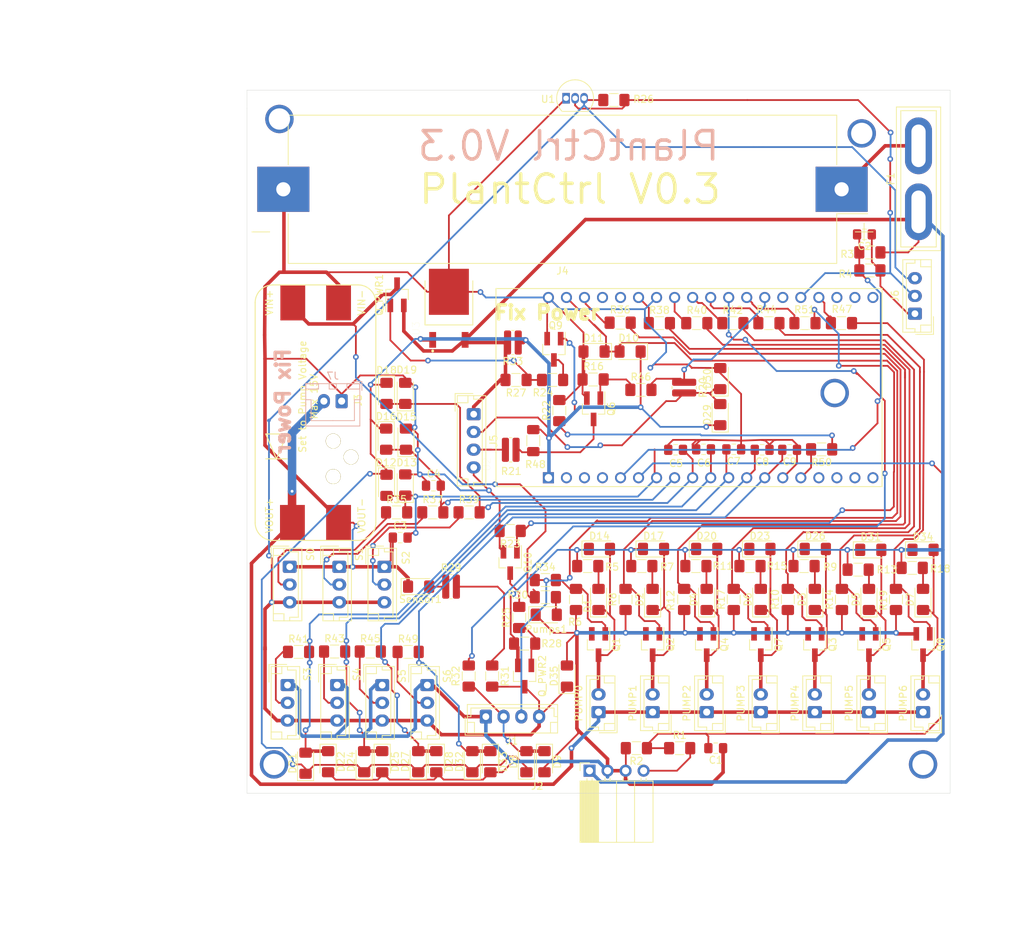
<source format=kicad_pcb>
(kicad_pcb (version 20171130) (host pcbnew 5.1.5+dfsg1-2build2)
  (layers (0 F.Cu signal) (31 B.Cu signal) (34 B.Paste user) (35 F.Paste user) (36 B.SilkS user) (37 F.SilkS user) (38 B.Mask user) (39 F.Mask user) (44 Edge.Cuts user))
  (net 0 "")
  (net 1 PLANT1_PUMP)
  (net 2 PLANT2_PUMP)
  (net 3 PLANT3_PUMP)
  (net 4 PLANT4_PUMP)
  (net 5 PLANT5_PUMP)
  (net 6 PLANT6_PUMP)
  (net 7 GND)
  (net 8 PLANT6_MOIST)
  (net 9 PLANT5_MOIST)
  (net 10 PLANT4_MOIST)
  (net 11 PLANT3_MOIST)
  (net 12 PLANT2_MOIST)
  (net 13 PLANT1_MOIST)
  (net 14 "Net-(D1-Pad2)")
  (net 15 PLANT_CTRL_PUMP_0)
  (net 16 "Net-(D2-Pad2)")
  (net 17 "Net-(D3-Pad2)")
  (net 18 "Net-(D4-Pad2)")
  (net 19 "Net-(D5-Pad2)")
  (net 20 "Net-(D6-Pad2)")
  (net 21 "Net-(D7-Pad2)")
  (net 22 LIPO+)
  (net 23 SOLAR_IN)
  (net 24 PUMP_PWR)
  (net 25 PWR_PUMP_CONVERTER)
  (net 26 "Net-(F1-Pad2)")
  (net 27 "Net-(J5-Pad3)")
  (net 28 3_3V)
  (net 29 Temp)
  (net 30 PLANT0_PUMP)
  (net 31 "Net-(Q6-Pad3)")
  (net 32 CUSTOM_GPIO)
  (net 33 "Net-(Q9-Pad3)")
  (net 34 "Net-(Q10-Pad3)")
  (net 35 "Net-(Q_PWR1-Pad1)")
  (net 36 PWR_SENSORS)
  (net 37 "Net-(Q_PWR2-Pad1)")
  (net 38 "Net-(R32-Pad2)")
  (net 39 TANK_ECHO)
  (net 40 PLANT0_MOIST)
  (net 41 "Net-(R29-Pad2)")
  (net 42 "Net-(R29-Pad1)")
  (net 43 "Net-(Pumps1-Pad2)")
  (net 44 "Net-(C1-Pad2)")
  (net 45 "Net-(C2-Pad2)")
  (net 46 "Net-(D29-Pad2)")
  (net 47 "Net-(Q1-Pad1)")
  (net 48 "Net-(Q2-Pad1)")
  (net 49 "Net-(Q3-Pad1)")
  (net 50 "Net-(Q4-Pad1)")
  (net 51 "Net-(Q5-Pad1)")
  (net 52 "Net-(Q6-Pad1)")
  (net 53 "Net-(Q7-Pad1)")
  (net 54 "Net-(Q8-Pad1)")
  (net 55 "Net-(Q9-Pad1)")
  (net 56 "Net-(Q10-Pad1)")
  (net 57 "Net-(R35-Pad1)")
  (net 58 PLANT_CTRL_PUMP_1)
  (net 59 "Net-(R37-Pad1)")
  (net 60 PLANT_CTRL_PUMP_2)
  (net 61 "Net-(R39-Pad1)")
  (net 62 PLANT_CTRL_PUMP_3)
  (net 63 "Net-(R41-Pad1)")
  (net 64 PLANT_CTRL_PUMP_4)
  (net 65 "Net-(R43-Pad1)")
  (net 66 PLANT_CTRL_PUMP_5)
  (net 67 "Net-(R45-Pad1)")
  (net 68 PLANT_CTRL_PUMP_6)
  (net 69 "Net-(R49-Pad1)")
  (net 70 PUMP_ENABLE)
  (net 71 SENSORS_ENABLE)
  (module Capacitor_SMD:C_0805_2012Metric_Pad1.18x1.45mm_HandSolder (layer F.Cu) (at 191.77 103.6828)
    (fp_text reference C3 (at 0 -1.68) (layer F.SilkS))
    (fp_text value 100n)
    (pad 1 smd roundrect (at -1.0375 0) (size 1.175 1.45) (layers F.Cu F.Paste F.Mask) (roundrect_rratio 0.212766) (net 7 GND))
    (pad 2 smd roundrect (at 1.0375 0) (size 1.175 1.45) (layers F.Cu F.Paste F.Mask) (roundrect_rratio 0.212766) (net 40 PLANT0_MOIST))
  )
  (module LED_SMD:LED_1206_3216Metric_Pad1.42x1.75mm_HandSolder (layer F.Cu) (at 219.71 112.395 90)
    (fp_text reference D1 (at -0.889 -1.524 90) (layer F.SilkS))
    (fp_text value LED)
    (pad 2 smd roundrect (at 1.4875 0 90) (size 1.425 1.75) (layers F.Cu F.Paste F.Mask) (roundrect_rratio 0.175439) (net 14 "Net-(D1-Pad2)"))
    (pad 1 smd roundrect (at -1.4875 0 90) (size 1.425 1.75) (layers F.Cu F.Paste F.Mask) (roundrect_rratio 0.175439) (net 30 PLANT0_PUMP))
  )
  (module misc_footprints:BatteryHolder_Keystone_1042_1x18650 (layer F.Cu) (at 214.63 54.61 180)
    (fp_text reference J4 (at 0 -11.5) (layer F.SilkS))
    (fp_text value Conn_01x02_Female)
    (pad 1 thru_hole rect (at -39.33 0 180) (size 7.34 6.35) (drill 2) (layers *.Cu *.Mask) (net 26 "Net-(F1-Pad2)"))
    (pad 2 thru_hole rect (at 39.33 0 180) (size 7.34 6.35) (drill 2) (layers *.Cu *.Mask) (net 7 GND))
    (pad "" np_thru_hole circle (at 27.6 -8 180) (size 3.45 3.45) (drill 3.45) (layers *.Cu *.Mask))
    (pad "" np_thru_hole circle (at -27.6 8 180) (size 3.45 3.45) (drill 3.45) (layers *.Cu *.Mask))
    (pad "" np_thru_hole circle (at -35.93 -8 180) (size 2.39 2.39) (drill 2.39) (layers *.Cu *.Mask))
  )
  (module Resistor_SMD:R_1206_3216Metric_Pad1.42x1.75mm_HandSolder (layer F.Cu) (at 231.14 133.35)
    (fp_text reference R1 (at 0 -1.82) (layer F.SilkS))
    (fp_text value 100k)
    (pad 2 smd roundrect (at 1.4875 0) (size 1.425 1.75) (layers F.Cu F.Paste F.Mask) (roundrect_rratio 0.175439) (net 23 SOLAR_IN))
    (pad 1 smd roundrect (at -1.4875 0) (size 1.425 1.75) (layers F.Cu F.Paste F.Mask) (roundrect_rratio 0.175439) (net 44 "Net-(C1-Pad2)"))
  )
  (module Resistor_SMD:R_1206_3216Metric_Pad1.42x1.75mm_HandSolder (layer F.Cu) (at 208.0895 81.4705 180)
    (fp_text reference R27 (at 0 -1.82) (layer F.SilkS))
    (fp_text value 47k)
    (pad 2 smd roundrect (at 1.4875 0 180) (size 1.425 1.75) (layers F.Cu F.Paste F.Mask) (roundrect_rratio 0.175439) (net 22 LIPO+))
    (pad 1 smd roundrect (at -1.4875 0 180) (size 1.425 1.75) (layers F.Cu F.Paste F.Mask) (roundrect_rratio 0.175439) (net 35 "Net-(Q_PWR1-Pad1)"))
  )
  (module Resistor_SMD:R_1206_3216Metric_Pad1.42x1.75mm_HandSolder (layer F.Cu) (at 213.233 81.4705)
    (fp_text reference R24 (at -1.3462 1.7907) (layer F.SilkS))
    (fp_text value 10k)
    (pad 2 smd roundrect (at 1.4875 0) (size 1.425 1.75) (layers F.Cu F.Paste F.Mask) (roundrect_rratio 0.175439) (net 33 "Net-(Q9-Pad3)"))
    (pad 1 smd roundrect (at -1.4875 0) (size 1.425 1.75) (layers F.Cu F.Paste F.Mask) (roundrect_rratio 0.175439) (net 35 "Net-(Q_PWR1-Pad1)"))
  )
  (module Resistor_SMD:R_1206_3216Metric_Pad1.42x1.75mm_HandSolder (layer F.Cu) (at 214.1855 85.7885 90)
    (fp_text reference R22 (at 0 -1.82 90) (layer F.SilkS))
    (fp_text value R)
    (pad 2 smd roundrect (at 1.4875 0 90) (size 1.425 1.75) (layers F.Cu F.Paste F.Mask) (roundrect_rratio 0.175439) (net 7 GND))
    (pad 1 smd roundrect (at -1.4875 0 90) (size 1.425 1.75) (layers F.Cu F.Paste F.Mask) (roundrect_rratio 0.175439) (net 55 "Net-(Q9-Pad1)"))
  )
  (module Package_TO_SOT_SMD:SOT-23_Handsoldering (layer F.Cu) (at 191.3255 69.469 90)
    (fp_text reference Q_PWR1 (at 0 -2.5 90) (layer F.SilkS))
    (fp_text value BSS84)
    (pad 3 smd rect (at 1.5 0 90) (size 1.9 0.8) (layers F.Cu F.Paste F.Mask) (net 25 PWR_PUMP_CONVERTER))
    (pad 2 smd rect (at -1.5 0.95 90) (size 1.9 0.8) (layers F.Cu F.Paste F.Mask) (net 22 LIPO+))
    (pad 1 smd rect (at -1.5 -0.95 90) (size 1.9 0.8) (layers F.Cu F.Paste F.Mask) (net 35 "Net-(Q_PWR1-Pad1)"))
  )
  (module Package_TO_SOT_SMD:SOT-23_Handsoldering (layer F.Cu) (at 213.4235 77.1525 270)
    (fp_text reference Q9 (at -3.3401 -0.2413 180) (layer F.SilkS))
    (fp_text value SL2300)
    (pad 3 smd rect (at 1.5 0 270) (size 1.9 0.8) (layers F.Cu F.Paste F.Mask) (net 33 "Net-(Q9-Pad3)"))
    (pad 2 smd rect (at -1.5 0.95 270) (size 1.9 0.8) (layers F.Cu F.Paste F.Mask) (net 7 GND))
    (pad 1 smd rect (at -1.5 -0.95 270) (size 1.9 0.8) (layers F.Cu F.Paste F.Mask) (net 55 "Net-(Q9-Pad1)"))
  )
  (module LED_SMD:LED_1206_3216Metric_Pad1.42x1.75mm_HandSolder (layer F.Cu) (at 265.43 112.395 90)
    (fp_text reference D7 (at 0 -1.82 90) (layer F.SilkS))
    (fp_text value LED)
    (pad 2 smd roundrect (at 1.4875 0 90) (size 1.425 1.75) (layers F.Cu F.Paste F.Mask) (roundrect_rratio 0.175439) (net 21 "Net-(D7-Pad2)"))
    (pad 1 smd roundrect (at -1.4875 0 90) (size 1.425 1.75) (layers F.Cu F.Paste F.Mask) (roundrect_rratio 0.175439) (net 6 PLANT6_PUMP))
  )
  (module Resistor_SMD:R_1206_3216Metric_Pad1.42x1.75mm_HandSolder (layer F.Cu) (at 204.724 123.19 270)
    (fp_text reference R31 (at 0 -1.82 90) (layer F.SilkS))
    (fp_text value 255)
    (pad 2 smd roundrect (at 1.4875 0 270) (size 1.425 1.75) (layers F.Cu F.Paste F.Mask) (roundrect_rratio 0.175439) (net 36 PWR_SENSORS))
    (pad 1 smd roundrect (at -1.4875 0 270) (size 1.425 1.75) (layers F.Cu F.Paste F.Mask) (roundrect_rratio 0.175439) (net 41 "Net-(R29-Pad2)"))
  )
  (module Resistor_SMD:R_1206_3216Metric_Pad1.42x1.75mm_HandSolder (layer F.Cu) (at 212.217 112.0775)
    (fp_text reference R30 (at -3.8735 -0.3175) (layer F.SilkS))
    (fp_text value 255)
    (pad 2 smd roundrect (at 1.4875 0) (size 1.425 1.75) (layers F.Cu F.Paste F.Mask) (roundrect_rratio 0.175439) (net 43 "Net-(Pumps1-Pad2)"))
    (pad 1 smd roundrect (at -1.4875 0) (size 1.425 1.75) (layers F.Cu F.Paste F.Mask) (roundrect_rratio 0.175439) (net 25 PWR_PUMP_CONVERTER))
  )
  (module Resistor_SMD:R_0612_1632Metric (layer F.Cu) (at 198.9328 110.5916)
    (fp_text reference R29 (at 0 -2.65) (layer F.SilkS))
    (fp_text value 0)
    (pad 2 smd roundrect (at 0.75 0) (size 1 3.4) (layers F.Cu F.Paste F.Mask) (net 41 "Net-(R29-Pad2)"))
    (pad 1 smd roundrect (at -0.75 0) (size 1 3.4) (layers F.Cu F.Paste F.Mask) (net 42 "Net-(R29-Pad1)"))
  )
  (module Resistor_SMD:R_1206_3216Metric_Pad1.42x1.75mm_HandSolder (layer F.Cu) (at 209.296 118.618 180)
    (fp_text reference R28 (at -3.81 0) (layer F.SilkS))
    (fp_text value 47k)
    (pad 2 smd roundrect (at 1.4875 0 180) (size 1.425 1.75) (layers F.Cu F.Paste F.Mask) (roundrect_rratio 0.175439) (net 22 LIPO+))
    (pad 1 smd roundrect (at -1.4875 0 180) (size 1.425 1.75) (layers F.Cu F.Paste F.Mask) (roundrect_rratio 0.175439) (net 37 "Net-(Q_PWR2-Pad1)"))
  )
  (module Resistor_SMD:R_1206_3216Metric_Pad1.42x1.75mm_HandSolder (layer F.Cu) (at 208.534 114.935 90)
    (fp_text reference R25 (at 0 -1.82 90) (layer F.SilkS))
    (fp_text value 10k)
    (pad 2 smd roundrect (at 1.4875 0 90) (size 1.425 1.75) (layers F.Cu F.Paste F.Mask) (roundrect_rratio 0.175439) (net 34 "Net-(Q10-Pad3)"))
    (pad 1 smd roundrect (at -1.4875 0 90) (size 1.425 1.75) (layers F.Cu F.Paste F.Mask) (roundrect_rratio 0.175439) (net 37 "Net-(Q_PWR2-Pad1)"))
  )
  (module Resistor_SMD:R_1206_3216Metric_Pad1.42x1.75mm_HandSolder (layer F.Cu) (at 207.264 102.743 180)
    (fp_text reference R23 (at 0 -1.82) (layer F.SilkS))
    (fp_text value 47k)
    (pad 2 smd roundrect (at 1.4875 0 180) (size 1.425 1.75) (layers F.Cu F.Paste F.Mask) (roundrect_rratio 0.175439) (net 7 GND))
    (pad 1 smd roundrect (at -1.4875 0 180) (size 1.425 1.75) (layers F.Cu F.Paste F.Mask) (roundrect_rratio 0.175439) (net 56 "Net-(Q10-Pad1)"))
  )
  (module Package_TO_SOT_SMD:SOT-23_Handsoldering (layer F.Cu) (at 209.296 123.19 270)
    (fp_text reference Q_PWR2 (at 0 -2.5 90) (layer F.SilkS))
    (fp_text value BSS84)
    (pad 3 smd rect (at 1.5 0 270) (size 1.9 0.8) (layers F.Cu F.Paste F.Mask) (net 36 PWR_SENSORS))
    (pad 2 smd rect (at -1.5 0.95 270) (size 1.9 0.8) (layers F.Cu F.Paste F.Mask) (net 22 LIPO+))
    (pad 1 smd rect (at -1.5 -0.95 270) (size 1.9 0.8) (layers F.Cu F.Paste F.Mask) (net 37 "Net-(Q_PWR2-Pad1)"))
  )
  (module Package_TO_SOT_SMD:SOT-23_Handsoldering (layer F.Cu) (at 207.264 107.188 270)
    (fp_text reference Q10 (at 0 -2.5 90) (layer F.SilkS))
    (fp_text value SL2300)
    (pad 3 smd rect (at 1.5 0 270) (size 1.9 0.8) (layers F.Cu F.Paste F.Mask) (net 34 "Net-(Q10-Pad3)"))
    (pad 2 smd rect (at -1.5 0.95 270) (size 1.9 0.8) (layers F.Cu F.Paste F.Mask) (net 7 GND))
    (pad 1 smd rect (at -1.5 -0.95 270) (size 1.9 0.8) (layers F.Cu F.Paste F.Mask) (net 56 "Net-(Q10-Pad1)"))
  )
  (module LED_SMD:LED_1206_3216Metric_Pad1.42x1.75mm_HandSolder (layer F.Cu) (at 194.3608 110.5916)
    (fp_text reference Sensor1 (at 0.254 1.778) (layer F.SilkS))
    (fp_text value LED)
    (pad 2 smd roundrect (at 1.4875 0) (size 1.425 1.75) (layers F.Cu F.Paste F.Mask) (roundrect_rratio 0.175439) (net 42 "Net-(R29-Pad1)"))
    (pad 1 smd roundrect (at -1.4875 0) (size 1.425 1.75) (layers F.Cu F.Paste F.Mask) (roundrect_rratio 0.175439) (net 7 GND))
  )
  (module LED_SMD:LED_1206_3216Metric_Pad1.42x1.75mm_HandSolder (layer F.Cu) (at 212.344 114.554)
    (fp_text reference Pumps1 (at 0 2.032) (layer F.SilkS))
    (fp_text value LED)
    (pad 2 smd roundrect (at 1.4875 0) (size 1.425 1.75) (layers F.Cu F.Paste F.Mask) (roundrect_rratio 0.175439) (net 43 "Net-(Pumps1-Pad2)"))
    (pad 1 smd roundrect (at -1.4875 0) (size 1.425 1.75) (layers F.Cu F.Paste F.Mask) (roundrect_rratio 0.175439) (net 7 GND))
  )
  (module ESP32:MODULE_ESP32-DEVKITC-32D (layer F.Cu) (at 232.41 82.55 90)
    (fp_text reference U2 (at -10.829175 -28.446045 90) (layer F.SilkS) (effects (font (size 1.000386 1.000386) (thickness 0.015))))
    (fp_text value ESP32-DEVKITC-32D)
    (pad 38 thru_hole circle (at 12.7 25.96 90) (size 1.56 1.56) (drill 1.04) (layers *.Cu *.Mask))
    (pad 37 thru_hole circle (at 12.7 23.42 90) (size 1.56 1.56) (drill 1.04) (layers *.Cu *.Mask))
    (pad 36 thru_hole circle (at 12.7 20.88 90) (size 1.56 1.56) (drill 1.04) (layers *.Cu *.Mask))
    (pad 35 thru_hole circle (at 12.7 18.34 90) (size 1.56 1.56) (drill 1.04) (layers *.Cu *.Mask) (net 68 PLANT_CTRL_PUMP_6))
    (pad 34 thru_hole circle (at 12.7 15.8 90) (size 1.56 1.56) (drill 1.04) (layers *.Cu *.Mask) (net 29 Temp))
    (pad 33 thru_hole circle (at 12.7 13.26 90) (size 1.56 1.56) (drill 1.04) (layers *.Cu *.Mask))
    (pad 32 thru_hole circle (at 12.7 10.72 90) (size 1.56 1.56) (drill 1.04) (layers *.Cu *.Mask) (net 32 CUSTOM_GPIO))
    (pad 31 thru_hole circle (at 12.7 8.18 90) (size 1.56 1.56) (drill 1.04) (layers *.Cu *.Mask) (net 71 SENSORS_ENABLE))
    (pad 30 thru_hole circle (at 12.7 5.64 90) (size 1.56 1.56) (drill 1.04) (layers *.Cu *.Mask) (net 38 "Net-(R32-Pad2)"))
    (pad 29 thru_hole circle (at 12.7 3.1 90) (size 1.56 1.56) (drill 1.04) (layers *.Cu *.Mask) (net 66 PLANT_CTRL_PUMP_5))
    (pad 28 thru_hole circle (at 12.7 0.56 90) (size 1.56 1.56) (drill 1.04) (layers *.Cu *.Mask) (net 64 PLANT_CTRL_PUMP_4))
    (pad 27 thru_hole circle (at 12.7 -1.98 90) (size 1.56 1.56) (drill 1.04) (layers *.Cu *.Mask) (net 62 PLANT_CTRL_PUMP_3))
    (pad 26 thru_hole circle (at 12.7 -4.52 90) (size 1.56 1.56) (drill 1.04) (layers *.Cu *.Mask) (net 7 GND))
    (pad 25 thru_hole circle (at 12.7 -7.06 90) (size 1.56 1.56) (drill 1.04) (layers *.Cu *.Mask) (net 60 PLANT_CTRL_PUMP_2))
    (pad 24 thru_hole circle (at 12.7 -9.6 90) (size 1.56 1.56) (drill 1.04) (layers *.Cu *.Mask))
    (pad 23 thru_hole circle (at 12.7 -12.14 90) (size 1.56 1.56) (drill 1.04) (layers *.Cu *.Mask))
    (pad 22 thru_hole circle (at 12.7 -14.68 90) (size 1.56 1.56) (drill 1.04) (layers *.Cu *.Mask) (net 58 PLANT_CTRL_PUMP_1))
    (pad 21 thru_hole circle (at 12.7 -17.22 90) (size 1.56 1.56) (drill 1.04) (layers *.Cu *.Mask) (net 15 PLANT_CTRL_PUMP_0))
    (pad 20 thru_hole circle (at 12.7 -19.76 90) (size 1.56 1.56) (drill 1.04) (layers *.Cu *.Mask) (net 7 GND))
    (pad 18 thru_hole circle (at -12.7 23.42 90) (size 1.56 1.56) (drill 1.04) (layers *.Cu *.Mask))
    (pad 17 thru_hole circle (at -12.7 20.88 90) (size 1.56 1.56) (drill 1.04) (layers *.Cu *.Mask))
    (pad 16 thru_hole circle (at -12.7 18.34 90) (size 1.56 1.56) (drill 1.04) (layers *.Cu *.Mask))
    (pad 15 thru_hole circle (at -12.7 15.8 90) (size 1.56 1.56) (drill 1.04) (layers *.Cu *.Mask) (net 70 PUMP_ENABLE))
    (pad 14 thru_hole circle (at -12.7 13.26 90) (size 1.56 1.56) (drill 1.04) (layers *.Cu *.Mask) (net 7 GND))
    (pad 13 thru_hole circle (at -12.7 10.72 90) (size 1.56 1.56) (drill 1.04) (layers *.Cu *.Mask) (net 8 PLANT6_MOIST))
    (pad 12 thru_hole circle (at -12.7 8.18 90) (size 1.56 1.56) (drill 1.04) (layers *.Cu *.Mask) (net 9 PLANT5_MOIST))
    (pad 11 thru_hole circle (at -12.7 5.64 90) (size 1.56 1.56) (drill 1.04) (layers *.Cu *.Mask) (net 10 PLANT4_MOIST))
    (pad 10 thru_hole circle (at -12.7 3.1 90) (size 1.56 1.56) (drill 1.04) (layers *.Cu *.Mask) (net 11 PLANT3_MOIST))
    (pad 9 thru_hole circle (at -12.7 0.56 90) (size 1.56 1.56) (drill 1.04) (layers *.Cu *.Mask) (net 12 PLANT2_MOIST))
    (pad 8 thru_hole circle (at -12.7 -1.98 90) (size 1.56 1.56) (drill 1.04) (layers *.Cu *.Mask) (net 13 PLANT1_MOIST))
    (pad 7 thru_hole circle (at -12.7 -4.52 90) (size 1.56 1.56) (drill 1.04) (layers *.Cu *.Mask) (net 40 PLANT0_MOIST))
    (pad 6 thru_hole circle (at -12.7 -7.06 90) (size 1.56 1.56) (drill 1.04) (layers *.Cu *.Mask) (net 44 "Net-(C1-Pad2)"))
    (pad 5 thru_hole circle (at -12.7 -9.6 90) (size 1.56 1.56) (drill 1.04) (layers *.Cu *.Mask) (net 45 "Net-(C2-Pad2)"))
    (pad 4 thru_hole circle (at -12.7 -12.14 90) (size 1.56 1.56) (drill 1.04) (layers *.Cu *.Mask))
    (pad 3 thru_hole circle (at -12.7 -14.68 90) (size 1.56 1.56) (drill 1.04) (layers *.Cu *.Mask))
    (pad 19 thru_hole circle (at -12.7 25.96 90) (size 1.56 1.56) (drill 1.04) (layers *.Cu *.Mask))
    (pad 2 thru_hole circle (at -12.7 -17.22 90) (size 1.56 1.56) (drill 1.04) (layers *.Cu *.Mask))
    (pad 1 thru_hole rect (at -12.7 -19.76 90) (size 1.56 1.56) (drill 1.04) (layers *.Cu *.Mask) (net 28 3_3V))
  )
  (module Resistor_SMD:R_1206_3216Metric_Pad1.42x1.75mm_HandSolder (layer F.Cu) (at 257.937 66.04)
    (fp_text reference R4 (at -3.429 0.508) (layer F.SilkS))
    (fp_text value 47k8)
    (pad 2 smd roundrect (at 1.4875 0) (size 1.425 1.75) (layers F.Cu F.Paste F.Mask) (roundrect_rratio 0.175439) (net 7 GND))
    (pad 1 smd roundrect (at -1.4875 0) (size 1.425 1.75) (layers F.Cu F.Paste F.Mask) (roundrect_rratio 0.175439) (net 45 "Net-(C2-Pad2)"))
  )
  (module Resistor_SMD:R_1206_3216Metric_Pad1.42x1.75mm_HandSolder (layer F.Cu) (at 257.937 63.5 180)
    (fp_text reference R3 (at 3.175 -0.254) (layer F.SilkS))
    (fp_text value 33k)
    (pad 2 smd roundrect (at 1.4875 0 180) (size 1.425 1.75) (layers F.Cu F.Paste F.Mask) (roundrect_rratio 0.175439) (net 45 "Net-(C2-Pad2)"))
    (pad 1 smd roundrect (at -1.4875 0 180) (size 1.425 1.75) (layers F.Cu F.Paste F.Mask) (roundrect_rratio 0.175439) (net 22 LIPO+))
  )
  (module Resistor_SMD:R_1206_3216Metric_Pad1.42x1.75mm_HandSolder (layer F.Cu) (at 225.044 133.35 180)
    (fp_text reference R2 (at 0 -1.82) (layer F.SilkS))
    (fp_text value 33k)
    (pad 2 smd roundrect (at 1.4875 0 180) (size 1.425 1.75) (layers F.Cu F.Paste F.Mask) (roundrect_rratio 0.175439) (net 7 GND))
    (pad 1 smd roundrect (at -1.4875 0 180) (size 1.425 1.75) (layers F.Cu F.Paste F.Mask) (roundrect_rratio 0.175439) (net 44 "Net-(C1-Pad2)"))
  )
  (module Connector_PinSocket_2.54mm:PinSocket_1x04_P2.54mm_Horizontal (layer F.Cu) (at 218.44 136.525 90)
    (fp_text reference J2 (at -2.159 -7.366 180) (layer F.SilkS))
    (fp_text value Conn_01x04)
    (pad 4 thru_hole oval (at 0 7.62 90) (size 1.7 1.7) (drill 1) (layers *.Cu *.Mask) (net 23 SOLAR_IN))
    (pad 3 thru_hole oval (at 0 5.08 90) (size 1.7 1.7) (drill 1) (layers *.Cu *.Mask) (net 7 GND))
    (pad 2 thru_hole oval (at 0 2.54 90) (size 1.7 1.7) (drill 1) (layers *.Cu *.Mask) (net 7 GND))
    (pad 1 thru_hole rect (at 0 0 90) (size 1.7 1.7) (drill 1) (layers *.Cu *.Mask) (net 22 LIPO+))
  )
  (module Connector_JST:JST_EH_B4B-EH-A_1x04_P2.50mm_Vertical (layer F.Cu) (at 203.835 128.905)
    (fp_text reference J1 (at 3.683 3.429) (layer F.SilkS))
    (fp_text value Conn_01x04)
    (pad 4 thru_hole oval (at 7.5 0) (size 1.7 1.95) (drill 0.95) (layers *.Cu *.Mask) (net 36 PWR_SENSORS))
    (pad 3 thru_hole oval (at 5 0) (size 1.7 1.95) (drill 0.95) (layers *.Cu *.Mask) (net 15 PLANT_CTRL_PUMP_0))
    (pad 2 thru_hole oval (at 2.5 0) (size 1.7 1.95) (drill 0.95) (layers *.Cu *.Mask) (net 39 TANK_ECHO))
    (pad 1 thru_hole roundrect (at 0 0) (size 1.7 1.95) (drill 0.95) (layers *.Cu *.Mask) (roundrect_rratio 0.147059) (net 7 GND))
  )
  (module Fuse:Fuse_Blade_ATO_directSolder (layer F.Cu) (at 264.795 57.785 90)
    (fp_text reference F1 (at 4.65 -3.9 90) (layer F.SilkS))
    (fp_text value Fuse)
    (pad 2 thru_hole oval (at 9.3 0 90) (size 8 3.8) (drill oval 6 2) (layers *.Cu *.Mask) (net 26 "Net-(F1-Pad2)"))
    (pad 1 thru_hole oval (at 0 0 90) (size 8 3.8) (drill oval 6 2) (layers *.Cu *.Mask) (net 22 LIPO+))
  )
  (module ESP32:DPAK457P991X255-3N (layer F.Cu) (at 198.628 71.374 90)
    (fp_text reference U3 (at -2.825 -4.635 90) (layer F.SilkS) (effects (font (thickness 0.015))))
    (fp_text value LP38690DT-3.3)
    (pad 4 smd rect (at 2.32 0 90) (size 6.49 5.63) (layers F.Cu F.Mask) (net 7 GND))
    (pad 3 smd rect (at -4.45 2.285 90) (size 2.22 0.96) (layers F.Cu F.Paste F.Mask) (net 22 LIPO+))
    (pad 1 smd rect (at -4.45 -2.285 90) (size 2.22 0.96) (layers F.Cu F.Paste F.Mask) (net 28 3_3V))
  )
  (module Package_TO_SOT_THT:TO-92_Inline (layer F.Cu) (at 215.138 41.783)
    (fp_text reference U1 (at -2.54 0.127) (layer F.SilkS))
    (fp_text value DS18B20)
    (pad 1 thru_hole rect (at 0 0) (size 1.05 1.5) (drill 0.75) (layers *.Cu *.Mask) (net 7 GND))
    (pad 3 thru_hole oval (at 2.54 0) (size 1.05 1.5) (drill 0.75) (layers *.Cu *.Mask) (net 36 PWR_SENSORS))
    (pad 2 thru_hole oval (at 1.27 0) (size 1.05 1.5) (drill 0.75) (layers *.Cu *.Mask) (net 29 Temp))
  )
  (module Connector_JST:JST_EH_B3B-EH-A_1x03_P2.50mm_Vertical (layer F.Cu) (at 195.58 124.46 270)
    (fp_text reference S6 (at -1.27 -2.794 90) (layer F.SilkS))
    (fp_text value Conn_01x03_Male)
    (pad 3 thru_hole oval (at 5 0 270) (size 1.7 1.95) (drill 0.95) (layers *.Cu *.Mask) (net 36 PWR_SENSORS))
    (pad 2 thru_hole oval (at 2.5 0 270) (size 1.7 1.95) (drill 0.95) (layers *.Cu *.Mask) (net 69 "Net-(R49-Pad1)"))
    (pad 1 thru_hole roundrect (at 0 0 270) (size 1.7 1.95) (drill 0.95) (layers *.Cu *.Mask) (roundrect_rratio 0.147059) (net 7 GND))
  )
  (module Connector_JST:JST_EH_B3B-EH-A_1x03_P2.50mm_Vertical (layer F.Cu) (at 189.23 124.46 270)
    (fp_text reference S5 (at -1.27 -2.794 90) (layer F.SilkS))
    (fp_text value Conn_01x03_Male)
    (pad 3 thru_hole oval (at 5 0 270) (size 1.7 1.95) (drill 0.95) (layers *.Cu *.Mask) (net 36 PWR_SENSORS))
    (pad 2 thru_hole oval (at 2.5 0 270) (size 1.7 1.95) (drill 0.95) (layers *.Cu *.Mask) (net 67 "Net-(R45-Pad1)"))
    (pad 1 thru_hole roundrect (at 0 0 270) (size 1.7 1.95) (drill 0.95) (layers *.Cu *.Mask) (roundrect_rratio 0.147059) (net 7 GND))
  )
  (module Connector_JST:JST_EH_B3B-EH-A_1x03_P2.50mm_Vertical (layer F.Cu) (at 182.88 124.46 270)
    (fp_text reference S4 (at -1.524 -2.794 90) (layer F.SilkS))
    (fp_text value Conn_01x03_Male)
    (pad 3 thru_hole oval (at 5 0 270) (size 1.7 1.95) (drill 0.95) (layers *.Cu *.Mask) (net 36 PWR_SENSORS))
    (pad 2 thru_hole oval (at 2.5 0 270) (size 1.7 1.95) (drill 0.95) (layers *.Cu *.Mask) (net 65 "Net-(R43-Pad1)"))
    (pad 1 thru_hole roundrect (at 0 0 270) (size 1.7 1.95) (drill 0.95) (layers *.Cu *.Mask) (roundrect_rratio 0.147059) (net 7 GND))
  )
  (module Connector_JST:JST_EH_B3B-EH-A_1x03_P2.50mm_Vertical (layer F.Cu) (at 175.895 124.46 270)
    (fp_text reference S3 (at -1.524 -2.8 90) (layer F.SilkS))
    (fp_text value Conn_01x03_Male)
    (pad 3 thru_hole oval (at 5 0 270) (size 1.7 1.95) (drill 0.95) (layers *.Cu *.Mask) (net 36 PWR_SENSORS))
    (pad 2 thru_hole oval (at 2.5 0 270) (size 1.7 1.95) (drill 0.95) (layers *.Cu *.Mask) (net 63 "Net-(R41-Pad1)"))
    (pad 1 thru_hole roundrect (at 0 0 270) (size 1.7 1.95) (drill 0.95) (layers *.Cu *.Mask) (roundrect_rratio 0.147059) (net 7 GND))
  )
  (module Connector_JST:JST_EH_B3B-EH-A_1x03_P2.50mm_Vertical (layer F.Cu) (at 189.5348 107.7976 270)
    (fp_text reference S2 (at -1.27 -3.048 90) (layer F.SilkS))
    (fp_text value Conn_01x03_Male)
    (pad 3 thru_hole oval (at 5 0 270) (size 1.7 1.95) (drill 0.95) (layers *.Cu *.Mask) (net 36 PWR_SENSORS))
    (pad 2 thru_hole oval (at 2.5 0 270) (size 1.7 1.95) (drill 0.95) (layers *.Cu *.Mask) (net 61 "Net-(R39-Pad1)"))
    (pad 1 thru_hole roundrect (at 0 0 270) (size 1.7 1.95) (drill 0.95) (layers *.Cu *.Mask) (roundrect_rratio 0.147059) (net 7 GND))
  )
  (module Connector_JST:JST_EH_B3B-EH-A_1x03_P2.50mm_Vertical (layer F.Cu) (at 183.1848 107.7976 270)
    (fp_text reference S1 (at -1.778 -2.794 90) (layer F.SilkS))
    (fp_text value Conn_01x03_Male)
    (pad 3 thru_hole oval (at 5 0 270) (size 1.7 1.95) (drill 0.95) (layers *.Cu *.Mask) (net 36 PWR_SENSORS))
    (pad 2 thru_hole oval (at 2.5 0 270) (size 1.7 1.95) (drill 0.95) (layers *.Cu *.Mask) (net 59 "Net-(R37-Pad1)"))
    (pad 1 thru_hole roundrect (at 0 0 270) (size 1.7 1.95) (drill 0.95) (layers *.Cu *.Mask) (roundrect_rratio 0.147059) (net 7 GND))
  )
  (module Connector_JST:JST_EH_B3B-EH-A_1x03_P2.50mm_Vertical (layer F.Cu) (at 176.1998 107.7976 270)
    (fp_text reference S0 (at -1.778 -2.921 90) (layer F.SilkS))
    (fp_text value Conn_01x03_Male)
    (pad 3 thru_hole oval (at 5 0 270) (size 1.7 1.95) (drill 0.95) (layers *.Cu *.Mask) (net 36 PWR_SENSORS))
    (pad 2 thru_hole oval (at 2.5 0 270) (size 1.7 1.95) (drill 0.95) (layers *.Cu *.Mask) (net 57 "Net-(R35-Pad1)"))
    (pad 1 thru_hole roundrect (at 0 0 270) (size 1.7 1.95) (drill 0.95) (layers *.Cu *.Mask) (roundrect_rratio 0.147059) (net 7 GND))
  )
  (module Resistor_SMD:R_1206_3216Metric_Pad1.42x1.75mm_HandSolder (layer F.Cu) (at 201.422 123.19 90)
    (fp_text reference R32 (at 0 -1.82 90) (layer F.SilkS))
    (fp_text value 10k)
    (pad 2 smd roundrect (at 1.4875 0 90) (size 1.425 1.75) (layers F.Cu F.Paste F.Mask) (roundrect_rratio 0.175439) (net 38 "Net-(R32-Pad2)"))
    (pad 1 smd roundrect (at -1.4875 0 90) (size 1.425 1.75) (layers F.Cu F.Paste F.Mask) (roundrect_rratio 0.175439) (net 39 TANK_ECHO))
  )
  (module Resistor_SMD:R_1206_3216Metric_Pad1.42x1.75mm_HandSolder (layer F.Cu) (at 221.869 42.037 180)
    (fp_text reference R26 (at -4.191 0.127) (layer F.SilkS))
    (fp_text value 4k7)
    (pad 2 smd roundrect (at 1.4875 0 180) (size 1.425 1.75) (layers F.Cu F.Paste F.Mask) (roundrect_rratio 0.175439) (net 36 PWR_SENSORS))
    (pad 1 smd roundrect (at -1.4875 0 180) (size 1.425 1.75) (layers F.Cu F.Paste F.Mask) (roundrect_rratio 0.175439) (net 29 Temp))
  )
  (module Resistor_SMD:R_0612_1632Metric (layer F.Cu) (at 207.3395 91.313)
    (fp_text reference R21 (at 0.0769 3.0226 180) (layer F.SilkS))
    (fp_text value R)
    (pad 2 smd roundrect (at 0.75 0) (size 1 3.4) (layers F.Cu F.Paste F.Mask) (net 31 "Net-(Q6-Pad3)"))
    (pad 1 smd roundrect (at -0.75 0) (size 1 3.4) (layers F.Cu F.Paste F.Mask) (net 27 "Net-(J5-Pad3)"))
  )
  (module Resistor_SMD:R_0612_1632Metric (layer F.Cu) (at 231.775 82.55 270)
    (fp_text reference R20 (at 0 -2.65 90) (layer F.SilkS))
    (fp_text value R)
    (pad 2 smd roundrect (at 0.75 0 270) (size 1 3.4) (layers F.Cu F.Paste F.Mask) (net 46 "Net-(D29-Pad2)"))
    (pad 1 smd roundrect (at -0.75 0 270) (size 1 3.4) (layers F.Cu F.Paste F.Mask) (net 32 CUSTOM_GPIO))
  )
  (module Resistor_SMD:R_1206_3216Metric_Pad1.42x1.75mm_HandSolder (layer F.Cu) (at 261.62 112.395 270)
    (fp_text reference R19 (at 0.127 1.778 90) (layer F.SilkS))
    (fp_text value 47k)
    (pad 2 smd roundrect (at 1.4875 0 270) (size 1.425 1.75) (layers F.Cu F.Paste F.Mask) (roundrect_rratio 0.175439) (net 7 GND))
    (pad 1 smd roundrect (at -1.4875 0 270) (size 1.425 1.75) (layers F.Cu F.Paste F.Mask) (roundrect_rratio 0.175439) (net 54 "Net-(Q8-Pad1)"))
  )
  (module Resistor_SMD:R_1206_3216Metric_Pad1.42x1.75mm_HandSolder (layer F.Cu) (at 263.906 107.95)
    (fp_text reference R18 (at 3.937 0.127) (layer F.SilkS))
    (fp_text value R)
    (pad 2 smd roundrect (at 1.4875 0) (size 1.425 1.75) (layers F.Cu F.Paste F.Mask) (roundrect_rratio 0.175439) (net 21 "Net-(D7-Pad2)"))
    (pad 1 smd roundrect (at -1.4875 0) (size 1.425 1.75) (layers F.Cu F.Paste F.Mask) (roundrect_rratio 0.175439) (net 22 LIPO+))
  )
  (module Resistor_SMD:R_1206_3216Metric_Pad1.42x1.75mm_HandSolder (layer F.Cu) (at 238.76 112.395 270)
    (fp_text reference R17 (at 0 1.778 90) (layer F.SilkS))
    (fp_text value 47k)
    (pad 2 smd roundrect (at 1.4875 0 270) (size 1.425 1.75) (layers F.Cu F.Paste F.Mask) (roundrect_rratio 0.175439) (net 7 GND))
    (pad 1 smd roundrect (at -1.4875 0 270) (size 1.425 1.75) (layers F.Cu F.Paste F.Mask) (roundrect_rratio 0.175439) (net 53 "Net-(Q7-Pad1)"))
  )
  (module Resistor_SMD:R_1206_3216Metric_Pad1.42x1.75mm_HandSolder (layer F.Cu) (at 218.948 81.407 180)
    (fp_text reference R16 (at -0.0635 1.8415) (layer F.SilkS))
    (fp_text value R)
    (pad 2 smd roundrect (at 1.4875 0 180) (size 1.425 1.75) (layers F.Cu F.Paste F.Mask) (roundrect_rratio 0.175439) (net 7 GND))
    (pad 1 smd roundrect (at -1.4875 0 180) (size 1.425 1.75) (layers F.Cu F.Paste F.Mask) (roundrect_rratio 0.175439) (net 52 "Net-(Q6-Pad1)"))
  )
  (module Resistor_SMD:R_1206_3216Metric_Pad1.42x1.75mm_HandSolder (layer F.Cu) (at 241.046 107.696)
    (fp_text reference R15 (at 3.81 0) (layer F.SilkS))
    (fp_text value R)
    (pad 2 smd roundrect (at 1.4875 0) (size 1.425 1.75) (layers F.Cu F.Paste F.Mask) (roundrect_rratio 0.175439) (net 20 "Net-(D6-Pad2)"))
    (pad 1 smd roundrect (at -1.4875 0) (size 1.425 1.75) (layers F.Cu F.Paste F.Mask) (roundrect_rratio 0.175439) (net 22 LIPO+))
  )
  (module Resistor_SMD:R_1206_3216Metric_Pad1.42x1.75mm_HandSolder (layer F.Cu) (at 254 112.395 270)
    (fp_text reference R14 (at 0 1.778 90) (layer F.SilkS))
    (fp_text value 47k)
    (pad 2 smd roundrect (at 1.4875 0 270) (size 1.425 1.75) (layers F.Cu F.Paste F.Mask) (roundrect_rratio 0.175439) (net 7 GND))
    (pad 1 smd roundrect (at -1.4875 0 270) (size 1.425 1.75) (layers F.Cu F.Paste F.Mask) (roundrect_rratio 0.175439) (net 51 "Net-(Q5-Pad1)"))
  )
  (module Resistor_SMD:R_1206_3216Metric_Pad1.42x1.75mm_HandSolder (layer F.Cu) (at 256.286 108.204)
    (fp_text reference R13 (at 4.064 0) (layer F.SilkS))
    (fp_text value R)
    (pad 2 smd roundrect (at 1.4875 0) (size 1.425 1.75) (layers F.Cu F.Paste F.Mask) (roundrect_rratio 0.175439) (net 19 "Net-(D5-Pad2)"))
    (pad 1 smd roundrect (at -1.4875 0) (size 1.425 1.75) (layers F.Cu F.Paste F.Mask) (roundrect_rratio 0.175439) (net 22 LIPO+))
  )
  (module Resistor_SMD:R_1206_3216Metric_Pad1.42x1.75mm_HandSolder (layer F.Cu) (at 231.775 112.395 270)
    (fp_text reference R12 (at 0.127 1.905 90) (layer F.SilkS))
    (fp_text value 47k)
    (pad 2 smd roundrect (at 1.4875 0 270) (size 1.425 1.75) (layers F.Cu F.Paste F.Mask) (roundrect_rratio 0.175439) (net 7 GND))
    (pad 1 smd roundrect (at -1.4875 0 270) (size 1.425 1.75) (layers F.Cu F.Paste F.Mask) (roundrect_rratio 0.175439) (net 50 "Net-(Q4-Pad1)"))
  )
  (module Resistor_SMD:R_1206_3216Metric_Pad1.42x1.75mm_HandSolder (layer F.Cu) (at 233.426 107.696)
    (fp_text reference R11 (at 3.81 0) (layer F.SilkS))
    (fp_text value R)
    (pad 2 smd roundrect (at 1.4875 0) (size 1.425 1.75) (layers F.Cu F.Paste F.Mask) (roundrect_rratio 0.175439) (net 18 "Net-(D4-Pad2)"))
    (pad 1 smd roundrect (at -1.4875 0) (size 1.425 1.75) (layers F.Cu F.Paste F.Mask) (roundrect_rratio 0.175439) (net 22 LIPO+))
  )
  (module Resistor_SMD:R_1206_3216Metric_Pad1.42x1.75mm_HandSolder (layer F.Cu) (at 246.38 112.395 270)
    (fp_text reference R10 (at 0 1.778 90) (layer F.SilkS))
    (fp_text value 47k)
    (pad 2 smd roundrect (at 1.4875 0 270) (size 1.425 1.75) (layers F.Cu F.Paste F.Mask) (roundrect_rratio 0.175439) (net 7 GND))
    (pad 1 smd roundrect (at -1.4875 0 270) (size 1.425 1.75) (layers F.Cu F.Paste F.Mask) (roundrect_rratio 0.175439) (net 49 "Net-(Q3-Pad1)"))
  )
  (module Resistor_SMD:R_1206_3216Metric_Pad1.42x1.75mm_HandSolder (layer F.Cu) (at 248.666 107.696)
    (fp_text reference R9 (at 3.683 0.127) (layer F.SilkS))
    (fp_text value R)
    (pad 2 smd roundrect (at 1.4875 0) (size 1.425 1.75) (layers F.Cu F.Paste F.Mask) (roundrect_rratio 0.175439) (net 17 "Net-(D3-Pad2)"))
    (pad 1 smd roundrect (at -1.4875 0) (size 1.425 1.75) (layers F.Cu F.Paste F.Mask) (roundrect_rratio 0.175439) (net 22 LIPO+))
  )
  (module Resistor_SMD:R_1206_3216Metric_Pad1.42x1.75mm_HandSolder (layer F.Cu) (at 223.52 112.395 90)
    (fp_text reference R8 (at 0 -1.82 90) (layer F.SilkS))
    (fp_text value 47k)
    (pad 2 smd roundrect (at 1.4875 0 90) (size 1.425 1.75) (layers F.Cu F.Paste F.Mask) (roundrect_rratio 0.175439) (net 48 "Net-(Q2-Pad1)"))
    (pad 1 smd roundrect (at -1.4875 0 90) (size 1.425 1.75) (layers F.Cu F.Paste F.Mask) (roundrect_rratio 0.175439) (net 7 GND))
  )
  (module Resistor_SMD:R_1206_3216Metric_Pad1.42x1.75mm_HandSolder (layer F.Cu) (at 225.806 107.696)
    (fp_text reference R7 (at 3.556 0.127) (layer F.SilkS))
    (fp_text value R)
    (pad 2 smd roundrect (at 1.4875 0) (size 1.425 1.75) (layers F.Cu F.Paste F.Mask) (roundrect_rratio 0.175439) (net 16 "Net-(D2-Pad2)"))
    (pad 1 smd roundrect (at -1.4875 0) (size 1.425 1.75) (layers F.Cu F.Paste F.Mask) (roundrect_rratio 0.175439) (net 22 LIPO+))
  )
  (module Resistor_SMD:R_1206_3216Metric_Pad1.42x1.75mm_HandSolder (layer F.Cu) (at 216.535 112.395 270)
    (fp_text reference R6 (at 3.175 0.127 180) (layer F.SilkS))
    (fp_text value 47k)
    (pad 2 smd roundrect (at 1.4875 0 270) (size 1.425 1.75) (layers F.Cu F.Paste F.Mask) (roundrect_rratio 0.175439) (net 7 GND))
    (pad 1 smd roundrect (at -1.4875 0 270) (size 1.425 1.75) (layers F.Cu F.Paste F.Mask) (roundrect_rratio 0.175439) (net 47 "Net-(Q1-Pad1)"))
  )
  (module Resistor_SMD:R_1206_3216Metric_Pad1.42x1.75mm_HandSolder (layer F.Cu) (at 218.186 107.696)
    (fp_text reference R5 (at 3.429 0.127) (layer F.SilkS))
    (fp_text value R)
    (pad 2 smd roundrect (at 1.4875 0) (size 1.425 1.75) (layers F.Cu F.Paste F.Mask) (roundrect_rratio 0.175439) (net 14 "Net-(D1-Pad2)"))
    (pad 1 smd roundrect (at -1.4875 0) (size 1.425 1.75) (layers F.Cu F.Paste F.Mask) (roundrect_rratio 0.175439) (net 22 LIPO+))
  )
  (module Package_TO_SOT_SMD:SOT-23_Handsoldering (layer F.Cu) (at 265.43 118.745 270)
    (fp_text reference Q8 (at 0 -2.5 90) (layer F.SilkS))
    (fp_text value SL2300)
    (pad 3 smd rect (at 1.5 0 270) (size 1.9 0.8) (layers F.Cu F.Paste F.Mask) (net 6 PLANT6_PUMP))
    (pad 2 smd rect (at -1.5 0.95 270) (size 1.9 0.8) (layers F.Cu F.Paste F.Mask) (net 7 GND))
    (pad 1 smd rect (at -1.5 -0.95 270) (size 1.9 0.8) (layers F.Cu F.Paste F.Mask) (net 54 "Net-(Q8-Pad1)"))
  )
  (module Package_TO_SOT_SMD:SOT-23_Handsoldering (layer F.Cu) (at 242.57 118.745 270)
    (fp_text reference Q7 (at 0 -2.5 90) (layer F.SilkS))
    (fp_text value SL2300)
    (pad 3 smd rect (at 1.5 0 270) (size 1.9 0.8) (layers F.Cu F.Paste F.Mask) (net 3 PLANT3_PUMP))
    (pad 2 smd rect (at -1.5 0.95 270) (size 1.9 0.8) (layers F.Cu F.Paste F.Mask) (net 7 GND))
    (pad 1 smd rect (at -1.5 -0.95 270) (size 1.9 0.8) (layers F.Cu F.Paste F.Mask) (net 53 "Net-(Q7-Pad1)"))
  )
  (module Package_TO_SOT_SMD:SOT-23_Handsoldering (layer F.Cu) (at 219.0115 85.5345 270)
    (fp_text reference Q6 (at 0 -2.5 90) (layer F.SilkS))
    (fp_text value SL2300)
    (pad 3 smd rect (at 1.5 0 270) (size 1.9 0.8) (layers F.Cu F.Paste F.Mask) (net 31 "Net-(Q6-Pad3)"))
    (pad 2 smd rect (at -1.5 0.95 270) (size 1.9 0.8) (layers F.Cu F.Paste F.Mask) (net 7 GND))
    (pad 1 smd rect (at -1.5 -0.95 270) (size 1.9 0.8) (layers F.Cu F.Paste F.Mask) (net 52 "Net-(Q6-Pad1)"))
  )
  (module Package_TO_SOT_SMD:SOT-23_Handsoldering (layer F.Cu) (at 257.81 118.745 270)
    (fp_text reference Q5 (at 0 -2.5 90) (layer F.SilkS))
    (fp_text value SL2300)
    (pad 3 smd rect (at 1.5 0 270) (size 1.9 0.8) (layers F.Cu F.Paste F.Mask) (net 5 PLANT5_PUMP))
    (pad 2 smd rect (at -1.5 0.95 270) (size 1.9 0.8) (layers F.Cu F.Paste F.Mask) (net 7 GND))
    (pad 1 smd rect (at -1.5 -0.95 270) (size 1.9 0.8) (layers F.Cu F.Paste F.Mask) (net 51 "Net-(Q5-Pad1)"))
  )
  (module Package_TO_SOT_SMD:SOT-23_Handsoldering (layer F.Cu) (at 234.95 118.745 270)
    (fp_text reference Q4 (at 0 -2.5 90) (layer F.SilkS))
    (fp_text value SL2300)
    (pad 3 smd rect (at 1.5 0 270) (size 1.9 0.8) (layers F.Cu F.Paste F.Mask) (net 2 PLANT2_PUMP))
    (pad 2 smd rect (at -1.5 0.95 270) (size 1.9 0.8) (layers F.Cu F.Paste F.Mask) (net 7 GND))
    (pad 1 smd rect (at -1.5 -0.95 270) (size 1.9 0.8) (layers F.Cu F.Paste F.Mask) (net 50 "Net-(Q4-Pad1)"))
  )
  (module Package_TO_SOT_SMD:SOT-23_Handsoldering (layer F.Cu) (at 250.19 118.745 270)
    (fp_text reference Q3 (at 0 -2.5 90) (layer F.SilkS))
    (fp_text value SL2300)
    (pad 3 smd rect (at 1.5 0 270) (size 1.9 0.8) (layers F.Cu F.Paste F.Mask) (net 4 PLANT4_PUMP))
    (pad 2 smd rect (at -1.5 0.95 270) (size 1.9 0.8) (layers F.Cu F.Paste F.Mask) (net 7 GND))
    (pad 1 smd rect (at -1.5 -0.95 270) (size 1.9 0.8) (layers F.Cu F.Paste F.Mask) (net 49 "Net-(Q3-Pad1)"))
  )
  (module Package_TO_SOT_SMD:SOT-23_Handsoldering (layer F.Cu) (at 227.33 118.745 270)
    (fp_text reference Q2 (at 0 -2.5 90) (layer F.SilkS))
    (fp_text value SL2300)
    (pad 3 smd rect (at 1.5 0 270) (size 1.9 0.8) (layers F.Cu F.Paste F.Mask) (net 1 PLANT1_PUMP))
    (pad 2 smd rect (at -1.5 0.95 270) (size 1.9 0.8) (layers F.Cu F.Paste F.Mask) (net 7 GND))
    (pad 1 smd rect (at -1.5 -0.95 270) (size 1.9 0.8) (layers F.Cu F.Paste F.Mask) (net 48 "Net-(Q2-Pad1)"))
  )
  (module Package_TO_SOT_SMD:SOT-23_Handsoldering (layer F.Cu) (at 219.71 118.745 270)
    (fp_text reference Q1 (at 0 -2.5 90) (layer F.SilkS))
    (fp_text value SL2300)
    (pad 3 smd rect (at 1.5 0 270) (size 1.9 0.8) (layers F.Cu F.Paste F.Mask) (net 30 PLANT0_PUMP))
    (pad 2 smd rect (at -1.5 0.95 270) (size 1.9 0.8) (layers F.Cu F.Paste F.Mask) (net 7 GND))
    (pad 1 smd rect (at -1.5 -0.95 270) (size 1.9 0.8) (layers F.Cu F.Paste F.Mask) (net 47 "Net-(Q1-Pad1)"))
  )
  (module Connector_JST:JST_EH_B2B-EH-A_1x02_P2.50mm_Vertical (layer F.Cu) (at 265.43 128.27 90)
    (fp_text reference PUMP6 (at 1.25 -2.8 90) (layer F.SilkS))
    (fp_text value Conn_01x02_Female)
    (pad 2 thru_hole oval (at 2.5 0 90) (size 1.7 2) (drill 1) (layers *.Cu *.Mask) (net 6 PLANT6_PUMP))
    (pad 1 thru_hole roundrect (at 0 0 90) (size 1.7 2) (drill 1) (layers *.Cu *.Mask) (roundrect_rratio 0.147059) (net 24 PUMP_PWR))
  )
  (module Connector_JST:JST_EH_B2B-EH-A_1x02_P2.50mm_Vertical (layer F.Cu) (at 257.81 128.27 90)
    (fp_text reference PUMP5 (at 1.25 -2.8 90) (layer F.SilkS))
    (fp_text value Conn_01x02_Female)
    (pad 2 thru_hole oval (at 2.5 0 90) (size 1.7 2) (drill 1) (layers *.Cu *.Mask) (net 5 PLANT5_PUMP))
    (pad 1 thru_hole roundrect (at 0 0 90) (size 1.7 2) (drill 1) (layers *.Cu *.Mask) (roundrect_rratio 0.147059) (net 24 PUMP_PWR))
  )
  (module Connector_JST:JST_EH_B2B-EH-A_1x02_P2.50mm_Vertical (layer F.Cu) (at 250.19 128.27 90)
    (fp_text reference PUMP4 (at 1.25 -2.8 90) (layer F.SilkS))
    (fp_text value Conn_01x02_Female)
    (pad 2 thru_hole oval (at 2.5 0 90) (size 1.7 2) (drill 1) (layers *.Cu *.Mask) (net 4 PLANT4_PUMP))
    (pad 1 thru_hole roundrect (at 0 0 90) (size 1.7 2) (drill 1) (layers *.Cu *.Mask) (roundrect_rratio 0.147059) (net 24 PUMP_PWR))
  )
  (module Connector_JST:JST_EH_B2B-EH-A_1x02_P2.50mm_Vertical (layer F.Cu) (at 242.57 128.27 90)
    (fp_text reference PUMP3 (at 1.25 -2.8 90) (layer F.SilkS))
    (fp_text value Conn_01x02_Female)
    (pad 2 thru_hole oval (at 2.5 0 90) (size 1.7 2) (drill 1) (layers *.Cu *.Mask) (net 3 PLANT3_PUMP))
    (pad 1 thru_hole roundrect (at 0 0 90) (size 1.7 2) (drill 1) (layers *.Cu *.Mask) (roundrect_rratio 0.147059) (net 24 PUMP_PWR))
  )
  (module Connector_JST:JST_EH_B2B-EH-A_1x02_P2.50mm_Vertical (layer F.Cu) (at 234.95 128.27 90)
    (fp_text reference PUMP2 (at 1.25 -2.8 90) (layer F.SilkS))
    (fp_text value Conn_01x02_Female)
    (pad 2 thru_hole oval (at 2.5 0 90) (size 1.7 2) (drill 1) (layers *.Cu *.Mask) (net 2 PLANT2_PUMP))
    (pad 1 thru_hole roundrect (at 0 0 90) (size 1.7 2) (drill 1) (layers *.Cu *.Mask) (roundrect_rratio 0.147059) (net 24 PUMP_PWR))
  )
  (module Connector_JST:JST_EH_B2B-EH-A_1x02_P2.50mm_Vertical (layer F.Cu) (at 227.33 128.27 90)
    (fp_text reference PUMP1 (at 1.25 -2.8 90) (layer F.SilkS))
    (fp_text value Conn_01x02_Female)
    (pad 2 thru_hole oval (at 2.5 0 90) (size 1.7 2) (drill 1) (layers *.Cu *.Mask) (net 1 PLANT1_PUMP))
    (pad 1 thru_hole roundrect (at 0 0 90) (size 1.7 2) (drill 1) (layers *.Cu *.Mask) (roundrect_rratio 0.147059) (net 24 PUMP_PWR))
  )
  (module Connector_JST:JST_EH_B2B-EH-A_1x02_P2.50mm_Vertical (layer F.Cu) (at 219.71 128.27 90)
    (fp_text reference PUMP0 (at 1.25 -2.8 90) (layer F.SilkS))
    (fp_text value Conn_01x02_Female)
    (pad 2 thru_hole oval (at 2.5 0 90) (size 1.7 2) (drill 1) (layers *.Cu *.Mask) (net 30 PLANT0_PUMP))
    (pad 1 thru_hole roundrect (at 0 0 90) (size 1.7 2) (drill 1) (layers *.Cu *.Mask) (roundrect_rratio 0.147059) (net 24 PUMP_PWR))
  )
  (module Connector_JST:JST_EH_B3B-EH-A_1x03_P2.50mm_Vertical (layer F.Cu) (at 264.287 72.136 90)
    (fp_text reference J6 (at 2.5 -2.8 90) (layer F.SilkS))
    (fp_text value Conn_01x03)
    (pad 3 thru_hole oval (at 5 0 90) (size 1.7 1.95) (drill 0.95) (layers *.Cu *.Mask) (net 36 PWR_SENSORS))
    (pad 2 thru_hole oval (at 2.5 0 90) (size 1.7 1.95) (drill 0.95) (layers *.Cu *.Mask) (net 29 Temp))
    (pad 1 thru_hole roundrect (at 0 0 90) (size 1.7 1.95) (drill 0.95) (layers *.Cu *.Mask) (roundrect_rratio 0.147059) (net 7 GND))
  )
  (module Connector_JST:JST_EH_B4B-EH-A_1x04_P2.50mm_Vertical (layer F.Cu) (at 202.1205 86.2965 270)
    (fp_text reference J5 (at 3.75 -2.8 90) (layer F.SilkS))
    (fp_text value Conn_01x04)
    (pad 4 thru_hole oval (at 7.5 0 270) (size 1.7 1.95) (drill 0.95) (layers *.Cu *.Mask) (net 7 GND))
    (pad 3 thru_hole oval (at 5 0 270) (size 1.7 1.95) (drill 0.95) (layers *.Cu *.Mask) (net 27 "Net-(J5-Pad3)"))
    (pad 2 thru_hole oval (at 2.5 0 270) (size 1.7 1.95) (drill 0.95) (layers *.Cu *.Mask) (net 46 "Net-(D29-Pad2)"))
    (pad 1 thru_hole roundrect (at 0 0 270) (size 1.7 1.95) (drill 0.95) (layers *.Cu *.Mask) (roundrect_rratio 0.147059) (net 22 LIPO+))
  )
  (module misc_footprints:MT3608_module_SMT (layer F.Cu) (at 179.832 84.582 90)
    (fp_text reference J3 (at 0.25 6 270) (layer F.SilkS))
    (fp_text value Conn_01x04)
    (fp_text user VOUT+ (at -16 -6.5 90) (layer F.SilkS))
    (fp_text user VIN- (at 14 6.5 90) (layer F.SilkS))
    (fp_text user VIN+ (at 14 -6.5 90) (layer F.SilkS))
    (fp_text user VOUT- (at -16 6.5 90) (layer F.SilkS))
    (pad 4 smd rect (at -17 -3.25 270) (size 5 3.5) (layers F.Cu F.Paste F.Mask) (net 24 PUMP_PWR))
    (pad 3 smd rect (at -17 3.25 270) (size 5 3.5) (layers F.Cu F.Paste F.Mask) (net 7 GND))
    (pad 2 smd rect (at 14 3.25 270) (size 5 3.5) (layers F.Cu F.Paste F.Mask) (net 7 GND))
    (pad 1 smd rect (at 14 -3.2 270) (size 5 3.5) (layers F.Cu F.Paste F.Mask) (net 25 PWR_PUMP_CONVERTER))
    (pad "" thru_hole circle (at -10.5 2.5 90) (size 2.1 2.1) (drill 2) (layers *.Cu *.Mask F.SilkS))
    (pad "" thru_hole circle (at -5.5 2.5 90) (size 2.1 2.1) (drill 2) (layers *.Cu *.Mask F.SilkS))
    (pad "" thru_hole circle (at -7.75 5 90) (size 2.1 2.1) (drill 2) (layers *.Cu *.Mask F.SilkS))
  )
  (module LED_SMD:LED_1206_3216Metric_Pad1.42x1.75mm_HandSolder (layer F.Cu) (at 242.57 112.395 90)
    (fp_text reference D6 (at 0 -1.82 90) (layer F.SilkS))
    (fp_text value LED)
    (pad 2 smd roundrect (at 1.4875 0 90) (size 1.425 1.75) (layers F.Cu F.Paste F.Mask) (roundrect_rratio 0.175439) (net 20 "Net-(D6-Pad2)"))
    (pad 1 smd roundrect (at -1.4875 0 90) (size 1.425 1.75) (layers F.Cu F.Paste F.Mask) (roundrect_rratio 0.175439) (net 3 PLANT3_PUMP))
  )
  (module LED_SMD:LED_1206_3216Metric_Pad1.42x1.75mm_HandSolder (layer F.Cu) (at 257.81 112.395 90)
    (fp_text reference D5 (at 0 -1.82 90) (layer F.SilkS))
    (fp_text value LED)
    (pad 2 smd roundrect (at 1.4875 0 90) (size 1.425 1.75) (layers F.Cu F.Paste F.Mask) (roundrect_rratio 0.175439) (net 19 "Net-(D5-Pad2)"))
    (pad 1 smd roundrect (at -1.4875 0 90) (size 1.425 1.75) (layers F.Cu F.Paste F.Mask) (roundrect_rratio 0.175439) (net 5 PLANT5_PUMP))
  )
  (module LED_SMD:LED_1206_3216Metric_Pad1.42x1.75mm_HandSolder (layer F.Cu) (at 234.95 112.395 90)
    (fp_text reference D4 (at 0 -1.82 90) (layer F.SilkS))
    (fp_text value LED)
    (pad 2 smd roundrect (at 1.4875 0 90) (size 1.425 1.75) (layers F.Cu F.Paste F.Mask) (roundrect_rratio 0.175439) (net 18 "Net-(D4-Pad2)"))
    (pad 1 smd roundrect (at -1.4875 0 90) (size 1.425 1.75) (layers F.Cu F.Paste F.Mask) (roundrect_rratio 0.175439) (net 2 PLANT2_PUMP))
  )
  (module LED_SMD:LED_1206_3216Metric_Pad1.42x1.75mm_HandSolder (layer F.Cu) (at 250.19 112.395 90)
    (fp_text reference D3 (at 0 -1.82 90) (layer F.SilkS))
    (fp_text value LED)
    (pad 2 smd roundrect (at 1.4875 0 90) (size 1.425 1.75) (layers F.Cu F.Paste F.Mask) (roundrect_rratio 0.175439) (net 17 "Net-(D3-Pad2)"))
    (pad 1 smd roundrect (at -1.4875 0 90) (size 1.425 1.75) (layers F.Cu F.Paste F.Mask) (roundrect_rratio 0.175439) (net 4 PLANT4_PUMP))
  )
  (module LED_SMD:LED_1206_3216Metric_Pad1.42x1.75mm_HandSolder (layer F.Cu) (at 227.33 112.395 90)
    (fp_text reference D2 (at 0 -1.82 90) (layer F.SilkS))
    (fp_text value LED)
    (pad 2 smd roundrect (at 1.4875 0 90) (size 1.425 1.75) (layers F.Cu F.Paste F.Mask) (roundrect_rratio 0.175439) (net 16 "Net-(D2-Pad2)"))
    (pad 1 smd roundrect (at -1.4875 0 90) (size 1.425 1.75) (layers F.Cu F.Paste F.Mask) (roundrect_rratio 0.175439) (net 1 PLANT1_PUMP))
  )
  (module Capacitor_SMD:C_0805_2012Metric_Pad1.18x1.45mm_HandSolder (layer F.Cu) (at 236.22 133.35 180)
    (fp_text reference C1 (at 0 -1.68) (layer F.SilkS))
    (fp_text value 1u)
    (pad 1 smd roundrect (at -1.0375 0 180) (size 1.175 1.45) (layers F.Cu F.Paste F.Mask) (roundrect_rratio 0.212766) (net 7 GND))
    (pad 2 smd roundrect (at 1.0375 0 180) (size 1.175 1.45) (layers F.Cu F.Paste F.Mask) (roundrect_rratio 0.212766) (net 44 "Net-(C1-Pad2)"))
  )
  (module Capacitor_SMD:C_0805_2012Metric_Pad1.18x1.45mm_HandSolder (layer F.Cu) (at 257.175 60.96 180)
    (fp_text reference C2 (at 0 -1.68) (layer F.SilkS))
    (fp_text value 1u)
    (pad 2 smd roundrect (at 1.0375 0 180) (size 1.175 1.45) (layers F.Cu F.Paste F.Mask) (roundrect_rratio 0.212766) (net 45 "Net-(C2-Pad2)"))
    (pad 1 smd roundrect (at -1.0375 0 180) (size 1.175 1.45) (layers F.Cu F.Paste F.Mask) (roundrect_rratio 0.212766) (net 7 GND))
  )
  (module Capacitor_SMD:C_0805_2012Metric_Pad1.18x1.45mm_HandSolder (layer F.Cu) (at 196.4436 96.3676)
    (fp_text reference C4 (at 0.0508 -1.6764) (layer F.SilkS))
    (fp_text value 100n)
    (pad 2 smd roundrect (at 1.0375 0) (size 1.175 1.45) (layers F.Cu F.Paste F.Mask) (roundrect_rratio 0.212766) (net 13 PLANT1_MOIST))
    (pad 1 smd roundrect (at -1.0375 0) (size 1.175 1.45) (layers F.Cu F.Paste F.Mask) (roundrect_rratio 0.212766) (net 7 GND))
  )
  (module Capacitor_SMD:C_0805_2012Metric_Pad1.18x1.45mm_HandSolder (layer F.Cu) (at 230.5685 91.313)
    (fp_text reference C5 (at 0.0635 1.905) (layer F.SilkS))
    (fp_text value 100n)
    (pad 1 smd roundrect (at -1.0375 0) (size 1.175 1.45) (layers F.Cu F.Paste F.Mask) (roundrect_rratio 0.212766) (net 7 GND))
    (pad 2 smd roundrect (at 1.0375 0) (size 1.175 1.45) (layers F.Cu F.Paste F.Mask) (roundrect_rratio 0.212766) (net 12 PLANT2_MOIST))
  )
  (module Capacitor_SMD:C_0805_2012Metric_Pad1.18x1.45mm_HandSolder (layer F.Cu) (at 234.5055 91.2495)
    (fp_text reference C6 (at 0.0635 1.905) (layer F.SilkS))
    (fp_text value 100n)
    (pad 2 smd roundrect (at 1.0375 0) (size 1.175 1.45) (layers F.Cu F.Paste F.Mask) (roundrect_rratio 0.212766) (net 11 PLANT3_MOIST))
    (pad 1 smd roundrect (at -1.0375 0) (size 1.175 1.45) (layers F.Cu F.Paste F.Mask) (roundrect_rratio 0.212766) (net 7 GND))
  )
  (module Capacitor_SMD:C_0805_2012Metric_Pad1.18x1.45mm_HandSolder (layer F.Cu) (at 238.76 91.2495 180)
    (fp_text reference C7 (at 0 -1.68) (layer F.SilkS))
    (fp_text value 100n)
    (pad 1 smd roundrect (at -1.0375 0 180) (size 1.175 1.45) (layers F.Cu F.Paste F.Mask) (roundrect_rratio 0.212766) (net 7 GND))
    (pad 2 smd roundrect (at 1.0375 0 180) (size 1.175 1.45) (layers F.Cu F.Paste F.Mask) (roundrect_rratio 0.212766) (net 10 PLANT4_MOIST))
  )
  (module Capacitor_SMD:C_0805_2012Metric_Pad1.18x1.45mm_HandSolder (layer F.Cu) (at 242.7605 91.313 180)
    (fp_text reference C8 (at 0 -1.68) (layer F.SilkS))
    (fp_text value 100n)
    (pad 2 smd roundrect (at 1.0375 0 180) (size 1.175 1.45) (layers F.Cu F.Paste F.Mask) (roundrect_rratio 0.212766) (net 9 PLANT5_MOIST))
    (pad 1 smd roundrect (at -1.0375 0 180) (size 1.175 1.45) (layers F.Cu F.Paste F.Mask) (roundrect_rratio 0.212766) (net 7 GND))
  )
  (module Capacitor_SMD:C_0805_2012Metric_Pad1.18x1.45mm_HandSolder (layer F.Cu) (at 246.634 91.313 180)
    (fp_text reference C9 (at 0 -1.68) (layer F.SilkS))
    (fp_text value 100n)
    (pad 1 smd roundrect (at -1.0375 0 180) (size 1.175 1.45) (layers F.Cu F.Paste F.Mask) (roundrect_rratio 0.212766) (net 7 GND))
    (pad 2 smd roundrect (at 1.0375 0 180) (size 1.175 1.45) (layers F.Cu F.Paste F.Mask) (roundrect_rratio 0.212766) (net 8 PLANT6_MOIST))
  )
  (module Diode_SMD:D_1206_3216Metric_Pad1.42x1.75mm_HandSolder (layer F.Cu) (at 209.55 135.255 90)
    (fp_text reference D8 (at 0 -1.82 90) (layer F.SilkS))
    (fp_text value BAS40)
    (pad 1 smd roundrect (at -1.4875 0 90) (size 1.425 1.75) (layers F.Cu F.Paste F.Mask) (roundrect_rratio 0.175439) (net 28 3_3V))
    (pad 2 smd roundrect (at 1.4875 0 90) (size 1.425 1.75) (layers F.Cu F.Paste F.Mask) (roundrect_rratio 0.175439) (net 39 TANK_ECHO))
  )
  (module Diode_SMD:D_1206_3216Metric_Pad1.42x1.75mm_HandSolder (layer F.Cu) (at 212.09 135.255 270)
    (fp_text reference D9 (at 0 -1.82 90) (layer F.SilkS))
    (fp_text value BAS40)
    (pad 1 smd roundrect (at -1.4875 0 270) (size 1.425 1.75) (layers F.Cu F.Paste F.Mask) (roundrect_rratio 0.175439) (net 39 TANK_ECHO))
    (pad 2 smd roundrect (at 1.4875 0 270) (size 1.425 1.75) (layers F.Cu F.Paste F.Mask) (roundrect_rratio 0.175439) (net 7 GND))
  )
  (module Diode_SMD:D_1206_3216Metric_Pad1.42x1.75mm_HandSolder (layer F.Cu) (at 224.155 77.47 180)
    (fp_text reference D10 (at 0.1905 1.905) (layer F.SilkS))
    (fp_text value BAS40)
    (pad 2 smd roundrect (at 1.4875 0 180) (size 1.425 1.75) (layers F.Cu F.Paste F.Mask) (roundrect_rratio 0.175439) (net 15 PLANT_CTRL_PUMP_0))
    (pad 1 smd roundrect (at -1.4875 0 180) (size 1.425 1.75) (layers F.Cu F.Paste F.Mask) (roundrect_rratio 0.175439) (net 28 3_3V))
  )
  (module Diode_SMD:D_1206_3216Metric_Pad1.42x1.75mm_HandSolder (layer F.Cu) (at 219.075 77.47 180)
    (fp_text reference D11 (at 0.0635 1.905) (layer F.SilkS))
    (fp_text value BAS40)
    (pad 2 smd roundrect (at 1.4875 0 180) (size 1.425 1.75) (layers F.Cu F.Paste F.Mask) (roundrect_rratio 0.175439) (net 7 GND))
    (pad 1 smd roundrect (at -1.4875 0 180) (size 1.425 1.75) (layers F.Cu F.Paste F.Mask) (roundrect_rratio 0.175439) (net 15 PLANT_CTRL_PUMP_0))
  )
  (module Diode_SMD:D_1206_3216Metric_Pad1.42x1.75mm_HandSolder (layer F.Cu) (at 189.8396 96.3168 270)
    (fp_text reference D12 (at -3.2004 0.0508 180) (layer F.SilkS))
    (fp_text value BAS40)
    (pad 2 smd roundrect (at 1.4875 0 270) (size 1.425 1.75) (layers F.Cu F.Paste F.Mask) (roundrect_rratio 0.175439) (net 40 PLANT0_MOIST))
    (pad 1 smd roundrect (at -1.4875 0 270) (size 1.425 1.75) (layers F.Cu F.Paste F.Mask) (roundrect_rratio 0.175439) (net 28 3_3V))
  )
  (module Diode_SMD:D_1206_3216Metric_Pad1.42x1.75mm_HandSolder (layer F.Cu) (at 192.4812 96.266 90)
    (fp_text reference D13 (at 3.1496 0.2032 180) (layer F.SilkS))
    (fp_text value BAS40)
    (pad 1 smd roundrect (at -1.4875 0 90) (size 1.425 1.75) (layers F.Cu F.Paste F.Mask) (roundrect_rratio 0.175439) (net 40 PLANT0_MOIST))
    (pad 2 smd roundrect (at 1.4875 0 90) (size 1.425 1.75) (layers F.Cu F.Paste F.Mask) (roundrect_rratio 0.175439) (net 7 GND))
  )
  (module Diode_SMD:D_1206_3216Metric_Pad1.42x1.75mm_HandSolder (layer F.Cu) (at 219.837 105.283)
    (fp_text reference D14 (at 0 -1.82) (layer F.SilkS))
    (fp_text value D)
    (pad 2 smd roundrect (at 1.4875 0) (size 1.425 1.75) (layers F.Cu F.Paste F.Mask) (roundrect_rratio 0.175439) (net 30 PLANT0_PUMP))
    (pad 1 smd roundrect (at -1.4875 0) (size 1.425 1.75) (layers F.Cu F.Paste F.Mask) (roundrect_rratio 0.175439) (net 22 LIPO+))
  )
  (module Diode_SMD:D_1206_3216Metric_Pad1.42x1.75mm_HandSolder (layer F.Cu) (at 189.7888 89.8144 270)
    (fp_text reference D15 (at -3.1496 -2.8448 180) (layer F.SilkS))
    (fp_text value BAS40)
    (pad 2 smd roundrect (at 1.4875 0 270) (size 1.425 1.75) (layers F.Cu F.Paste F.Mask) (roundrect_rratio 0.175439) (net 13 PLANT1_MOIST))
    (pad 1 smd roundrect (at -1.4875 0 270) (size 1.425 1.75) (layers F.Cu F.Paste F.Mask) (roundrect_rratio 0.175439) (net 28 3_3V))
  )
  (module Diode_SMD:D_1206_3216Metric_Pad1.42x1.75mm_HandSolder (layer F.Cu) (at 192.5828 89.8144 90)
    (fp_text reference D16 (at 3.2004 -2.794 180) (layer F.SilkS))
    (fp_text value BAS40)
    (pad 1 smd roundrect (at -1.4875 0 90) (size 1.425 1.75) (layers F.Cu F.Paste F.Mask) (roundrect_rratio 0.175439) (net 13 PLANT1_MOIST))
    (pad 2 smd roundrect (at 1.4875 0 90) (size 1.425 1.75) (layers F.Cu F.Paste F.Mask) (roundrect_rratio 0.175439) (net 7 GND))
  )
  (module Diode_SMD:D_1206_3216Metric_Pad1.42x1.75mm_HandSolder (layer F.Cu) (at 227.457 105.283)
    (fp_text reference D17 (at 0 -1.82) (layer F.SilkS))
    (fp_text value D)
    (pad 1 smd roundrect (at -1.4875 0) (size 1.425 1.75) (layers F.Cu F.Paste F.Mask) (roundrect_rratio 0.175439) (net 22 LIPO+))
    (pad 2 smd roundrect (at 1.4875 0) (size 1.425 1.75) (layers F.Cu F.Paste F.Mask) (roundrect_rratio 0.175439) (net 1 PLANT1_PUMP))
  )
  (module Diode_SMD:D_1206_3216Metric_Pad1.42x1.75mm_HandSolder (layer F.Cu) (at 189.8396 83.3628 270)
    (fp_text reference D18 (at -3.2512 0 180) (layer F.SilkS))
    (fp_text value BAS40)
    (pad 1 smd roundrect (at -1.4875 0 270) (size 1.425 1.75) (layers F.Cu F.Paste F.Mask) (roundrect_rratio 0.175439) (net 28 3_3V))
    (pad 2 smd roundrect (at 1.4875 0 270) (size 1.425 1.75) (layers F.Cu F.Paste F.Mask) (roundrect_rratio 0.175439) (net 12 PLANT2_MOIST))
  )
  (module Diode_SMD:D_1206_3216Metric_Pad1.42x1.75mm_HandSolder (layer F.Cu) (at 192.4812 83.3628 90)
    (fp_text reference D19 (at 3.302 0.2032 180) (layer F.SilkS))
    (fp_text value BAS40)
    (pad 1 smd roundrect (at -1.4875 0 90) (size 1.425 1.75) (layers F.Cu F.Paste F.Mask) (roundrect_rratio 0.175439) (net 12 PLANT2_MOIST))
    (pad 2 smd roundrect (at 1.4875 0 90) (size 1.425 1.75) (layers F.Cu F.Paste F.Mask) (roundrect_rratio 0.175439) (net 7 GND))
  )
  (module Diode_SMD:D_1206_3216Metric_Pad1.42x1.75mm_HandSolder (layer F.Cu) (at 234.95 105.283)
    (fp_text reference D20 (at 0 -1.82) (layer F.SilkS))
    (fp_text value D)
    (pad 2 smd roundrect (at 1.4875 0) (size 1.425 1.75) (layers F.Cu F.Paste F.Mask) (roundrect_rratio 0.175439) (net 2 PLANT2_PUMP))
    (pad 1 smd roundrect (at -1.4875 0) (size 1.425 1.75) (layers F.Cu F.Paste F.Mask) (roundrect_rratio 0.175439) (net 22 LIPO+))
  )
  (module Diode_SMD:D_1206_3216Metric_Pad1.42x1.75mm_HandSolder (layer F.Cu) (at 178.435 135.4725 90)
    (fp_text reference D21 (at 0 -1.82 90) (layer F.SilkS))
    (fp_text value BAS40)
    (pad 2 smd roundrect (at 1.4875 0 90) (size 1.425 1.75) (layers F.Cu F.Paste F.Mask) (roundrect_rratio 0.175439) (net 11 PLANT3_MOIST))
    (pad 1 smd roundrect (at -1.4875 0 90) (size 1.425 1.75) (layers F.Cu F.Paste F.Mask) (roundrect_rratio 0.175439) (net 28 3_3V))
  )
  (module Diode_SMD:D_1206_3216Metric_Pad1.42x1.75mm_HandSolder (layer F.Cu) (at 181.61 135.255 270)
    (fp_text reference D22 (at 0 -1.82 90) (layer F.SilkS))
    (fp_text value BAS40)
    (pad 1 smd roundrect (at -1.4875 0 270) (size 1.425 1.75) (layers F.Cu F.Paste F.Mask) (roundrect_rratio 0.175439) (net 11 PLANT3_MOIST))
    (pad 2 smd roundrect (at 1.4875 0 270) (size 1.425 1.75) (layers F.Cu F.Paste F.Mask) (roundrect_rratio 0.175439) (net 7 GND))
  )
  (module Diode_SMD:D_1206_3216Metric_Pad1.42x1.75mm_HandSolder (layer F.Cu) (at 242.443 105.283)
    (fp_text reference D23 (at 0 -1.82) (layer F.SilkS))
    (fp_text value D)
    (pad 1 smd roundrect (at -1.4875 0) (size 1.425 1.75) (layers F.Cu F.Paste F.Mask) (roundrect_rratio 0.175439) (net 22 LIPO+))
    (pad 2 smd roundrect (at 1.4875 0) (size 1.425 1.75) (layers F.Cu F.Paste F.Mask) (roundrect_rratio 0.175439) (net 3 PLANT3_PUMP))
  )
  (module Diode_SMD:D_1206_3216Metric_Pad1.42x1.75mm_HandSolder (layer F.Cu) (at 186.69 135.255 90)
    (fp_text reference D24 (at 0 -1.82 90) (layer F.SilkS))
    (fp_text value BAS40)
    (pad 1 smd roundrect (at -1.4875 0 90) (size 1.425 1.75) (layers F.Cu F.Paste F.Mask) (roundrect_rratio 0.175439) (net 28 3_3V))
    (pad 2 smd roundrect (at 1.4875 0 90) (size 1.425 1.75) (layers F.Cu F.Paste F.Mask) (roundrect_rratio 0.175439) (net 10 PLANT4_MOIST))
  )
  (module Diode_SMD:D_1206_3216Metric_Pad1.42x1.75mm_HandSolder (layer F.Cu) (at 189.23 135.255 270)
    (fp_text reference D25 (at 0 -1.82 90) (layer F.SilkS))
    (fp_text value BAS40)
    (pad 2 smd roundrect (at 1.4875 0 270) (size 1.425 1.75) (layers F.Cu F.Paste F.Mask) (roundrect_rratio 0.175439) (net 7 GND))
    (pad 1 smd roundrect (at -1.4875 0 270) (size 1.425 1.75) (layers F.Cu F.Paste F.Mask) (roundrect_rratio 0.175439) (net 10 PLANT4_MOIST))
  )
  (module Diode_SMD:D_1206_3216Metric_Pad1.42x1.75mm_HandSolder (layer F.Cu) (at 250.2535 105.283)
    (fp_text reference D26 (at 0 -1.82) (layer F.SilkS))
    (fp_text value D)
    (pad 2 smd roundrect (at 1.4875 0) (size 1.425 1.75) (layers F.Cu F.Paste F.Mask) (roundrect_rratio 0.175439) (net 4 PLANT4_PUMP))
    (pad 1 smd roundrect (at -1.4875 0) (size 1.425 1.75) (layers F.Cu F.Paste F.Mask) (roundrect_rratio 0.175439) (net 22 LIPO+))
  )
  (module Diode_SMD:D_1206_3216Metric_Pad1.42x1.75mm_HandSolder (layer F.Cu) (at 194.31 135.255 90)
    (fp_text reference D27 (at 0 -1.82 90) (layer F.SilkS))
    (fp_text value BAS40)
    (pad 2 smd roundrect (at 1.4875 0 90) (size 1.425 1.75) (layers F.Cu F.Paste F.Mask) (roundrect_rratio 0.175439) (net 9 PLANT5_MOIST))
    (pad 1 smd roundrect (at -1.4875 0 90) (size 1.425 1.75) (layers F.Cu F.Paste F.Mask) (roundrect_rratio 0.175439) (net 28 3_3V))
  )
  (module Diode_SMD:D_1206_3216Metric_Pad1.42x1.75mm_HandSolder (layer F.Cu) (at 196.85 135.255 270)
    (fp_text reference D28 (at 0 -1.82 90) (layer F.SilkS))
    (fp_text value BAS40)
    (pad 1 smd roundrect (at -1.4875 0 270) (size 1.425 1.75) (layers F.Cu F.Paste F.Mask) (roundrect_rratio 0.175439) (net 9 PLANT5_MOIST))
    (pad 2 smd roundrect (at 1.4875 0 270) (size 1.425 1.75) (layers F.Cu F.Paste F.Mask) (roundrect_rratio 0.175439) (net 7 GND))
  )
  (module Diode_SMD:D_1206_3216Metric_Pad1.42x1.75mm_HandSolder (layer F.Cu) (at 236.855 86.36 90)
    (fp_text reference D29 (at 0 -1.82 90) (layer F.SilkS))
    (fp_text value BAS40)
    (pad 2 smd roundrect (at 1.4875 0 90) (size 1.425 1.75) (layers F.Cu F.Paste F.Mask) (roundrect_rratio 0.175439) (net 46 "Net-(D29-Pad2)"))
    (pad 1 smd roundrect (at -1.4875 0 90) (size 1.425 1.75) (layers F.Cu F.Paste F.Mask) (roundrect_rratio 0.175439) (net 28 3_3V))
  )
  (module Diode_SMD:D_1206_3216Metric_Pad1.42x1.75mm_HandSolder (layer F.Cu) (at 236.855 81.28 90)
    (fp_text reference D30 (at 0 -1.82 90) (layer F.SilkS))
    (fp_text value BAS40)
    (pad 1 smd roundrect (at -1.4875 0 90) (size 1.425 1.75) (layers F.Cu F.Paste F.Mask) (roundrect_rratio 0.175439) (net 46 "Net-(D29-Pad2)"))
    (pad 2 smd roundrect (at 1.4875 0 90) (size 1.425 1.75) (layers F.Cu F.Paste F.Mask) (roundrect_rratio 0.175439) (net 7 GND))
  )
  (module Diode_SMD:D_1206_3216Metric_Pad1.42x1.75mm_HandSolder (layer F.Cu) (at 258.064 105.41)
    (fp_text reference D31 (at 0 -1.82) (layer F.SilkS))
    (fp_text value D)
    (pad 1 smd roundrect (at -1.4875 0) (size 1.425 1.75) (layers F.Cu F.Paste F.Mask) (roundrect_rratio 0.175439) (net 22 LIPO+))
    (pad 2 smd roundrect (at 1.4875 0) (size 1.425 1.75) (layers F.Cu F.Paste F.Mask) (roundrect_rratio 0.175439) (net 5 PLANT5_PUMP))
  )
  (module Diode_SMD:D_1206_3216Metric_Pad1.42x1.75mm_HandSolder (layer F.Cu) (at 201.93 135.255 90)
    (fp_text reference D32 (at 0 -1.82 90) (layer F.SilkS))
    (fp_text value BAS40)
    (pad 1 smd roundrect (at -1.4875 0 90) (size 1.425 1.75) (layers F.Cu F.Paste F.Mask) (roundrect_rratio 0.175439) (net 28 3_3V))
    (pad 2 smd roundrect (at 1.4875 0 90) (size 1.425 1.75) (layers F.Cu F.Paste F.Mask) (roundrect_rratio 0.175439) (net 8 PLANT6_MOIST))
  )
  (module Diode_SMD:D_1206_3216Metric_Pad1.42x1.75mm_HandSolder (layer F.Cu) (at 204.47 135.255 270)
    (fp_text reference D33 (at 0 -1.82 90) (layer F.SilkS))
    (fp_text value BAS40)
    (pad 1 smd roundrect (at -1.4875 0 270) (size 1.425 1.75) (layers F.Cu F.Paste F.Mask) (roundrect_rratio 0.175439) (net 8 PLANT6_MOIST))
    (pad 2 smd roundrect (at 1.4875 0 270) (size 1.425 1.75) (layers F.Cu F.Paste F.Mask) (roundrect_rratio 0.175439) (net 7 GND))
  )
  (module Diode_SMD:D_1206_3216Metric_Pad1.42x1.75mm_HandSolder (layer F.Cu) (at 265.43 105.41)
    (fp_text reference D34 (at 0 -1.82) (layer F.SilkS))
    (fp_text value D)
    (pad 2 smd roundrect (at 1.4875 0) (size 1.425 1.75) (layers F.Cu F.Paste F.Mask) (roundrect_rratio 0.175439) (net 6 PLANT6_PUMP))
    (pad 1 smd roundrect (at -1.4875 0) (size 1.425 1.75) (layers F.Cu F.Paste F.Mask) (roundrect_rratio 0.175439) (net 22 LIPO+))
  )
  (module Diode_SMD:D_1206_3216Metric_Pad1.42x1.75mm_HandSolder (layer F.Cu) (at 215.265 123.19 90)
    (fp_text reference D35 (at 0 -1.82 90) (layer F.SilkS))
    (fp_text value BAS40)
    (pad 2 smd roundrect (at 1.4875 0 90) (size 1.425 1.75) (layers F.Cu F.Paste F.Mask) (roundrect_rratio 0.175439) (net 7 GND))
    (pad 1 smd roundrect (at -1.4875 0 90) (size 1.425 1.75) (layers F.Cu F.Paste F.Mask) (roundrect_rratio 0.175439) (net 36 PWR_SENSORS))
  )
  (module Resistor_SMD:R_0612_1632Metric (layer F.Cu) (at 207.645 76.2 180)
    (fp_text reference R33 (at 0 -2.65) (layer F.SilkS))
    (fp_text value 0)
    (pad 2 smd roundrect (at 0.75 0 180) (size 1 3.4) (layers F.Cu F.Paste F.Mask) (net 22 LIPO+))
    (pad 1 smd roundrect (at -0.75 0 180) (size 1 3.4) (layers F.Cu F.Paste F.Mask) (net 28 3_3V))
  )
  (module Connector_JST:JST_XH_B2B-XH-A_1x02_P2.50mm_Vertical (layer B.Cu) (at 183.515 84.455 180)
    (fp_text reference J7 (at 1.25 3.55) (layer B.SilkS) (effects (justify mirror)))
    (fp_text value Conn_01x02)
    (pad 1 thru_hole roundrect (at 0 0 180) (size 1.7 2) (drill 1) (layers *.Cu *.Mask) (roundrect_rratio 0.147059) (net 7 GND))
    (pad 2 thru_hole oval (at 2.5 0 180) (size 1.7 2) (drill 1) (layers *.Cu *.Mask) (net 24 PUMP_PWR))
  )
  (module Resistor_SMD:R_1206_3216Metric_Pad1.30x1.75mm_HandSolder (layer F.Cu) (at 210.5152 90.0176 90)
    (fp_text reference R48 (at -3.3528 0.3048 180) (layer F.SilkS))
    (fp_text value 47k)
    (pad 1 smd roundrect (at -1.55 0 90) (size 1.3 1.75) (layers F.Cu F.Paste F.Mask) (roundrect_rratio 0.192308) (net 31 "Net-(Q6-Pad3)"))
    (pad 2 smd roundrect (at 1.55 0 90) (size 1.3 1.75) (layers F.Cu F.Paste F.Mask) (roundrect_rratio 0.192308) (net 28 3_3V))
  )
  (module Resistor_SMD:R_1206_3216Metric_Pad1.42x1.75mm_HandSolder (layer F.Cu) (at 212.217 109.6645)
    (fp_text reference R34 (at 0 -1.82) (layer F.SilkS))
    (fp_text value 1k)
    (pad 2 smd roundrect (at 1.4875 0) (size 1.425 1.75) (layers F.Cu F.Paste F.Mask) (roundrect_rratio 0.175439) (net 47 "Net-(Q1-Pad1)"))
    (pad 1 smd roundrect (at -1.4875 0) (size 1.425 1.75) (layers F.Cu F.Paste F.Mask) (roundrect_rratio 0.175439) (net 15 PLANT_CTRL_PUMP_0))
  )
  (module Resistor_SMD:R_1206_3216Metric_Pad1.42x1.75mm_HandSolder (layer F.Cu) (at 191.262 100.1268)
    (fp_text reference R35 (at 0 -1.82) (layer F.SilkS))
    (fp_text value 10k)
    (pad 1 smd roundrect (at -1.4875 0) (size 1.425 1.75) (layers F.Cu F.Paste F.Mask) (roundrect_rratio 0.175439) (net 57 "Net-(R35-Pad1)"))
    (pad 2 smd roundrect (at 1.4875 0) (size 1.425 1.75) (layers F.Cu F.Paste F.Mask) (roundrect_rratio 0.175439) (net 40 PLANT0_MOIST))
  )
  (module Resistor_SMD:R_1206_3216Metric_Pad1.42x1.75mm_HandSolder (layer F.Cu) (at 222.758 73.406)
    (fp_text reference R36 (at 0 -1.82) (layer F.SilkS))
    (fp_text value 1k)
    (pad 1 smd roundrect (at -1.4875 0) (size 1.425 1.75) (layers F.Cu F.Paste F.Mask) (roundrect_rratio 0.175439) (net 58 PLANT_CTRL_PUMP_1))
    (pad 2 smd roundrect (at 1.4875 0) (size 1.425 1.75) (layers F.Cu F.Paste F.Mask) (roundrect_rratio 0.175439) (net 48 "Net-(Q2-Pad1)"))
  )
  (module Resistor_SMD:R_1206_3216Metric_Pad1.42x1.75mm_HandSolder (layer F.Cu) (at 196.3563 100.1268)
    (fp_text reference R37 (at 0 -1.82) (layer F.SilkS))
    (fp_text value 10k)
    (pad 2 smd roundrect (at 1.4875 0) (size 1.425 1.75) (layers F.Cu F.Paste F.Mask) (roundrect_rratio 0.175439) (net 13 PLANT1_MOIST))
    (pad 1 smd roundrect (at -1.4875 0) (size 1.425 1.75) (layers F.Cu F.Paste F.Mask) (roundrect_rratio 0.175439) (net 59 "Net-(R37-Pad1)"))
  )
  (module Resistor_SMD:R_1206_3216Metric_Pad1.42x1.75mm_HandSolder (layer F.Cu) (at 228.2825 73.4695)
    (fp_text reference R38 (at 0 -1.82) (layer F.SilkS))
    (fp_text value 1k)
    (pad 2 smd roundrect (at 1.4875 0) (size 1.425 1.75) (layers F.Cu F.Paste F.Mask) (roundrect_rratio 0.175439) (net 50 "Net-(Q4-Pad1)"))
    (pad 1 smd roundrect (at -1.4875 0) (size 1.425 1.75) (layers F.Cu F.Paste F.Mask) (roundrect_rratio 0.175439) (net 60 PLANT_CTRL_PUMP_2))
  )
  (module Resistor_SMD:R_1206_3216Metric_Pad1.42x1.75mm_HandSolder (layer F.Cu) (at 201.4728 100.1268)
    (fp_text reference R39 (at 0 -1.82) (layer F.SilkS))
    (fp_text value 1k)
    (pad 1 smd roundrect (at -1.4875 0) (size 1.425 1.75) (layers F.Cu F.Paste F.Mask) (roundrect_rratio 0.175439) (net 61 "Net-(R39-Pad1)"))
    (pad 2 smd roundrect (at 1.4875 0) (size 1.425 1.75) (layers F.Cu F.Paste F.Mask) (roundrect_rratio 0.175439) (net 12 PLANT2_MOIST))
  )
  (module Resistor_SMD:R_1206_3216Metric_Pad1.42x1.75mm_HandSolder (layer F.Cu) (at 233.553 73.4695)
    (fp_text reference R40 (at 0 -1.82) (layer F.SilkS))
    (fp_text value 1k)
    (pad 1 smd roundrect (at -1.4875 0) (size 1.425 1.75) (layers F.Cu F.Paste F.Mask) (roundrect_rratio 0.175439) (net 62 PLANT_CTRL_PUMP_3))
    (pad 2 smd roundrect (at 1.4875 0) (size 1.425 1.75) (layers F.Cu F.Paste F.Mask) (roundrect_rratio 0.175439) (net 53 "Net-(Q7-Pad1)"))
  )
  (module Resistor_SMD:R_1206_3216Metric_Pad1.42x1.75mm_HandSolder (layer F.Cu) (at 177.4444 119.7864)
    (fp_text reference R41 (at 0 -1.82) (layer F.SilkS))
    (fp_text value 1k)
    (pad 1 smd roundrect (at -1.4875 0) (size 1.425 1.75) (layers F.Cu F.Paste F.Mask) (roundrect_rratio 0.175439) (net 63 "Net-(R41-Pad1)"))
    (pad 2 smd roundrect (at 1.4875 0) (size 1.425 1.75) (layers F.Cu F.Paste F.Mask) (roundrect_rratio 0.175439) (net 11 PLANT3_MOIST))
  )
  (module Resistor_SMD:R_1206_3216Metric_Pad1.42x1.75mm_HandSolder (layer F.Cu) (at 238.633 73.4695)
    (fp_text reference R42 (at 0 -1.82) (layer F.SilkS))
    (fp_text value 1k)
    (pad 2 smd roundrect (at 1.4875 0) (size 1.425 1.75) (layers F.Cu F.Paste F.Mask) (roundrect_rratio 0.175439) (net 49 "Net-(Q3-Pad1)"))
    (pad 1 smd roundrect (at -1.4875 0) (size 1.425 1.75) (layers F.Cu F.Paste F.Mask) (roundrect_rratio 0.175439) (net 64 PLANT_CTRL_PUMP_4))
  )
  (module Resistor_SMD:R_1206_3216Metric_Pad1.42x1.75mm_HandSolder (layer F.Cu) (at 182.5244 119.7356)
    (fp_text reference R43 (at 0 -1.82) (layer F.SilkS))
    (fp_text value 1k)
    (pad 1 smd roundrect (at -1.4875 0) (size 1.425 1.75) (layers F.Cu F.Paste F.Mask) (roundrect_rratio 0.175439) (net 65 "Net-(R43-Pad1)"))
    (pad 2 smd roundrect (at 1.4875 0) (size 1.425 1.75) (layers F.Cu F.Paste F.Mask) (roundrect_rratio 0.175439) (net 10 PLANT4_MOIST))
  )
  (module Resistor_SMD:R_1206_3216Metric_Pad1.42x1.75mm_HandSolder (layer F.Cu) (at 243.713 73.4695)
    (fp_text reference R44 (at -0.3175 -1.905) (layer F.SilkS))
    (fp_text value 1k)
    (pad 2 smd roundrect (at 1.4875 0) (size 1.425 1.75) (layers F.Cu F.Paste F.Mask) (roundrect_rratio 0.175439) (net 51 "Net-(Q5-Pad1)"))
    (pad 1 smd roundrect (at -1.4875 0) (size 1.425 1.75) (layers F.Cu F.Paste F.Mask) (roundrect_rratio 0.175439) (net 66 PLANT_CTRL_PUMP_5))
  )
  (module Resistor_SMD:R_1206_3216Metric_Pad1.42x1.75mm_HandSolder (layer F.Cu) (at 187.5536 119.7356)
    (fp_text reference R45 (at 0 -1.82) (layer F.SilkS))
    (fp_text value 1k)
    (pad 2 smd roundrect (at 1.4875 0) (size 1.425 1.75) (layers F.Cu F.Paste F.Mask) (roundrect_rratio 0.175439) (net 9 PLANT5_MOIST))
    (pad 1 smd roundrect (at -1.4875 0) (size 1.425 1.75) (layers F.Cu F.Paste F.Mask) (roundrect_rratio 0.175439) (net 67 "Net-(R45-Pad1)"))
  )
  (module Resistor_SMD:R_1206_3216Metric_Pad1.42x1.75mm_HandSolder (layer F.Cu) (at 225.679 82.8675)
    (fp_text reference R46 (at 0 -1.82) (layer F.SilkS))
    (fp_text value 1k)
    (pad 2 smd roundrect (at 1.4875 0) (size 1.425 1.75) (layers F.Cu F.Paste F.Mask) (roundrect_rratio 0.175439) (net 32 CUSTOM_GPIO))
    (pad 1 smd roundrect (at -1.4875 0) (size 1.425 1.75) (layers F.Cu F.Paste F.Mask) (roundrect_rratio 0.175439) (net 52 "Net-(Q6-Pad1)"))
  )
  (module Resistor_SMD:R_1206_3216Metric_Pad1.42x1.75mm_HandSolder (layer F.Cu) (at 253.9365 73.4695)
    (fp_text reference R47 (at 0.0635 -1.9685) (layer F.SilkS))
    (fp_text value 1k)
    (pad 1 smd roundrect (at -1.4875 0) (size 1.425 1.75) (layers F.Cu F.Paste F.Mask) (roundrect_rratio 0.175439) (net 68 PLANT_CTRL_PUMP_6))
    (pad 2 smd roundrect (at 1.4875 0) (size 1.425 1.75) (layers F.Cu F.Paste F.Mask) (roundrect_rratio 0.175439) (net 54 "Net-(Q8-Pad1)"))
  )
  (module Resistor_SMD:R_1206_3216Metric_Pad1.42x1.75mm_HandSolder (layer F.Cu) (at 192.8876 119.7864)
    (fp_text reference R49 (at 0 -1.82) (layer F.SilkS))
    (fp_text value 1k)
    (pad 1 smd roundrect (at -1.4875 0) (size 1.425 1.75) (layers F.Cu F.Paste F.Mask) (roundrect_rratio 0.175439) (net 69 "Net-(R49-Pad1)"))
    (pad 2 smd roundrect (at 1.4875 0) (size 1.425 1.75) (layers F.Cu F.Paste F.Mask) (roundrect_rratio 0.175439) (net 8 PLANT6_MOIST))
  )
  (module Resistor_SMD:R_1206_3216Metric_Pad1.42x1.75mm_HandSolder (layer F.Cu) (at 251.1425 91.2495 180)
    (fp_text reference R50 (at 0 -1.82) (layer F.SilkS))
    (fp_text value 1k)
    (pad 2 smd roundrect (at 1.4875 0 180) (size 1.425 1.75) (layers F.Cu F.Paste F.Mask) (roundrect_rratio 0.175439) (net 70 PUMP_ENABLE))
    (pad 1 smd roundrect (at -1.4875 0 180) (size 1.425 1.75) (layers F.Cu F.Paste F.Mask) (roundrect_rratio 0.175439) (net 55 "Net-(Q9-Pad1)"))
  )
  (module Resistor_SMD:R_1206_3216Metric_Pad1.42x1.75mm_HandSolder (layer F.Cu) (at 248.793 73.4695 180)
    (fp_text reference R51 (at 0.0635 1.905) (layer F.SilkS))
    (fp_text value 1k)
    (pad 1 smd roundrect (at -1.4875 0 180) (size 1.425 1.75) (layers F.Cu F.Paste F.Mask) (roundrect_rratio 0.175439) (net 56 "Net-(Q10-Pad1)"))
    (pad 2 smd roundrect (at 1.4875 0 180) (size 1.425 1.75) (layers F.Cu F.Paste F.Mask) (roundrect_rratio 0.175439) (net 71 SENSORS_ENABLE))
  )
  (gr_text "PlantCtrl V0.3" (at 215.4936 48.514) (layer B.SilkS) (effects (font (size 4 4) (thickness 0.5)) (justify mirror)))
  (gr_text "Fix Power" (at 212.4964 71.9836) (layer F.SilkS) (effects (font (size 2 2) (thickness 0.5))))
  (gr_text "Fix Power" (at 175.26 84.455 90) (layer B.SilkS) (effects (font (size 2 2) (thickness 0.5)) (justify mirror)))
  (gr_text "PlantCtrl V0.3" (at 215.6968 54.61) (layer F.SilkS) (effects (font (size 4 4) (thickness 0.5))))
  (gr_text "Set to Pump Voltage\nMax 15V" (at 178.816 83.82 90) (layer F.SilkS) (effects (font (size 1 1))))
  (gr_line (start 170.18 40.64) (end 269.24 40.64) (layer Edge.Cuts) (width 0.05))
  (gr_line (start 170.18 43.18) (end 170.18 40.64) (layer Edge.Cuts) (width 0.05))
  (gr_line (start 170.18 139.7) (end 170.18 43.18) (layer Edge.Cuts) (width 0.05))
  (gr_line (start 269.24 139.7) (end 269.24 40.64) (layer Edge.Cuts) (width 0.05))
  (gr_line (start 170.18 139.7) (end 269.24 139.7) (layer Edge.Cuts) (width 0.05))
  (via (at 173.99 135.636) (size 4) (drill 3) (layers F.Cu B.Cu) (net 0))
  (via (at 265.43 135.636) (size 4) (drill 3) (layers F.Cu B.Cu) (net 0))
  (via (at 174.752 44.704) (size 4) (drill 3) (layers F.Cu B.Cu) (net 0))
  (via (at 256.794 46.736) (size 4) (drill 3) (layers F.Cu B.Cu) (net 0))
  (via (at 252.984 83.312) (size 4) (drill 3) (layers F.Cu B.Cu) (net 0))
  (segment (start 227.33 125.77) (end 227.33 120.245) (width 0.5) (layer F.Cu) (net 1))
  (segment (start 228.205 113.8825) (end 227.33 113.8825) (width 0.25) (layer F.Cu) (net 1))
  (segment (start 227.33 120.245) (end 227.98 120.245) (width 0.25) (layer F.Cu) (net 1))
  (segment (start 227.33 121.445) (end 227.33 120.245) (width 0.25) (layer F.Cu) (net 1))
  (segment (start 228.9445 106.158) (end 228.981 106.1945) (width 0.25) (layer F.Cu) (net 1))
  (segment (start 228.9445 105.283) (end 228.9445 106.158) (width 0.25) (layer F.Cu) (net 1))
  (segment (start 228.9445 105.283) (end 228.9445 113.4253) (width 0.25) (layer F.Cu) (net 1))
  (segment (start 228.4873 113.8825) (end 227.33 113.8825) (width 0.25) (layer F.Cu) (net 1))
  (segment (start 228.9445 113.4253) (end 228.4873 113.8825) (width 0.25) (layer F.Cu) (net 1))
  (segment (start 227.98 120.245) (end 227.9814 120.2436) (width 0.25) (layer F.Cu) (net 1))
  (segment (start 227.9814 120.2436) (end 228.854 120.2436) (width 0.25) (layer F.Cu) (net 1))
  (segment (start 228.854 120.2436) (end 229.7176 119.38) (width 0.25) (layer F.Cu) (net 1))
  (segment (start 229.7176 114.1984) (end 228.9445 113.4253) (width 0.25) (layer F.Cu) (net 1))
  (segment (start 229.7176 119.38) (end 229.7176 114.1984) (width 0.25) (layer F.Cu) (net 1))
  (segment (start 234.95 125.77) (end 234.95 120.245) (width 0.5) (layer F.Cu) (net 2))
  (segment (start 235.825 113.8825) (end 234.95 113.8825) (width 0.25) (layer F.Cu) (net 2))
  (segment (start 235.6 120.245) (end 236.625001 119.219999) (width 0.25) (layer F.Cu) (net 2))
  (segment (start 236.625001 119.219999) (end 236.625001 114.682501) (width 0.25) (layer F.Cu) (net 2))
  (segment (start 234.95 120.245) (end 235.6 120.245) (width 0.25) (layer F.Cu) (net 2))
  (segment (start 236.4375 114.495) (end 236.517 114.5745) (width 0.25) (layer F.Cu) (net 2))
  (segment (start 236.4375 105.283) (end 236.4375 114.495) (width 0.25) (layer F.Cu) (net 2))
  (segment (start 236.517 114.5745) (end 235.825 113.8825) (width 0.25) (layer F.Cu) (net 2))
  (segment (start 236.625001 114.682501) (end 236.517 114.5745) (width 0.25) (layer F.Cu) (net 2))
  (segment (start 242.57 125.77) (end 242.57 120.245) (width 0.5) (layer F.Cu) (net 3))
  (segment (start 243.445 113.8825) (end 242.57 113.8825) (width 0.25) (layer F.Cu) (net 3))
  (segment (start 244.245001 114.682501) (end 243.445 113.8825) (width 0.25) (layer F.Cu) (net 3))
  (segment (start 242.57 120.245) (end 243.22 120.245) (width 0.25) (layer F.Cu) (net 3))
  (segment (start 243.9305 114.454) (end 244.2845 114.808) (width 0.25) (layer F.Cu) (net 3))
  (segment (start 244.2845 114.808) (end 244.245001 114.682501) (width 0.25) (layer F.Cu) (net 3))
  (segment (start 243.9305 105.283) (end 243.9305 114.454) (width 0.25) (layer F.Cu) (net 3))
  (segment (start 244.245001 114.682501) (end 244.245001 114.705001) (width 0.25) (layer F.Cu) (net 3))
  (segment (start 244.245001 114.705001) (end 244.856 115.316) (width 0.25) (layer F.Cu) (net 3))
  (segment (start 244.856 115.316) (end 244.856 119.4816) (width 0.25) (layer F.Cu) (net 3))
  (segment (start 244.0926 120.245) (end 243.22 120.245) (width 0.25) (layer F.Cu) (net 3))
  (segment (start 244.856 119.4816) (end 244.0926 120.245) (width 0.25) (layer F.Cu) (net 3))
  (segment (start 250.19 125.77) (end 250.19 120.245) (width 0.5) (layer F.Cu) (net 4))
  (segment (start 251.865001 119.219999) (end 251.865001 114.682501) (width 0.25) (layer F.Cu) (net 4))
  (segment (start 250.84 120.245) (end 251.865001 119.219999) (width 0.25) (layer F.Cu) (net 4))
  (segment (start 251.065 113.8825) (end 250.19 113.8825) (width 0.25) (layer F.Cu) (net 4))
  (segment (start 250.19 120.245) (end 250.84 120.245) (width 0.25) (layer F.Cu) (net 4))
  (segment (start 251.741 114.454) (end 251.841 114.554) (width 0.25) (layer F.Cu) (net 4))
  (segment (start 251.741 105.283) (end 251.741 114.454) (width 0.25) (layer F.Cu) (net 4))
  (segment (start 251.841 114.554) (end 251.065 113.8825) (width 0.25) (layer F.Cu) (net 4))
  (segment (start 251.865001 114.682501) (end 251.841 114.554) (width 0.25) (layer F.Cu) (net 4))
  (segment (start 257.81 125.77) (end 257.81 120.245) (width 0.5) (layer F.Cu) (net 5))
  (segment (start 258.685 113.8825) (end 257.81 113.8825) (width 0.25) (layer F.Cu) (net 5))
  (segment (start 259.5515 114.4) (end 259.377 114.5745) (width 0.25) (layer F.Cu) (net 5))
  (segment (start 259.5515 105.41) (end 259.5515 114.4) (width 0.25) (layer F.Cu) (net 5))
  (segment (start 259.377 114.5745) (end 258.685 113.8825) (width 0.25) (layer F.Cu) (net 5))
  (segment (start 260.1468 118.5582) (end 258.46 120.245) (width 0.25) (layer F.Cu) (net 5))
  (segment (start 260.1468 115.3668) (end 260.1468 118.5582) (width 0.25) (layer F.Cu) (net 5))
  (segment (start 258.46 120.245) (end 257.81 120.245) (width 0.25) (layer F.Cu) (net 5))
  (segment (start 259.485001 114.705001) (end 260.1468 115.3668) (width 0.25) (layer F.Cu) (net 5))
  (segment (start 259.485001 114.682501) (end 259.485001 114.705001) (width 0.25) (layer F.Cu) (net 5))
  (segment (start 259.377 114.5745) (end 259.485001 114.682501) (width 0.25) (layer F.Cu) (net 5))
  (segment (start 265.43 125.77) (end 265.43 120.245) (width 0.5) (layer F.Cu) (net 6))
  (segment (start 266.9175 105.41) (end 266.9175 114.327) (width 0.25) (layer F.Cu) (net 6))
  (segment (start 266.305 113.8825) (end 265.43 113.8825) (width 0.25) (layer F.Cu) (net 6))
  (segment (start 267.462 115.0395) (end 266.305 113.8825) (width 0.25) (layer F.Cu) (net 6))
  (segment (start 267.462 118.872) (end 267.462 115.0395) (width 0.25) (layer F.Cu) (net 6))
  (segment (start 267.114001 119.219999) (end 267.462 118.872) (width 0.25) (layer F.Cu) (net 6))
  (segment (start 267.105001 119.219999) (end 267.114001 119.219999) (width 0.25) (layer F.Cu) (net 6))
  (segment (start 266.08 120.245) (end 267.105001 119.219999) (width 0.25) (layer F.Cu) (net 6))
  (segment (start 265.43 120.245) (end 266.08 120.245) (width 0.25) (layer F.Cu) (net 6))
  (segment (start 264.48 117.245) (end 261.771 117.245) (width 0.5) (layer F.Cu) (net 7))
  (via (at 261.62 117.094) (size 0.8) (drill 0.4) (layers F.Cu B.Cu) (net 7))
  (segment (start 261.771 117.245) (end 261.62 117.094) (width 0.5) (layer F.Cu) (net 7))
  (via (at 254 117.094) (size 0.8) (drill 0.4) (layers F.Cu B.Cu) (net 7))
  (segment (start 261.62 117.094) (end 254 117.094) (width 0.5) (layer B.Cu) (net 7))
  (segment (start 256.709 117.094) (end 256.86 117.245) (width 0.5) (layer F.Cu) (net 7))
  (segment (start 254 117.094) (end 256.709 117.094) (width 0.5) (layer F.Cu) (net 7))
  (via (at 246.38 117.094) (size 0.8) (drill 0.4) (layers F.Cu B.Cu) (net 7))
  (segment (start 254 117.094) (end 246.38 117.094) (width 0.5) (layer B.Cu) (net 7))
  (segment (start 249.089 117.094) (end 249.24 117.245) (width 0.5) (layer F.Cu) (net 7))
  (segment (start 246.38 117.094) (end 249.089 117.094) (width 0.5) (layer F.Cu) (net 7))
  (via (at 238.76 117.094) (size 0.8) (drill 0.4) (layers F.Cu B.Cu) (net 7))
  (segment (start 246.38 117.094) (end 238.76 117.094) (width 0.5) (layer B.Cu) (net 7))
  (segment (start 241.469 117.094) (end 241.62 117.245) (width 0.5) (layer F.Cu) (net 7))
  (segment (start 238.76 117.094) (end 241.469 117.094) (width 0.5) (layer F.Cu) (net 7))
  (via (at 231.902 117.094) (size 0.8) (drill 0.4) (layers F.Cu B.Cu) (net 7))
  (segment (start 238.76 117.094) (end 231.902 117.094) (width 0.5) (layer B.Cu) (net 7))
  (segment (start 233.849 117.094) (end 234 117.245) (width 0.5) (layer F.Cu) (net 7))
  (segment (start 231.902 117.094) (end 233.849 117.094) (width 0.5) (layer F.Cu) (net 7))
  (segment (start 231.902 117.094) (end 223.52 117.094) (width 0.5) (layer B.Cu) (net 7))
  (via (at 223.52 117.094) (size 0.8) (drill 0.4) (layers F.Cu B.Cu) (net 7))
  (segment (start 226.229 117.094) (end 226.38 117.245) (width 0.5) (layer F.Cu) (net 7))
  (segment (start 223.52 117.094) (end 226.229 117.094) (width 0.5) (layer F.Cu) (net 7))
  (via (at 216.662 117.094) (size 0.8) (drill 0.4) (layers F.Cu B.Cu) (net 7))
  (segment (start 223.52 117.094) (end 216.662 117.094) (width 0.5) (layer B.Cu) (net 7))
  (segment (start 218.609 117.094) (end 218.76 117.245) (width 0.5) (layer F.Cu) (net 7))
  (segment (start 216.662 117.094) (end 218.609 117.094) (width 0.5) (layer F.Cu) (net 7))
  (segment (start 176.1998 107.7976) (end 185.0644 107.7976) (width 0.5) (layer F.Cu) (net 7))
  (segment (start 216.662 130.556) (end 216.662 117.094) (width 0.5) (layer F.Cu) (net 7))
  (segment (start 220.98 136.525) (end 220.98 134.874) (width 0.5) (layer F.Cu) (net 7))
  (segment (start 220.98 136.525) (end 223.52 136.525) (width 0.5) (layer F.Cu) (net 7))
  (segment (start 195.58 124.46) (end 196.342 124.46) (width 0.5) (layer F.Cu) (net 7))
  (segment (start 200.787 128.905) (end 203.835 128.905) (width 0.5) (layer F.Cu) (net 7))
  (segment (start 196.342 124.46) (end 200.787 128.905) (width 0.5) (layer F.Cu) (net 7))
  (segment (start 220.98 137.414) (end 220.98 136.525) (width 0.5) (layer B.Cu) (net 7))
  (segment (start 213.3965 117.094) (end 216.662 117.094) (width 0.25) (layer F.Cu) (net 7))
  (segment (start 210.8565 114.554) (end 213.3965 117.094) (width 0.25) (layer F.Cu) (net 7))
  (segment (start 183.082 70.582) (end 183.082 68.02) (width 0.5) (layer F.Cu) (net 7))
  (segment (start 183.082 68.02) (end 181.356 66.294) (width 0.5) (layer F.Cu) (net 7))
  (segment (start 174.752 66.294) (end 172.72 68.326) (width 0.5) (layer F.Cu) (net 7))
  (segment (start 183.082 101.04) (end 183.082 101.582) (width 0.5) (layer F.Cu) (net 7))
  (segment (start 172.72 90.678) (end 183.082 101.04) (width 0.5) (layer F.Cu) (net 7))
  (segment (start 223.5565 136.4885) (end 223.52 136.525) (width 0.25) (layer F.Cu) (net 7))
  (segment (start 223.5565 133.35) (end 223.5565 136.4885) (width 0.25) (layer F.Cu) (net 7))
  (segment (start 205.7765 105.1505) (end 206.314 105.688) (width 0.25) (layer F.Cu) (net 7))
  (segment (start 205.7765 102.743) (end 205.7765 105.1505) (width 0.25) (layer F.Cu) (net 7))
  (segment (start 198.628 69.054) (end 203.039 69.054) (width 0.25) (layer F.Cu) (net 7))
  (via (at 203.073 69.088) (size 0.8) (drill 0.4) (layers F.Cu B.Cu) (net 7))
  (segment (start 203.039 69.054) (end 203.073 69.088) (width 0.25) (layer F.Cu) (net 7))
  (segment (start 203.835 69.85) (end 212.65 69.85) (width 0.25) (layer B.Cu) (net 7))
  (segment (start 203.073 69.088) (end 203.835 69.85) (width 0.25) (layer B.Cu) (net 7))
  (segment (start 227.89 69.85) (end 226.239 71.501) (width 0.25) (layer B.Cu) (net 7))
  (segment (start 214.301 71.501) (end 212.65 69.85) (width 0.25) (layer B.Cu) (net 7))
  (segment (start 226.239 71.501) (end 214.301 71.501) (width 0.25) (layer B.Cu) (net 7))
  (segment (start 198.628 58.293) (end 215.138 41.783) (width 0.25) (layer F.Cu) (net 7))
  (segment (start 198.628 69.054) (end 198.628 58.293) (width 0.25) (layer F.Cu) (net 7))
  (segment (start 197.1 70.582) (end 198.628 69.054) (width 0.25) (layer F.Cu) (net 7))
  (segment (start 175.387 54.697) (end 175.3 54.61) (width 0.5) (layer F.Cu) (net 7))
  (segment (start 175.387 66.294) (end 175.387 54.697) (width 0.5) (layer F.Cu) (net 7))
  (segment (start 175.387 66.294) (end 174.752 66.294) (width 0.5) (layer F.Cu) (net 7))
  (segment (start 181.356 66.294) (end 175.387 66.294) (width 0.5) (layer F.Cu) (net 7))
  (segment (start 219.679999 135.224999) (end 207.487999 135.224999) (width 0.5) (layer B.Cu) (net 7))
  (segment (start 220.98 136.525) (end 219.679999 135.224999) (width 0.5) (layer B.Cu) (net 7))
  (segment (start 203.835 131.572) (end 203.835 128.905) (width 0.5) (layer B.Cu) (net 7))
  (segment (start 207.487999 135.224999) (end 203.835 131.572) (width 0.5) (layer B.Cu) (net 7))
  (segment (start 189.5348 107.7976) (end 191.3128 107.7976) (width 0.5) (layer F.Cu) (net 7))
  (segment (start 192.8733 109.3581) (end 192.8733 110.5916) (width 0.5) (layer F.Cu) (net 7))
  (segment (start 191.3128 107.7976) (end 192.8733 109.3581) (width 0.5) (layer F.Cu) (net 7))
  (segment (start 216.535 113.8825) (end 216.535 116.967) (width 0.25) (layer F.Cu) (net 7))
  (segment (start 216.535 116.967) (end 216.662 117.094) (width 0.25) (layer F.Cu) (net 7))
  (segment (start 223.52 113.8825) (end 223.52 117.094) (width 0.25) (layer F.Cu) (net 7))
  (segment (start 263.312 72.136) (end 264.287 72.136) (width 0.25) (layer F.Cu) (net 7))
  (segment (start 259.4245 68.2485) (end 263.312 72.136) (width 0.25) (layer F.Cu) (net 7))
  (segment (start 259.4245 66.04) (end 259.4245 68.2485) (width 0.25) (layer F.Cu) (net 7))
  (segment (start 204.47 136.7425) (end 206.1575 136.7425) (width 0.25) (layer F.Cu) (net 7))
  (segment (start 207.487999 135.412001) (end 207.487999 135.224999) (width 0.25) (layer F.Cu) (net 7))
  (via (at 207.487999 135.224999) (size 0.8) (drill 0.4) (layers F.Cu B.Cu) (net 7))
  (segment (start 206.1575 136.7425) (end 207.487999 135.412001) (width 0.25) (layer F.Cu) (net 7))
  (segment (start 203.43249 137.78001) (end 204.47 136.7425) (width 0.25) (layer F.Cu) (net 7))
  (segment (start 197.88751 137.78001) (end 203.43249 137.78001) (width 0.25) (layer F.Cu) (net 7))
  (segment (start 196.85 136.7425) (end 197.88751 137.78001) (width 0.25) (layer F.Cu) (net 7))
  (segment (start 190.26751 137.78001) (end 189.23 136.7425) (width 0.25) (layer F.Cu) (net 7))
  (segment (start 196.52499 137.78001) (end 190.26751 137.78001) (width 0.25) (layer F.Cu) (net 7))
  (segment (start 196.85 137.455) (end 196.52499 137.78001) (width 0.25) (layer F.Cu) (net 7))
  (segment (start 196.85 136.7425) (end 196.85 137.455) (width 0.25) (layer F.Cu) (net 7))
  (segment (start 189.23 136.7425) (end 189.23 137.16) (width 0.25) (layer F.Cu) (net 7))
  (segment (start 189.23 137.16) (end 188.595 137.795) (width 0.25) (layer F.Cu) (net 7))
  (segment (start 182.6625 137.795) (end 181.61 136.7425) (width 0.25) (layer F.Cu) (net 7))
  (segment (start 188.595 137.795) (end 182.6625 137.795) (width 0.25) (layer F.Cu) (net 7))
  (segment (start 217.5875 74.7875) (end 212.65 69.85) (width 0.25) (layer F.Cu) (net 7))
  (segment (start 217.5875 77.47) (end 217.5875 74.7875) (width 0.25) (layer F.Cu) (net 7))
  (segment (start 215.265 118.491) (end 216.662 117.094) (width 0.25) (layer F.Cu) (net 7))
  (segment (start 215.265 121.7025) (end 215.265 118.491) (width 0.25) (layer F.Cu) (net 7))
  (segment (start 226.239 73.204) (end 226.239 71.501) (width 0.25) (layer B.Cu) (net 7))
  (segment (start 229.235 76.2) (end 226.239 73.204) (width 0.25) (layer B.Cu) (net 7))
  (segment (start 258.2125 64.828) (end 259.4245 66.04) (width 0.25) (layer F.Cu) (net 7))
  (segment (start 258.2125 60.96) (end 258.2125 64.828) (width 0.25) (layer F.Cu) (net 7))
  (segment (start 223.52 136.525) (end 223.52 137.795) (width 0.5) (layer F.Cu) (net 7))
  (segment (start 223.52 137.795) (end 224.155 138.43) (width 0.5) (layer F.Cu) (net 7))
  (segment (start 224.155 138.43) (end 235.585 138.43) (width 0.5) (layer F.Cu) (net 7))
  (segment (start 235.585 138.43) (end 237.2575 136.7575) (width 0.5) (layer F.Cu) (net 7))
  (segment (start 237.2575 133.35) (end 237.2575 136.7575) (width 0.5) (layer F.Cu) (net 7))
  (segment (start 231.775 116.967) (end 231.902 117.094) (width 0.25) (layer F.Cu) (net 7))
  (segment (start 231.775 113.8825) (end 231.775 116.967) (width 0.25) (layer F.Cu) (net 7))
  (segment (start 238.76 117.094) (end 238.76 113.8825) (width 0.25) (layer F.Cu) (net 7))
  (segment (start 246.38 114.595) (end 246.38 117.094) (width 0.25) (layer F.Cu) (net 7))
  (segment (start 246.38 113.8825) (end 246.38 114.595) (width 0.25) (layer F.Cu) (net 7))
  (segment (start 261.62 114.595) (end 261.62 117.094) (width 0.25) (layer F.Cu) (net 7))
  (segment (start 261.62 113.8825) (end 261.62 114.595) (width 0.25) (layer F.Cu) (net 7))
  (segment (start 254 114.595) (end 254 117.094) (width 0.25) (layer F.Cu) (net 7))
  (segment (start 254 113.8825) (end 254 114.595) (width 0.25) (layer F.Cu) (net 7))
  (segment (start 239.7975 90.5245) (end 239.7975 91.2495) (width 0.25) (layer F.Cu) (net 7))
  (segment (start 236.855 80.505) (end 239.7975 83.4475) (width 0.25) (layer F.Cu) (net 7))
  (segment (start 236.855 79.7925) (end 236.855 80.505) (width 0.25) (layer F.Cu) (net 7))
  (segment (start 232.96 90.5245) (end 233.463 90.0215) (width 0.25) (layer F.Cu) (net 7))
  (segment (start 232.96 91.2495) (end 232.96 90.5245) (width 0.25) (layer F.Cu) (net 7))
  (segment (start 239.7975 90.0215) (end 239.7975 90.5245) (width 0.25) (layer F.Cu) (net 7))
  (segment (start 239.7975 83.4475) (end 239.7975 90.0215) (width 0.25) (layer F.Cu) (net 7))
  (segment (start 233.9975 89.995) (end 233.9975 89.916) (width 0.25) (layer F.Cu) (net 7))
  (segment (start 233.468 90.5245) (end 233.9975 89.995) (width 0.25) (layer F.Cu) (net 7))
  (segment (start 233.468 91.2495) (end 233.468 90.5245) (width 0.25) (layer F.Cu) (net 7))
  (segment (start 233.463 90.0215) (end 233.9975 89.916) (width 0.25) (layer F.Cu) (net 7))
  (segment (start 230.203 89.916) (end 235.204 89.916) (width 0.25) (layer F.Cu) (net 7))
  (segment (start 229.531 91.313) (end 229.531 90.588) (width 0.25) (layer F.Cu) (net 7))
  (segment (start 229.531 90.588) (end 230.203 89.916) (width 0.25) (layer F.Cu) (net 7))
  (segment (start 235.204 89.916) (end 239.7975 90.0215) (width 0.25) (layer F.Cu) (net 7))
  (segment (start 233.9975 89.916) (end 235.204 89.916) (width 0.25) (layer F.Cu) (net 7))
  (segment (start 243.798 90.588) (end 243.798 91.313) (width 0.25) (layer F.Cu) (net 7))
  (segment (start 243.2315 90.0215) (end 243.798 90.588) (width 0.25) (layer F.Cu) (net 7))
  (segment (start 243.798 90.588) (end 244.47 89.916) (width 0.25) (layer F.Cu) (net 7))
  (segment (start 247.6715 90.588) (end 247.6715 91.313) (width 0.25) (layer F.Cu) (net 7))
  (segment (start 246.9995 89.916) (end 247.6715 90.588) (width 0.25) (layer F.Cu) (net 7))
  (segment (start 242.697 89.916) (end 243.2315 90.0215) (width 0.25) (layer F.Cu) (net 7))
  (segment (start 239.7975 90.0215) (end 242.697 89.916) (width 0.25) (layer F.Cu) (net 7))
  (segment (start 244.6655 89.916) (end 242.697 89.916) (width 0.25) (layer F.Cu) (net 7))
  (segment (start 244.47 89.916) (end 244.6655 89.916) (width 0.25) (layer F.Cu) (net 7))
  (segment (start 244.6655 89.916) (end 246.9995 89.916) (width 0.25) (layer F.Cu) (net 7))
  (segment (start 247.6715 93.2485) (end 247.6715 91.313) (width 0.25) (layer F.Cu) (net 7))
  (segment (start 245.67 95.25) (end 247.6715 93.2485) (width 0.25) (layer F.Cu) (net 7))
  (via (at 227.0125 79.756) (size 0.8) (drill 0.4) (layers F.Cu B.Cu) (net 7))
  (segment (start 229.235 77.5335) (end 227.0125 79.756) (width 0.25) (layer B.Cu) (net 7))
  (segment (start 229.235 76.2) (end 229.235 77.5335) (width 0.25) (layer B.Cu) (net 7))
  (segment (start 232.383499 79.284999) (end 232.8545 79.756) (width 0.25) (layer F.Cu) (net 7))
  (segment (start 227.483501 79.284999) (end 232.383499 79.284999) (width 0.25) (layer F.Cu) (net 7))
  (segment (start 227.0125 79.756) (end 227.483501 79.284999) (width 0.25) (layer F.Cu) (net 7))
  (segment (start 232.8545 79.756) (end 232.8275 79.7925) (width 0.25) (layer F.Cu) (net 7))
  (segment (start 236.855 79.7925) (end 232.8545 79.756) (width 0.25) (layer F.Cu) (net 7))
  (segment (start 217.5875 81.28) (end 217.4605 81.407) (width 0.5) (layer F.Cu) (net 7))
  (segment (start 217.5875 77.47) (end 217.5875 81.28) (width 0.5) (layer F.Cu) (net 7))
  (segment (start 212.4735 70.0265) (end 212.65 69.85) (width 0.25) (layer F.Cu) (net 7))
  (segment (start 212.4735 75.6525) (end 212.4735 70.0265) (width 0.25) (layer F.Cu) (net 7))
  (segment (start 217.4605 83.4335) (end 218.0615 84.0345) (width 0.25) (layer F.Cu) (net 7))
  (segment (start 217.4605 81.407) (end 217.4605 83.4335) (width 0.25) (layer F.Cu) (net 7))
  (segment (start 217.4605 81.901) (end 217.4605 81.407) (width 0.25) (layer F.Cu) (net 7))
  (segment (start 215.0605 84.301) (end 217.4605 81.901) (width 0.25) (layer F.Cu) (net 7))
  (segment (start 214.1855 84.301) (end 215.0605 84.301) (width 0.25) (layer F.Cu) (net 7))
  (segment (start 195.4061 95.6426) (end 195.4061 96.3676) (width 0.25) (layer F.Cu) (net 7))
  (segment (start 194.542 94.7785) (end 195.4061 95.6426) (width 0.25) (layer F.Cu) (net 7))
  (segment (start 192.4812 94.7785) (end 194.542 94.7785) (width 0.25) (layer F.Cu) (net 7))
  (segment (start 172.72 68.326) (end 172.6692 75.1332) (width 0.5) (layer F.Cu) (net 7))
  (segment (start 192.803 66.294) (end 181.356 66.294) (width 0.25) (layer F.Cu) (net 7))
  (segment (start 195.563 69.054) (end 192.803 66.294) (width 0.25) (layer F.Cu) (net 7))
  (segment (start 198.628 69.054) (end 195.563 69.054) (width 0.25) (layer F.Cu) (net 7))
  (segment (start 186.13221 80.83779) (end 183.515 83.455) (width 0.25) (layer F.Cu) (net 7))
  (segment (start 192.15619 80.83779) (end 186.13221 80.83779) (width 0.25) (layer F.Cu) (net 7))
  (segment (start 192.4812 81.1628) (end 192.15619 80.83779) (width 0.25) (layer F.Cu) (net 7))
  (segment (start 192.4812 81.8753) (end 192.4812 81.1628) (width 0.25) (layer F.Cu) (net 7))
  (segment (start 178.546 78.486) (end 172.72 78.486) (width 0.25) (layer F.Cu) (net 7))
  (segment (start 183.515 84.455) (end 183.515 83.455) (width 0.25) (layer F.Cu) (net 7))
  (segment (start 183.515 83.455) (end 178.546 78.486) (width 0.25) (layer F.Cu) (net 7))
  (segment (start 172.72 78.486) (end 172.72 90.678) (width 0.5) (layer F.Cu) (net 7))
  (segment (start 172.6692 75.1332) (end 172.72 78.486) (width 0.5) (layer F.Cu) (net 7))
  (via (at 193.9036 82.4992) (size 0.8) (drill 0.4) (layers F.Cu B.Cu) (net 7))
  (segment (start 193.2797 81.8753) (end 193.9036 82.4992) (width 0.25) (layer F.Cu) (net 7))
  (segment (start 192.4812 81.8753) (end 193.2797 81.8753) (width 0.25) (layer F.Cu) (net 7))
  (via (at 193.802 88.138) (size 0.8) (drill 0.4) (layers F.Cu B.Cu) (net 7))
  (segment (start 193.9036 88.0364) (end 193.802 88.138) (width 0.25) (layer B.Cu) (net 7))
  (segment (start 193.9036 82.4992) (end 193.9036 88.0364) (width 0.25) (layer B.Cu) (net 7))
  (segment (start 192.7717 88.138) (end 192.5828 88.3269) (width 0.25) (layer F.Cu) (net 7))
  (segment (start 193.802 88.138) (end 192.7717 88.138) (width 0.25) (layer F.Cu) (net 7))
  (via (at 194.246646 91.345743) (size 0.8) (drill 0.4) (layers F.Cu B.Cu) (net 7))
  (segment (start 194.246646 89.115746) (end 194.246646 91.345743) (width 0.25) (layer F.Cu) (net 7))
  (segment (start 193.4578 88.3269) (end 194.246646 89.115746) (width 0.25) (layer F.Cu) (net 7))
  (segment (start 192.5828 88.3269) (end 193.4578 88.3269) (width 0.25) (layer F.Cu) (net 7))
  (via (at 194.542 94.7785) (size 0.8) (drill 0.4) (layers F.Cu B.Cu) (net 7))
  (segment (start 194.246646 94.483146) (end 194.542 94.7785) (width 0.25) (layer B.Cu) (net 7))
  (segment (start 194.246646 91.345743) (end 194.246646 94.483146) (width 0.25) (layer B.Cu) (net 7))
  (segment (start 216.8144 131.3056) (end 216.8144 130.81) (width 0.25) (layer F.Cu) (net 7))
  (segment (start 212.09 136.03) (end 216.8144 131.3056) (width 0.25) (layer F.Cu) (net 7))
  (segment (start 212.09 136.7425) (end 212.09 136.03) (width 0.25) (layer F.Cu) (net 7))
  (segment (start 216.8144 130.81) (end 216.662 130.556) (width 0.5) (layer F.Cu) (net 7))
  (segment (start 220.98 134.874) (end 216.8144 130.81) (width 0.5) (layer F.Cu) (net 7))
  (segment (start 183.855 124.46) (end 182.88 124.46) (width 0.5) (layer B.Cu) (net 7))
  (segment (start 184.30501 124.91001) (end 183.855 124.46) (width 0.5) (layer B.Cu) (net 7))
  (segment (start 184.30501 129.998481) (end 184.30501 124.91001) (width 0.5) (layer B.Cu) (net 7))
  (segment (start 182.64349 131.660001) (end 184.30501 129.998481) (width 0.5) (layer B.Cu) (net 7))
  (segment (start 178.026999 131.660001) (end 182.64349 131.660001) (width 0.5) (layer B.Cu) (net 7))
  (segment (start 177.584999 131.218001) (end 178.026999 131.660001) (width 0.5) (layer B.Cu) (net 7))
  (segment (start 177.584999 125.174999) (end 177.584999 131.218001) (width 0.5) (layer B.Cu) (net 7))
  (segment (start 176.87 124.46) (end 177.584999 125.174999) (width 0.5) (layer B.Cu) (net 7))
  (segment (start 175.895 124.46) (end 176.87 124.46) (width 0.5) (layer B.Cu) (net 7))
  (segment (start 188.255 124.46) (end 187.6044 125.1106) (width 0.5) (layer B.Cu) (net 7))
  (segment (start 189.23 124.46) (end 188.255 124.46) (width 0.5) (layer B.Cu) (net 7))
  (segment (start 186.463001 131.660001) (end 182.64349 131.660001) (width 0.5) (layer B.Cu) (net 7))
  (segment (start 187.6044 125.1106) (end 187.6044 130.518602) (width 0.5) (layer B.Cu) (net 7))
  (segment (start 194.605 124.46) (end 193.9036 125.1614) (width 0.5) (layer B.Cu) (net 7))
  (segment (start 195.58 124.46) (end 194.605 124.46) (width 0.5) (layer B.Cu) (net 7))
  (segment (start 193.9036 130.569402) (end 192.813001 131.660001) (width 0.5) (layer B.Cu) (net 7))
  (segment (start 186.524001 131.660001) (end 186.493501 131.629501) (width 0.5) (layer B.Cu) (net 7))
  (segment (start 193.9036 125.1614) (end 193.9036 130.569402) (width 0.5) (layer B.Cu) (net 7))
  (segment (start 192.813001 131.660001) (end 186.524001 131.660001) (width 0.5) (layer B.Cu) (net 7))
  (segment (start 186.493501 131.629501) (end 186.463001 131.660001) (width 0.5) (layer B.Cu) (net 7))
  (segment (start 187.6044 130.518602) (end 186.493501 131.629501) (width 0.5) (layer B.Cu) (net 7))
  (segment (start 190.4277 106.9047) (end 189.5348 107.7976) (width 0.25) (layer F.Cu) (net 7))
  (segment (start 190.4277 103.6828) (end 190.4277 106.9047) (width 0.25) (layer F.Cu) (net 7))
  (segment (start 185.0644 107.7976) (end 189.5348 107.7976) (width 0.5) (layer F.Cu) (net 7))
  (via (at 185.0644 107.7976) (size 0.8) (drill 0.4) (layers F.Cu B.Cu) (net 7))
  (via (at 185.6232 102.0572) (size 0.8) (drill 0.4) (layers F.Cu B.Cu) (net 7))
  (segment (start 185.0644 102.616) (end 185.6232 102.0572) (width 0.25) (layer B.Cu) (net 7))
  (segment (start 185.0644 107.7976) (end 185.0644 102.616) (width 0.25) (layer B.Cu) (net 7))
  (segment (start 185.148 101.582) (end 185.6232 102.0572) (width 0.25) (layer F.Cu) (net 7))
  (segment (start 183.082 101.582) (end 185.148 101.582) (width 0.25) (layer F.Cu) (net 7))
  (segment (start 205.7765 98.5525) (end 205.7765 101.868) (width 0.25) (layer F.Cu) (net 7))
  (segment (start 205.7765 101.868) (end 205.7765 102.743) (width 0.25) (layer F.Cu) (net 7))
  (segment (start 202.1205 93.7965) (end 202.1205 94.8965) (width 0.25) (layer F.Cu) (net 7))
  (segment (start 194.542 94.7785) (end 198.0041 94.7785) (width 0.25) (layer B.Cu) (net 7))
  (segment (start 200.2536 97.028) (end 204.2668 97.028) (width 0.25) (layer B.Cu) (net 7))
  (segment (start 204.2668 97.028) (end 205.7765 98.5525) (width 0.25) (layer F.Cu) (net 7))
  (via (at 204.2668 97.028) (size 0.8) (drill 0.4) (layers F.Cu B.Cu) (net 7))
  (segment (start 198.0041 94.7785) (end 200.2536 97.028) (width 0.25) (layer B.Cu) (net 7))
  (segment (start 202.1205 94.8965) (end 204.2668 97.028) (width 0.25) (layer F.Cu) (net 7))
  (segment (start 190.5098 107.7976) (end 189.5348 107.7976) (width 0.25) (layer F.Cu) (net 7))
  (segment (start 190.7325 107.5749) (end 190.5098 107.7976) (width 0.25) (layer F.Cu) (net 7))
  (segment (start 190.7325 103.6828) (end 190.7325 107.5749) (width 0.25) (layer F.Cu) (net 7))
  (segment (start 201.93 133.7675) (end 204.47 133.7675) (width 0.5) (layer F.Cu) (net 8))
  (segment (start 201.93 133.7675) (end 201.0775 133.7675) (width 0.25) (layer F.Cu) (net 8))
  (via (at 200.025 132.715) (size 0.8) (drill 0.4) (layers F.Cu B.Cu) (net 8))
  (segment (start 201.0775 133.7675) (end 200.025 132.715) (width 0.25) (layer F.Cu) (net 8))
  (segment (start 245.5965 92.7835) (end 243.13 95.25) (width 0.25) (layer F.Cu) (net 8))
  (segment (start 245.5965 91.313) (end 245.5965 92.7835) (width 0.25) (layer F.Cu) (net 8))
  (segment (start 237.542 100.838) (end 211.19959 100.838) (width 0.25) (layer B.Cu) (net 8))
  (segment (start 243.13 95.25) (end 237.542 100.838) (width 0.25) (layer B.Cu) (net 8))
  (segment (start 211.19959 100.838) (end 207.6196 100.838) (width 0.25) (layer B.Cu) (net 8))
  (segment (start 207.6196 100.838) (end 194.4116 114.046) (width 0.25) (layer B.Cu) (net 8))
  (via (at 194.4116 121.3104) (size 0.8) (drill 0.4) (layers F.Cu B.Cu) (net 8))
  (segment (start 194.4116 114.046) (end 194.4116 121.3104) (width 0.25) (layer B.Cu) (net 8))
  (segment (start 194.4116 119.8229) (end 194.3751 119.7864) (width 0.25) (layer F.Cu) (net 8))
  (segment (start 194.4116 121.3104) (end 194.4116 119.8229) (width 0.25) (layer F.Cu) (net 8))
  (segment (start 194.977285 121.3104) (end 194.4116 121.3104) (width 0.25) (layer B.Cu) (net 8))
  (segment (start 196.88001 123.213125) (end 194.977285 121.3104) (width 0.25) (layer B.Cu) (net 8))
  (segment (start 196.88001 124.28681) (end 196.88001 123.213125) (width 0.25) (layer B.Cu) (net 8))
  (segment (start 200.025 127.4318) (end 196.88001 124.28681) (width 0.25) (layer B.Cu) (net 8))
  (segment (start 200.025 132.715) (end 200.025 127.4318) (width 0.25) (layer B.Cu) (net 8))
  (segment (start 194.31 133.7675) (end 196.85 133.7675) (width 0.5) (layer F.Cu) (net 9))
  (segment (start 194.31 133.7675) (end 194.31 132.715) (width 0.25) (layer F.Cu) (net 9))
  (via (at 192.405 130.81) (size 0.8) (drill 0.4) (layers F.Cu B.Cu) (net 9))
  (segment (start 194.31 132.715) (end 192.405 130.81) (width 0.25) (layer F.Cu) (net 9))
  (segment (start 191.3255 129.7305) (end 191.3255 125.9205) (width 0.25) (layer B.Cu) (net 9))
  (segment (start 192.405 130.81) (end 191.3255 129.7305) (width 0.25) (layer B.Cu) (net 9))
  (segment (start 241.723 94.117) (end 240.59 95.25) (width 0.25) (layer F.Cu) (net 9))
  (segment (start 241.723 91.313) (end 241.723 94.117) (width 0.25) (layer F.Cu) (net 9))
  (via (at 191.3255 125.9205) (size 0.8) (drill 0.4) (layers F.Cu B.Cu) (net 9))
  (segment (start 190.53001 125.12501) (end 191.3255 125.9205) (width 0.25) (layer F.Cu) (net 9))
  (segment (start 190.53001 122.09951) (end 190.53001 125.12501) (width 0.25) (layer F.Cu) (net 9))
  (segment (start 189.0411 119.7356) (end 189.0411 120.6106) (width 0.25) (layer F.Cu) (net 9))
  (segment (start 189.0776 120.65) (end 189.6364 121.2088) (width 0.25) (layer B.Cu) (net 9))
  (segment (start 189.0776 116.3828) (end 189.0776 120.65) (width 0.25) (layer B.Cu) (net 9))
  (segment (start 191.5668 115.824) (end 189.6364 115.824) (width 0.25) (layer B.Cu) (net 9))
  (segment (start 207.002809 100.387991) (end 191.5668 115.824) (width 0.25) (layer B.Cu) (net 9))
  (segment (start 235.452009 100.387991) (end 207.002809 100.387991) (width 0.25) (layer B.Cu) (net 9))
  (segment (start 240.59 95.25) (end 235.452009 100.387991) (width 0.25) (layer B.Cu) (net 9))
  (segment (start 189.6364 121.2088) (end 190.53001 122.09951) (width 0.25) (layer F.Cu) (net 9))
  (segment (start 189.6364 115.824) (end 189.0776 116.3828) (width 0.25) (layer B.Cu) (net 9))
  (via (at 189.6364 121.2088) (size 0.8) (drill 0.4) (layers F.Cu B.Cu) (net 9))
  (segment (start 189.0411 120.6106) (end 189.6364 121.2088) (width 0.25) (layer F.Cu) (net 9))
  (segment (start 186.69 133.7675) (end 189.23 133.7675) (width 0.5) (layer F.Cu) (net 10))
  (via (at 186.055 130.81) (size 0.8) (drill 0.4) (layers F.Cu B.Cu) (net 10))
  (segment (start 186.69 131.445) (end 186.055 130.81) (width 0.25) (layer F.Cu) (net 10))
  (segment (start 186.69 133.7675) (end 186.69 131.445) (width 0.25) (layer F.Cu) (net 10))
  (segment (start 186.055 130.81) (end 186.055 128.348285) (width 0.25) (layer B.Cu) (net 10))
  (segment (start 237.7225 94.9225) (end 238.05 95.25) (width 0.25) (layer F.Cu) (net 10))
  (segment (start 237.7225 91.2495) (end 237.7225 94.9225) (width 0.25) (layer F.Cu) (net 10))
  (via (at 186.055 128.348285) (size 0.8) (drill 0.4) (layers F.Cu B.Cu) (net 10))
  (segment (start 184.18001 126.473295) (end 186.055 128.348285) (width 0.25) (layer F.Cu) (net 10))
  (segment (start 184.18001 120.77871) (end 184.18001 126.473295) (width 0.25) (layer F.Cu) (net 10))
  (segment (start 184.0119 120.6106) (end 184.18001 120.77871) (width 0.25) (layer F.Cu) (net 10))
  (segment (start 184.0119 119.7356) (end 184.0119 120.6106) (width 0.25) (layer F.Cu) (net 10))
  (segment (start 184.912 115.062) (end 184.18001 115.79399) (width 0.25) (layer B.Cu) (net 10))
  (segment (start 191.6176 115.062) (end 184.912 115.062) (width 0.25) (layer B.Cu) (net 10))
  (segment (start 206.8576 99.822) (end 191.6176 115.062) (width 0.25) (layer B.Cu) (net 10))
  (segment (start 184.18001 115.79399) (end 184.18001 118.23239) (width 0.25) (layer B.Cu) (net 10))
  (segment (start 233.478 99.822) (end 206.8576 99.822) (width 0.25) (layer B.Cu) (net 10))
  (segment (start 238.05 95.25) (end 233.478 99.822) (width 0.25) (layer B.Cu) (net 10))
  (via (at 184.18001 121.2088) (size 0.8) (drill 0.4) (layers F.Cu B.Cu) (net 10))
  (segment (start 184.18001 118.23239) (end 184.18001 120.77871) (width 0.25) (layer B.Cu) (net 10))
  (via (at 184.18001 118.23239) (size 0.8) (drill 0.4) (layers F.Cu B.Cu) (net 10))
  (segment (start 184.18001 119.56749) (end 184.0119 119.7356) (width 0.25) (layer F.Cu) (net 10))
  (segment (start 184.18001 118.23239) (end 184.18001 119.56749) (width 0.25) (layer F.Cu) (net 10))
  (segment (start 231.446 99.314) (end 210.81436 99.314) (width 0.25) (layer B.Cu) (net 11))
  (segment (start 235.51 95.25) (end 231.446 99.314) (width 0.25) (layer B.Cu) (net 11))
  (segment (start 178.6525 133.7675) (end 178.435 133.985) (width 0.5) (layer F.Cu) (net 11))
  (segment (start 181.61 133.7675) (end 178.6525 133.7675) (width 0.5) (layer F.Cu) (net 11))
  (via (at 178.435 130.81) (size 0.8) (drill 0.4) (layers F.Cu B.Cu) (net 11))
  (segment (start 178.435 133.985) (end 178.435 130.81) (width 0.25) (layer F.Cu) (net 11))
  (segment (start 235.543 95.217) (end 235.51 95.25) (width 0.25) (layer F.Cu) (net 11))
  (segment (start 235.543 91.2495) (end 235.543 95.217) (width 0.25) (layer F.Cu) (net 11))
  (segment (start 210.81436 99.314) (end 206.6036 99.314) (width 0.25) (layer B.Cu) (net 11))
  (segment (start 206.6036 99.314) (end 191.4144 114.5032) (width 0.25) (layer B.Cu) (net 11))
  (segment (start 191.4144 114.5032) (end 180.34 114.5032) (width 0.25) (layer B.Cu) (net 11))
  (segment (start 180.34 114.5032) (end 179.0192 115.824) (width 0.25) (layer B.Cu) (net 11))
  (via (at 179.0192 121.3104) (size 0.8) (drill 0.4) (layers F.Cu B.Cu) (net 11))
  (segment (start 179.0192 115.824) (end 179.0192 118.5672) (width 0.25) (layer B.Cu) (net 11))
  (segment (start 179.0192 119.8737) (end 178.9319 119.7864) (width 0.25) (layer F.Cu) (net 11))
  (segment (start 179.0192 121.158) (end 179.0192 119.8737) (width 0.25) (layer F.Cu) (net 11))
  (segment (start 179.0192 118.5672) (end 179.0192 121.158) (width 0.25) (layer B.Cu) (net 11))
  (via (at 179.0192 118.2624) (size 0.8) (drill 0.4) (layers F.Cu B.Cu) (net 11))
  (segment (start 178.9319 118.6545) (end 179.0192 118.5672) (width 0.25) (layer F.Cu) (net 11))
  (segment (start 178.9319 119.7864) (end 178.9319 118.6545) (width 0.25) (layer F.Cu) (net 11))
  (segment (start 179.0192 130.2258) (end 178.435 130.81) (width 0.25) (layer B.Cu) (net 11))
  (segment (start 179.0192 121.158) (end 179.0192 130.2258) (width 0.25) (layer B.Cu) (net 11))
  (segment (start 232.97 95.25) (end 229.414 98.806) (width 0.25) (layer B.Cu) (net 12))
  (segment (start 232.97 92.677) (end 231.606 91.313) (width 0.25) (layer F.Cu) (net 12))
  (segment (start 232.97 95.25) (end 232.97 92.677) (width 0.25) (layer F.Cu) (net 12))
  (segment (start 189.8396 84.8503) (end 192.4812 84.8503) (width 0.25) (layer F.Cu) (net 12))
  (segment (start 192.4812 84.8503) (end 199.6583 84.8503) (width 0.25) (layer F.Cu) (net 12))
  (segment (start 199.6583 84.8503) (end 200.2028 85.3948) (width 0.25) (layer F.Cu) (net 12))
  (segment (start 200.2028 85.3948) (end 200.2028 95.0976) (width 0.25) (layer F.Cu) (net 12))
  (segment (start 202.9603 97.8551) (end 202.9603 100.1268) (width 0.25) (layer F.Cu) (net 12))
  (segment (start 200.2028 95.0976) (end 202.9603 97.8551) (width 0.25) (layer F.Cu) (net 12))
  (via (at 204.1652 99.4156) (size 0.8) (drill 0.4) (layers F.Cu B.Cu) (net 12))
  (segment (start 210.8708 98.806) (end 204.7748 98.806) (width 0.25) (layer B.Cu) (net 12))
  (segment (start 204.7748 98.806) (end 204.1652 99.4156) (width 0.25) (layer B.Cu) (net 12))
  (segment (start 229.414 98.806) (end 210.8708 98.806) (width 0.25) (layer B.Cu) (net 12))
  (segment (start 210.8708 98.806) (end 210.68595 98.806) (width 0.25) (layer B.Cu) (net 12))
  (segment (start 203.6715 99.4156) (end 202.9603 100.1268) (width 0.25) (layer F.Cu) (net 12))
  (segment (start 204.1652 99.4156) (end 203.6715 99.4156) (width 0.25) (layer F.Cu) (net 12))
  (segment (start 227.324009 98.355991) (end 210.499549 98.355991) (width 0.25) (layer B.Cu) (net 13))
  (segment (start 230.43 95.25) (end 227.324009 98.355991) (width 0.25) (layer B.Cu) (net 13))
  (segment (start 197.4811 99.7641) (end 197.8438 100.1268) (width 0.25) (layer F.Cu) (net 13))
  (segment (start 189.7888 91.3019) (end 192.5828 91.3019) (width 0.25) (layer F.Cu) (net 13))
  (via (at 198.4756 98.7552) (size 0.8) (drill 0.4) (layers F.Cu B.Cu) (net 13))
  (segment (start 198.874809 98.355991) (end 198.4756 98.7552) (width 0.25) (layer B.Cu) (net 13))
  (segment (start 210.499549 98.355991) (end 198.874809 98.355991) (width 0.25) (layer B.Cu) (net 13))
  (segment (start 197.5104 99.154715) (end 197.5104 99.1616) (width 0.25) (layer F.Cu) (net 13))
  (segment (start 197.909915 98.7552) (end 197.5104 99.154715) (width 0.25) (layer F.Cu) (net 13))
  (segment (start 198.4756 98.7552) (end 197.909915 98.7552) (width 0.25) (layer F.Cu) (net 13))
  (segment (start 197.5104 99.1616) (end 197.4811 99.7641) (width 0.25) (layer F.Cu) (net 13))
  (segment (start 197.4811 96.3676) (end 197.5104 99.1616) (width 0.25) (layer F.Cu) (net 13))
  (segment (start 193.1404 91.3019) (end 192.5828 91.3019) (width 0.25) (layer F.Cu) (net 13))
  (segment (start 197.4811 95.6426) (end 193.1404 91.3019) (width 0.25) (layer F.Cu) (net 13))
  (segment (start 197.4811 96.3676) (end 197.4811 95.6426) (width 0.25) (layer F.Cu) (net 13))
  (segment (start 219.71 107.7325) (end 219.6735 107.696) (width 0.25) (layer F.Cu) (net 14))
  (segment (start 219.71 110.9075) (end 219.71 107.7325) (width 0.25) (layer F.Cu) (net 14))
  (segment (start 208.835 128.905) (end 208.835 116.539) (width 0.25) (layer B.Cu) (net 15))
  (segment (start 220.7625 78.105) (end 220.7625 75.3475) (width 0.25) (layer F.Cu) (net 15))
  (segment (start 219.1125 73.6975) (end 219.0375 73.6975) (width 0.25) (layer F.Cu) (net 15))
  (segment (start 220.7625 75.3475) (end 219.1125 73.6975) (width 0.25) (layer F.Cu) (net 15))
  (segment (start 219.0375 73.6975) (end 215.19 69.85) (width 0.25) (layer F.Cu) (net 15))
  (segment (start 220.27 74.93) (end 219.0375 73.6975) (width 0.25) (layer F.Cu) (net 15))
  (segment (start 220.5625 77.47) (end 222.6675 77.47) (width 0.25) (layer F.Cu) (net 15))
  (segment (start 215.66099 109.10799) (end 215.66099 109.33201) (width 0.25) (layer F.Cu) (net 15))
  (segment (start 215.66099 109.32099) (end 215.66099 109.10799) (width 0.25) (layer F.Cu) (net 15))
  (segment (start 215.66099 109.10799) (end 215.66099 105.112178) (width 0.25) (layer F.Cu) (net 15))
  (via (at 212.344 109.728) (size 0.8) (drill 0.4) (layers F.Cu B.Cu) (net 15))
  (segment (start 212.2805 109.6645) (end 212.344 109.728) (width 0.25) (layer F.Cu) (net 15))
  (segment (start 210.7295 109.6645) (end 212.2805 109.6645) (width 0.25) (layer F.Cu) (net 15))
  (segment (start 212.344 113.03) (end 212.1535 113.2205) (width 0.25) (layer B.Cu) (net 15))
  (segment (start 212.344 109.728) (end 212.344 113.03) (width 0.25) (layer B.Cu) (net 15))
  (segment (start 208.835 116.539) (end 212.1535 113.2205) (width 0.25) (layer B.Cu) (net 15))
  (via (at 215.66099 109.33201) (size 0.8) (drill 0.4) (layers F.Cu B.Cu) (net 15))
  (segment (start 215.265 109.728) (end 215.66099 109.33201) (width 0.25) (layer B.Cu) (net 15))
  (segment (start 212.344 109.728) (end 215.265 109.728) (width 0.25) (layer B.Cu) (net 15))
  (segment (start 215.66099 105.112178) (end 219.390784 101.382384) (width 0.25) (layer F.Cu) (net 15))
  (segment (start 219.390784 101.382384) (end 219.528768 101.2444) (width 0.25) (layer F.Cu) (net 15))
  (segment (start 227.086598 100.89599) (end 226.600204 101.382384) (width 0.25) (layer F.Cu) (net 15))
  (segment (start 261.80499 100.19581) (end 261.10481 100.89599) (width 0.25) (layer F.Cu) (net 15))
  (segment (start 261.80499 80.20345) (end 261.80499 100.19581) (width 0.25) (layer F.Cu) (net 15))
  (segment (start 260.35653 78.75499) (end 261.80499 80.20345) (width 0.25) (layer F.Cu) (net 15))
  (segment (start 232.90767 78.75499) (end 260.35653 78.75499) (width 0.25) (layer F.Cu) (net 15))
  (segment (start 230.42267 76.26999) (end 232.90767 78.75499) (width 0.25) (layer F.Cu) (net 15))
  (segment (start 261.10481 100.89599) (end 227.086598 100.89599) (width 0.25) (layer F.Cu) (net 15))
  (segment (start 222.99251 76.26999) (end 230.42267 76.26999) (width 0.25) (layer F.Cu) (net 15))
  (segment (start 222.6675 76.595) (end 222.99251 76.26999) (width 0.25) (layer F.Cu) (net 15))
  (segment (start 226.600204 101.382384) (end 219.390784 101.382384) (width 0.25) (layer F.Cu) (net 15))
  (segment (start 222.6675 77.47) (end 222.6675 76.595) (width 0.25) (layer F.Cu) (net 15))
  (segment (start 227.2935 110.871) (end 227.33 110.9075) (width 0.25) (layer F.Cu) (net 16))
  (segment (start 227.2935 107.696) (end 227.2935 110.871) (width 0.25) (layer F.Cu) (net 16))
  (segment (start 250.19 107.7325) (end 250.1535 107.696) (width 0.25) (layer F.Cu) (net 17))
  (segment (start 250.19 110.9075) (end 250.19 107.7325) (width 0.25) (layer F.Cu) (net 17))
  (segment (start 234.9135 110.871) (end 234.95 110.9075) (width 0.25) (layer F.Cu) (net 18))
  (segment (start 234.9135 107.696) (end 234.9135 110.871) (width 0.25) (layer F.Cu) (net 18))
  (segment (start 257.81 108.2405) (end 257.7735 108.204) (width 0.25) (layer F.Cu) (net 19))
  (segment (start 257.81 110.9075) (end 257.81 108.2405) (width 0.25) (layer F.Cu) (net 19))
  (segment (start 242.5335 110.871) (end 242.57 110.9075) (width 0.25) (layer F.Cu) (net 20))
  (segment (start 242.5335 107.696) (end 242.5335 110.871) (width 0.25) (layer F.Cu) (net 20))
  (segment (start 265.43 107.9865) (end 265.3935 107.95) (width 0.25) (layer F.Cu) (net 21))
  (segment (start 265.43 110.9075) (end 265.43 107.9865) (width 0.25) (layer F.Cu) (net 21))
  (via (at 224.282 105.41) (size 0.8) (drill 0.4) (layers F.Cu B.Cu) (net 22))
  (segment (start 216.662 105.41) (end 224.282 105.41) (width 0.25) (layer B.Cu) (net 22))
  (segment (start 224.282 105.41) (end 224.282 107.6595) (width 0.25) (layer F.Cu) (net 22))
  (via (at 231.902 105.41) (size 0.8) (drill 0.4) (layers F.Cu B.Cu) (net 22))
  (segment (start 224.282 105.41) (end 231.902 105.41) (width 0.25) (layer B.Cu) (net 22))
  (segment (start 231.902 105.41) (end 231.902 107.6595) (width 0.25) (layer F.Cu) (net 22))
  (via (at 239.522 105.41) (size 0.8) (drill 0.4) (layers F.Cu B.Cu) (net 22))
  (segment (start 231.902 105.41) (end 239.522 105.41) (width 0.25) (layer B.Cu) (net 22))
  (segment (start 239.522 105.41) (end 239.522 107.6595) (width 0.25) (layer F.Cu) (net 22))
  (segment (start 239.522 105.41) (end 247.142 105.41) (width 0.25) (layer B.Cu) (net 22))
  (via (at 247.142 105.41) (size 0.8) (drill 0.4) (layers F.Cu B.Cu) (net 22))
  (segment (start 247.142 105.41) (end 247.142 107.6595) (width 0.25) (layer F.Cu) (net 22))
  (segment (start 247.142 105.41) (end 254.762 105.41) (width 0.25) (layer B.Cu) (net 22))
  (via (at 254.762 105.41) (size 0.8) (drill 0.4) (layers F.Cu B.Cu) (net 22))
  (segment (start 254.7985 105.4465) (end 254.762 105.41) (width 0.25) (layer F.Cu) (net 22))
  (segment (start 254.7985 108.204) (end 254.7985 105.4465) (width 0.25) (layer F.Cu) (net 22))
  (via (at 262.382 105.41) (size 0.8) (drill 0.4) (layers F.Cu B.Cu) (net 22))
  (segment (start 254.762 105.41) (end 262.382 105.41) (width 0.25) (layer B.Cu) (net 22))
  (segment (start 262.382 105.41) (end 262.382 107.9135) (width 0.25) (layer F.Cu) (net 22))
  (segment (start 208.346 119.1555) (end 207.8085 118.618) (width 0.5) (layer F.Cu) (net 22))
  (segment (start 208.346 121.69) (end 208.346 119.1555) (width 0.5) (layer F.Cu) (net 22))
  (segment (start 268.224 61.214) (end 264.795 57.785) (width 0.5) (layer B.Cu) (net 22))
  (segment (start 262.382 105.41) (end 268.224 105.41) (width 0.5) (layer B.Cu) (net 22))
  (segment (start 268.224 131.318) (end 268.224 105.41) (width 0.5) (layer B.Cu) (net 22))
  (segment (start 268.224 105.41) (end 268.224 61.214) (width 0.5) (layer B.Cu) (net 22))
  (segment (start 264.795 57.785) (end 263.3615 57.785) (width 0.5) (layer F.Cu) (net 22))
  (segment (start 217.86401 58.87299) (end 200.913 75.824) (width 0.5) (layer F.Cu) (net 22))
  (segment (start 263.70701 58.87299) (end 217.86401 58.87299) (width 0.5) (layer F.Cu) (net 22))
  (segment (start 264.795 57.785) (end 263.70701 58.87299) (width 0.5) (layer F.Cu) (net 22))
  (segment (start 218.44 136.525) (end 220.02901 138.11401) (width 0.5) (layer B.Cu) (net 22))
  (segment (start 253.93801 138.11401) (end 254.56999 138.11401) (width 0.5) (layer B.Cu) (net 22))
  (segment (start 220.02901 138.11401) (end 253.93801 138.11401) (width 0.5) (layer B.Cu) (net 22))
  (segment (start 260.477 132.207) (end 267.335 132.207) (width 0.5) (layer B.Cu) (net 22))
  (segment (start 254.56999 138.11401) (end 260.477 132.207) (width 0.5) (layer B.Cu) (net 22))
  (segment (start 267.335 132.207) (end 268.224 131.318) (width 0.5) (layer B.Cu) (net 22))
  (via (at 216.662 105.41) (size 0.8) (drill 0.4) (layers F.Cu B.Cu) (net 22))
  (segment (start 216.6985 107.696) (end 216.6985 105.4465) (width 0.25) (layer F.Cu) (net 22))
  (segment (start 216.6985 105.4465) (end 216.662 105.41) (width 0.25) (layer F.Cu) (net 22))
  (segment (start 264.795 62.035) (end 264.795 57.785) (width 0.25) (layer F.Cu) (net 22))
  (segment (start 263.33 63.5) (end 264.795 62.035) (width 0.25) (layer F.Cu) (net 22))
  (segment (start 259.4245 63.5) (end 263.33 63.5) (width 0.25) (layer F.Cu) (net 22))
  (segment (start 201.289 76.2) (end 200.913 75.824) (width 0.5) (layer F.Cu) (net 22))
  (segment (start 206.895 76.2) (end 201.289 76.2) (width 0.5) (layer F.Cu) (net 22))
  (segment (start 218.2225 105.41) (end 218.3495 105.283) (width 0.25) (layer F.Cu) (net 22))
  (segment (start 216.662 105.41) (end 218.2225 105.41) (width 0.25) (layer F.Cu) (net 22))
  (segment (start 224.409 105.283) (end 224.282 105.41) (width 0.25) (layer F.Cu) (net 22))
  (segment (start 225.9695 105.283) (end 224.409 105.283) (width 0.25) (layer F.Cu) (net 22))
  (segment (start 233.3355 105.41) (end 233.4625 105.283) (width 0.25) (layer F.Cu) (net 22))
  (segment (start 231.902 105.41) (end 233.3355 105.41) (width 0.25) (layer F.Cu) (net 22))
  (segment (start 240.8285 105.41) (end 240.9555 105.283) (width 0.25) (layer F.Cu) (net 22))
  (segment (start 239.522 105.41) (end 240.8285 105.41) (width 0.25) (layer F.Cu) (net 22))
  (segment (start 248.639 105.41) (end 248.766 105.283) (width 0.25) (layer F.Cu) (net 22))
  (segment (start 247.142 105.41) (end 248.639 105.41) (width 0.25) (layer F.Cu) (net 22))
  (segment (start 199.094999 77.384001) (end 199.136 77.343) (width 0.5) (layer F.Cu) (net 22))
  (segment (start 195.061499 77.384001) (end 199.094999 77.384001) (width 0.5) (layer F.Cu) (net 22))
  (segment (start 192.2755 74.598002) (end 195.061499 77.384001) (width 0.5) (layer F.Cu) (net 22))
  (segment (start 192.2755 70.969) (end 192.2755 74.598002) (width 0.5) (layer F.Cu) (net 22))
  (segment (start 199.136 77.343) (end 200.913 75.824) (width 0.5) (layer F.Cu) (net 22))
  (segment (start 202.1205 85.4465) (end 202.1205 86.2965) (width 0.5) (layer F.Cu) (net 22))
  (segment (start 202.1205 85.2395) (end 202.1205 85.4465) (width 0.5) (layer F.Cu) (net 22))
  (segment (start 205.8895 81.4705) (end 202.1205 85.2395) (width 0.5) (layer F.Cu) (net 22))
  (segment (start 206.602 81.4705) (end 205.8895 81.4705) (width 0.5) (layer F.Cu) (net 22))
  (segment (start 206.602 76.493) (end 206.895 76.2) (width 0.5) (layer F.Cu) (net 22))
  (segment (start 206.602 81.4705) (end 206.602 76.493) (width 0.5) (layer F.Cu) (net 22))
  (via (at 207.700746 111.628054) (size 0.8) (drill 0.4) (layers F.Cu B.Cu) (net 22))
  (segment (start 207.33399 111.99481) (end 207.700746 111.628054) (width 0.25) (layer F.Cu) (net 22))
  (segment (start 207.33399 117.26849) (end 207.33399 111.99481) (width 0.25) (layer F.Cu) (net 22))
  (segment (start 207.8085 117.743) (end 207.33399 117.26849) (width 0.25) (layer F.Cu) (net 22))
  (segment (start 207.8085 118.618) (end 207.8085 117.743) (width 0.25) (layer F.Cu) (net 22))
  (segment (start 213.9188 105.41) (end 216.662 105.41) (width 0.25) (layer B.Cu) (net 22))
  (segment (start 207.700746 111.628054) (end 213.9188 105.41) (width 0.25) (layer B.Cu) (net 22))
  (segment (start 232.6275 133.35) (end 232.6275 134.6565) (width 0.25) (layer F.Cu) (net 23))
  (segment (start 230.759 136.525) (end 226.06 136.525) (width 0.25) (layer F.Cu) (net 23))
  (segment (start 232.6275 134.6565) (end 230.759 136.525) (width 0.25) (layer F.Cu) (net 23))
  (segment (start 219.71 128.27) (end 227.33 128.27) (width 0.5) (layer F.Cu) (net 24))
  (segment (start 227.33 128.27) (end 265.43 128.27) (width 0.5) (layer F.Cu) (net 24))
  (segment (start 215.9 133.35) (end 219.71 129.54) (width 0.5) (layer B.Cu) (net 24))
  (segment (start 219.71 129.54) (end 219.71 128.27) (width 0.5) (layer B.Cu) (net 24))
  (via (at 215.9 133.35) (size 0.8) (drill 0.4) (layers F.Cu B.Cu) (net 24))
  (segment (start 181.015 84.455) (end 176.53 88.94) (width 1.2) (layer B.Cu) (net 24))
  (via (at 176.53 97.155) (size 0.8) (drill 0.4) (layers F.Cu B.Cu) (net 24))
  (segment (start 176.53 88.94) (end 176.53 97.155) (width 1.2) (layer B.Cu) (net 24))
  (segment (start 176.53 101.53) (end 176.582 101.582) (width 1.2) (layer F.Cu) (net 24))
  (segment (start 176.53 97.155) (end 176.53 101.53) (width 1.2) (layer F.Cu) (net 24))
  (segment (start 213.36 138.43) (end 215.9 135.89) (width 0.5) (layer F.Cu) (net 24))
  (segment (start 172.085 138.43) (end 213.36 138.43) (width 0.5) (layer F.Cu) (net 24))
  (segment (start 170.815 137.16) (end 172.085 138.43) (width 0.5) (layer F.Cu) (net 24))
  (segment (start 170.815 107.315) (end 170.815 137.16) (width 0.5) (layer F.Cu) (net 24))
  (segment (start 215.9 135.89) (end 215.9 133.35) (width 0.5) (layer F.Cu) (net 24))
  (segment (start 171.98599 106.14401) (end 170.815 107.315) (width 0.5) (layer F.Cu) (net 24))
  (segment (start 172.01999 106.14401) (end 171.98599 106.14401) (width 0.5) (layer F.Cu) (net 24))
  (segment (start 176.582 101.582) (end 172.01999 106.14401) (width 0.5) (layer F.Cu) (net 24))
  (segment (start 176.632 70.582) (end 176.632 70.968) (width 0.5) (layer F.Cu) (net 25))
  (segment (start 210.7295 111.2025) (end 210.525 110.998) (width 0.25) (layer F.Cu) (net 25))
  (segment (start 210.7295 112.0775) (end 210.7295 111.2025) (width 0.25) (layer F.Cu) (net 25))
  (segment (start 176.632 71.332) (end 176.632 70.582) (width 0.5) (layer F.Cu) (net 25))
  (segment (start 178.882 73.582) (end 176.632 71.332) (width 0.5) (layer F.Cu) (net 25))
  (segment (start 189.305002 69.419) (end 185.142002 73.582) (width 0.5) (layer F.Cu) (net 25))
  (segment (start 190.4255 69.419) (end 189.305002 69.419) (width 0.5) (layer F.Cu) (net 25))
  (segment (start 191.3255 68.519) (end 190.4255 69.419) (width 0.5) (layer F.Cu) (net 25))
  (segment (start 185.142002 73.582) (end 178.882 73.582) (width 0.5) (layer F.Cu) (net 25))
  (segment (start 191.3255 67.969) (end 191.3255 68.519) (width 0.5) (layer F.Cu) (net 25))
  (via (at 205.1304 96.1644) (size 0.8) (drill 0.4) (layers F.Cu B.Cu) (net 25))
  (via (at 185.5216 78.232) (size 0.8) (drill 0.4) (layers F.Cu B.Cu) (net 25))
  (segment (start 185.5216 81.133802) (end 185.5216 78.232) (width 0.25) (layer B.Cu) (net 25))
  (segment (start 200.552198 96.1644) (end 185.5216 81.133802) (width 0.25) (layer B.Cu) (net 25))
  (segment (start 205.1304 96.1644) (end 200.552198 96.1644) (width 0.25) (layer B.Cu) (net 25))
  (segment (start 185.5216 73.961598) (end 185.5216 78.232) (width 0.25) (layer F.Cu) (net 25))
  (segment (start 185.142002 73.582) (end 185.5216 73.961598) (width 0.25) (layer F.Cu) (net 25))
  (segment (start 209.69199 111.75249) (end 210.017 112.0775) (width 0.25) (layer F.Cu) (net 25))
  (segment (start 209.69199 105.33151) (end 209.69199 111.75249) (width 0.25) (layer F.Cu) (net 25))
  (segment (start 212.2424 102.7811) (end 209.69199 105.33151) (width 0.25) (layer F.Cu) (net 25))
  (segment (start 210.017 112.0775) (end 210.7295 112.0775) (width 0.25) (layer F.Cu) (net 25))
  (segment (start 212.2424 99.76441) (end 212.2424 102.7811) (width 0.25) (layer F.Cu) (net 25))
  (segment (start 208.64239 96.1644) (end 212.2424 99.76441) (width 0.25) (layer F.Cu) (net 25))
  (segment (start 205.1304 96.1644) (end 208.64239 96.1644) (width 0.25) (layer F.Cu) (net 25))
  (segment (start 260.085 48.485) (end 253.96 54.61) (width 0.5) (layer F.Cu) (net 26))
  (segment (start 264.795 48.485) (end 260.085 48.485) (width 0.5) (layer F.Cu) (net 26))
  (segment (start 204.6135 91.2965) (end 202.1205 91.2965) (width 0.25) (layer F.Cu) (net 27))
  (segment (start 206.573 91.2965) (end 206.5895 91.313) (width 0.25) (layer F.Cu) (net 27))
  (segment (start 202.1205 91.2965) (end 206.573 91.2965) (width 0.25) (layer F.Cu) (net 27))
  (segment (start 195.613 75.824) (end 195.608 75.819) (width 0.25) (layer F.Cu) (net 28))
  (segment (start 196.343 75.824) (end 195.613 75.824) (width 0.25) (layer F.Cu) (net 28))
  (segment (start 212.65 95.25) (end 212.65 94.22) (width 0.25) (layer B.Cu) (net 28))
  (segment (start 196.211 75.692) (end 196.343 75.824) (width 0.5) (layer F.Cu) (net 28))
  (segment (start 179.69001 135.70499) (end 178.435 136.96) (width 0.25) (layer F.Cu) (net 28))
  (segment (start 186.69 136.7425) (end 185.65249 135.70499) (width 0.25) (layer F.Cu) (net 28))
  (segment (start 193.27249 135.70499) (end 194.31 136.7425) (width 0.25) (layer F.Cu) (net 28))
  (segment (start 187.72751 135.70499) (end 193.27249 135.70499) (width 0.25) (layer F.Cu) (net 28))
  (segment (start 186.69 136.7425) (end 187.72751 135.70499) (width 0.25) (layer F.Cu) (net 28))
  (segment (start 200.89249 135.70499) (end 201.93 136.7425) (width 0.25) (layer F.Cu) (net 28))
  (segment (start 194.31 136.7425) (end 195.34751 135.70499) (width 0.25) (layer F.Cu) (net 28))
  (segment (start 179.89001 135.70499) (end 179.69001 135.70499) (width 0.25) (layer F.Cu) (net 28))
  (segment (start 185.65249 135.70499) (end 179.89001 135.70499) (width 0.25) (layer F.Cu) (net 28))
  (segment (start 199.57501 135.70499) (end 200.89249 135.70499) (width 0.25) (layer F.Cu) (net 28))
  (segment (start 195.34751 135.70499) (end 199.42261 135.70499) (width 0.25) (layer F.Cu) (net 28))
  (segment (start 209.55 136.03) (end 209.55 136.7425) (width 0.25) (layer F.Cu) (net 28))
  (segment (start 208.019998 134.499998) (end 209.55 136.03) (width 0.25) (layer F.Cu) (net 28))
  (segment (start 207.139998 134.499998) (end 208.019998 134.499998) (width 0.25) (layer F.Cu) (net 28))
  (segment (start 205.935006 135.70499) (end 207.139998 134.499998) (width 0.25) (layer F.Cu) (net 28))
  (segment (start 202.96751 135.70499) (end 205.935006 135.70499) (width 0.25) (layer F.Cu) (net 28))
  (segment (start 201.93 136.7425) (end 202.96751 135.70499) (width 0.25) (layer F.Cu) (net 28))
  (segment (start 212.725 95.175) (end 212.65 95.25) (width 0.5) (layer B.Cu) (net 28))
  (segment (start 236.62249 88.08001) (end 236.855 87.8475) (width 0.25) (layer F.Cu) (net 28))
  (via (at 194.6275 75.692) (size 0.8) (drill 0.4) (layers F.Cu B.Cu) (net 28))
  (segment (start 194.7595 75.824) (end 194.6275 75.692) (width 0.5) (layer F.Cu) (net 28))
  (segment (start 196.343 75.824) (end 194.7595 75.824) (width 0.5) (layer F.Cu) (net 28))
  (segment (start 194.6275 75.692) (end 209.296 75.692) (width 0.5) (layer B.Cu) (net 28))
  (segment (start 209.296 75.692) (end 209.45475 75.85075) (width 0.5) (layer B.Cu) (net 28))
  (segment (start 212.725 89.662) (end 212.725 95.175) (width 0.5) (layer B.Cu) (net 28))
  (segment (start 212.725 79.121) (end 212.725 89.662) (width 0.5) (layer B.Cu) (net 28))
  (segment (start 212.725 88.9) (end 212.725 89.662) (width 0.5) (layer B.Cu) (net 28))
  (segment (start 209.45475 75.85075) (end 212.725 79.121) (width 0.5) (layer B.Cu) (net 28))
  (via (at 209.45475 75.85075) (size 0.8) (drill 0.4) (layers F.Cu B.Cu) (net 28))
  (segment (start 209.1055 76.2) (end 209.45475 75.85075) (width 0.5) (layer F.Cu) (net 28))
  (segment (start 208.395 76.2) (end 209.1055 76.2) (width 0.5) (layer F.Cu) (net 28))
  (via (at 225.6425 85.317) (size 0.8) (drill 0.4) (layers F.Cu B.Cu) (net 28))
  (segment (start 225.6425 85.57252) (end 225.6425 85.317) (width 0.25) (layer B.Cu) (net 28))
  (segment (start 225.6425 85.317) (end 225.6425 85.57252) (width 0.25) (layer F.Cu) (net 28))
  (segment (start 225.6425 77.47) (end 225.6425 85.317) (width 0.25) (layer F.Cu) (net 28))
  (via (at 234.88099 88.08001) (size 0.8) (drill 0.4) (layers F.Cu B.Cu) (net 28))
  (segment (start 235.1135 87.8475) (end 234.88099 88.08001) (width 0.25) (layer F.Cu) (net 28))
  (segment (start 236.855 87.8475) (end 235.1135 87.8475) (width 0.25) (layer F.Cu) (net 28))
  (segment (start 228.40551 88.08001) (end 225.6425 85.317) (width 0.25) (layer B.Cu) (net 28))
  (segment (start 234.88099 88.08001) (end 228.40551 88.08001) (width 0.25) (layer B.Cu) (net 28))
  (segment (start 211.5306 88.4676) (end 212.725 89.662) (width 0.25) (layer F.Cu) (net 28))
  (via (at 212.725 89.662) (size 0.8) (drill 0.4) (layers F.Cu B.Cu) (net 28))
  (segment (start 210.5152 88.4676) (end 211.5306 88.4676) (width 0.25) (layer F.Cu) (net 28))
  (segment (start 217.07 85.317) (end 212.725 89.662) (width 0.5) (layer B.Cu) (net 28))
  (segment (start 225.6425 85.317) (end 217.07 85.317) (width 0.5) (layer B.Cu) (net 28))
  (segment (start 194.6275 75.692) (end 193.8528 75.692) (width 0.25) (layer B.Cu) (net 28))
  (via (at 187.6044 82.1436) (size 0.8) (drill 0.4) (layers F.Cu B.Cu) (net 28))
  (segment (start 187.6044 81.9404) (end 187.6044 82.1436) (width 0.25) (layer B.Cu) (net 28))
  (segment (start 193.8528 75.692) (end 187.6044 81.9404) (width 0.25) (layer B.Cu) (net 28))
  (segment (start 188.9138 88.3269) (end 189.7888 88.3269) (width 0.25) (layer F.Cu) (net 28))
  (segment (start 187.6044 87.0175) (end 188.9138 88.3269) (width 0.25) (layer F.Cu) (net 28))
  (segment (start 187.6044 82.1436) (end 187.6044 87.0175) (width 0.25) (layer F.Cu) (net 28))
  (segment (start 187.6044 91.8816) (end 187.6044 87.0175) (width 0.25) (layer F.Cu) (net 28))
  (segment (start 189.8396 94.1168) (end 187.6044 91.8816) (width 0.25) (layer F.Cu) (net 28))
  (segment (start 189.8396 94.8293) (end 189.8396 94.1168) (width 0.25) (layer F.Cu) (net 28))
  (segment (start 189.5713 82.1436) (end 187.6044 82.1436) (width 0.25) (layer F.Cu) (net 28))
  (segment (start 189.8396 81.8753) (end 189.5713 82.1436) (width 0.25) (layer F.Cu) (net 28))
  (segment (start 199.42261 135.70499) (end 199.57501 135.70499) (width 0.25) (layer F.Cu) (net 28))
  (via (at 176.6316 135.636) (size 0.8) (drill 0.4) (layers F.Cu B.Cu) (net 28))
  (segment (start 177.8235 135.636) (end 176.6316 135.636) (width 0.25) (layer F.Cu) (net 28))
  (segment (start 178.435 136.2475) (end 177.8235 135.636) (width 0.25) (layer F.Cu) (net 28))
  (segment (start 178.435 136.96) (end 178.435 136.2475) (width 0.25) (layer F.Cu) (net 28))
  (segment (start 175.106001 133.310999) (end 172.911401 133.310999) (width 0.25) (layer B.Cu) (net 28))
  (segment (start 176.6316 134.836598) (end 175.106001 133.310999) (width 0.25) (layer B.Cu) (net 28))
  (segment (start 176.6316 135.636) (end 176.6316 134.836598) (width 0.25) (layer B.Cu) (net 28))
  (segment (start 172.911401 133.310999) (end 172.2628 132.662398) (width 0.25) (layer B.Cu) (net 28))
  (via (at 187.5028 94.6912) (size 0.8) (drill 0.4) (layers F.Cu B.Cu) (net 28))
  (segment (start 187.16801 94.6912) (end 187.5028 94.6912) (width 0.25) (layer B.Cu) (net 28))
  (segment (start 172.2628 109.59641) (end 187.16801 94.6912) (width 0.25) (layer B.Cu) (net 28))
  (segment (start 172.2628 132.662398) (end 172.2628 109.59641) (width 0.25) (layer B.Cu) (net 28))
  (segment (start 189.7015 94.6912) (end 189.8396 94.8293) (width 0.25) (layer F.Cu) (net 28))
  (segment (start 187.5028 94.6912) (end 189.7015 94.6912) (width 0.25) (layer F.Cu) (net 28))
  (segment (start 223.3565 42.037) (end 240.691002 42.037) (width 0.25) (layer F.Cu) (net 29))
  (via (at 260.858 46.609) (size 0.8) (drill 0.4) (layers F.Cu B.Cu) (net 29))
  (segment (start 240.691002 42.037) (end 256.286 42.037) (width 0.25) (layer F.Cu) (net 29))
  (segment (start 256.286 42.037) (end 260.858 46.609) (width 0.25) (layer F.Cu) (net 29))
  (segment (start 264.073 69.636) (end 264.287 69.636) (width 0.25) (layer B.Cu) (net 29))
  (segment (start 260.858 66.421) (end 264.073 69.636) (width 0.25) (layer B.Cu) (net 29))
  (segment (start 251.639 66.421) (end 248.21 69.85) (width 0.25) (layer B.Cu) (net 29))
  (segment (start 223.3565 42.912) (end 223.3565 42.037) (width 0.25) (layer F.Cu) (net 29))
  (segment (start 223.03149 43.23701) (end 223.3565 42.912) (width 0.25) (layer F.Cu) (net 29))
  (segment (start 216.86201 43.23701) (end 223.03149 43.23701) (width 0.25) (layer F.Cu) (net 29))
  (segment (start 216.408 42.783) (end 216.86201 43.23701) (width 0.25) (layer F.Cu) (net 29))
  (segment (start 216.408 41.783) (end 216.408 42.783) (width 0.25) (layer F.Cu) (net 29))
  (via (at 260.8072 50.3428) (size 0.8) (drill 0.4) (layers F.Cu B.Cu) (net 29))
  (segment (start 260.858 50.292) (end 260.8072 50.3428) (width 0.25) (layer B.Cu) (net 29))
  (segment (start 260.858 46.609) (end 260.858 50.292) (width 0.25) (layer B.Cu) (net 29))
  (via (at 260.8072 57.912) (size 0.8) (drill 0.4) (layers F.Cu B.Cu) (net 29))
  (segment (start 260.8072 50.3428) (end 260.8072 57.912) (width 0.25) (layer F.Cu) (net 29))
  (segment (start 260.8072 66.3956) (end 260.858 66.4464) (width 0.25) (layer B.Cu) (net 29))
  (segment (start 260.8072 57.912) (end 260.8072 66.3956) (width 0.25) (layer B.Cu) (net 29))
  (segment (start 260.858 66.4464) (end 251.639 66.421) (width 0.25) (layer B.Cu) (net 29))
  (segment (start 260.858 66.421) (end 260.858 66.4464) (width 0.25) (layer B.Cu) (net 29))
  (segment (start 219.71 125.77) (end 219.71 120.245) (width 0.5) (layer F.Cu) (net 30))
  (segment (start 221.3245 106.158) (end 221.361 106.1945) (width 0.25) (layer F.Cu) (net 30))
  (segment (start 221.3245 105.283) (end 221.3245 106.158) (width 0.25) (layer F.Cu) (net 30))
  (segment (start 219.71 113.8825) (end 220.585 113.8825) (width 0.25) (layer F.Cu) (net 30))
  (segment (start 221.385001 114.682501) (end 221.385001 114.705001) (width 0.25) (layer F.Cu) (net 30))
  (segment (start 221.385001 114.705001) (end 221.9452 115.2652) (width 0.25) (layer F.Cu) (net 30))
  (segment (start 221.9452 115.2652) (end 221.9452 119.2784) (width 0.25) (layer F.Cu) (net 30))
  (segment (start 220.9786 120.245) (end 220.1686 120.245) (width 0.25) (layer F.Cu) (net 30))
  (segment (start 221.9452 119.2784) (end 220.9786 120.245) (width 0.25) (layer F.Cu) (net 30))
  (segment (start 220.1686 120.245) (end 220.36 120.245) (width 0.25) (layer F.Cu) (net 30))
  (segment (start 219.71 120.245) (end 220.1686 120.245) (width 0.25) (layer F.Cu) (net 30))
  (segment (start 221.3245 114.5651) (end 221.2848 114.6048) (width 0.25) (layer F.Cu) (net 30))
  (segment (start 221.3245 105.283) (end 221.3245 114.5651) (width 0.25) (layer F.Cu) (net 30))
  (segment (start 221.2848 114.6048) (end 220.585 113.8825) (width 0.25) (layer F.Cu) (net 30))
  (segment (start 221.385001 114.682501) (end 221.2848 114.6048) (width 0.25) (layer F.Cu) (net 30))
  (segment (start 208.5895 91.313) (end 208.933501 91.657001) (width 0.25) (layer F.Cu) (net 31))
  (segment (start 208.933501 91.657001) (end 217.143499 91.657001) (width 0.25) (layer F.Cu) (net 31))
  (segment (start 208.0895 91.313) (end 208.5895 91.313) (width 0.25) (layer F.Cu) (net 31))
  (segment (start 219.0115 89.789) (end 217.143499 91.657001) (width 0.25) (layer F.Cu) (net 31))
  (segment (start 219.0115 87.0345) (end 219.0115 89.789) (width 0.25) (layer F.Cu) (net 31))
  (via (at 231.775 80.01) (size 0.8) (drill 0.4) (layers F.Cu B.Cu) (net 32))
  (segment (start 231.775 80.01) (end 231.775 81.8) (width 0.25) (layer F.Cu) (net 32))
  (segment (start 227.1665 81.9925) (end 227.1665 82.8675) (width 0.25) (layer F.Cu) (net 32))
  (segment (start 227.859 81.3) (end 227.1665 81.9925) (width 0.25) (layer F.Cu) (net 32))
  (segment (start 231.275 81.3) (end 227.859 81.3) (width 0.25) (layer F.Cu) (net 32))
  (segment (start 231.775 81.8) (end 231.275 81.3) (width 0.25) (layer F.Cu) (net 32))
  (segment (start 233.0704 78.5876) (end 231.775 80.01) (width 0.25) (layer B.Cu) (net 32))
  (segment (start 233.097 78.688) (end 233.0704 78.5876) (width 0.25) (layer B.Cu) (net 32))
  (segment (start 243.13 70.953086) (end 243.13 69.85) (width 0.25) (layer B.Cu) (net 32))
  (segment (start 243.13 71.074202) (end 243.13 70.953086) (width 0.25) (layer B.Cu) (net 32))
  (segment (start 235.616602 78.5876) (end 243.13 71.074202) (width 0.25) (layer B.Cu) (net 32))
  (segment (start 233.0704 78.5876) (end 235.616602 78.5876) (width 0.25) (layer B.Cu) (net 32))
  (segment (start 214.7205 80.5955) (end 214.7205 81.4705) (width 0.25) (layer F.Cu) (net 33))
  (segment (start 214.7205 79.2995) (end 214.7205 80.5955) (width 0.25) (layer F.Cu) (net 33))
  (segment (start 214.0735 78.6525) (end 214.7205 79.2995) (width 0.25) (layer F.Cu) (net 33))
  (segment (start 213.4235 78.6525) (end 214.0735 78.6525) (width 0.25) (layer F.Cu) (net 33))
  (segment (start 207.264 109.888) (end 207.264 108.688) (width 0.25) (layer F.Cu) (net 34))
  (segment (start 208.534 111.436002) (end 207.264 110.166002) (width 0.25) (layer F.Cu) (net 34))
  (segment (start 207.264 110.166002) (end 207.264 109.888) (width 0.25) (layer F.Cu) (net 34))
  (segment (start 208.534 113.4475) (end 208.534 111.436002) (width 0.25) (layer F.Cu) (net 34))
  (segment (start 209.577 81.4705) (end 211.7455 81.4705) (width 0.25) (layer F.Cu) (net 35))
  (segment (start 209.577 80.5955) (end 209.577 81.4705) (width 0.25) (layer F.Cu) (net 35))
  (segment (start 207.7215 78.74) (end 209.577 80.5955) (width 0.25) (layer F.Cu) (net 35))
  (via (at 207.772 78.74) (size 0.8) (drill 0.4) (layers F.Cu B.Cu) (net 35))
  (segment (start 207.7215 78.74) (end 207.772 78.74) (width 0.25) (layer F.Cu) (net 35))
  (segment (start 207.772 78.74) (end 195.6816 78.74) (width 0.25) (layer B.Cu) (net 35))
  (via (at 195.6816 78.74) (size 0.8) (drill 0.4) (layers F.Cu B.Cu) (net 35))
  (segment (start 193.2432 78.74) (end 195.6816 78.74) (width 0.25) (layer F.Cu) (net 35))
  (segment (start 190.3755 75.8723) (end 193.2432 78.74) (width 0.25) (layer F.Cu) (net 35))
  (segment (start 190.3755 70.969) (end 190.3755 75.8723) (width 0.25) (layer F.Cu) (net 35))
  (segment (start 175.895 129.46) (end 195.58 129.46) (width 0.5) (layer F.Cu) (net 36))
  (segment (start 195.58 129.46) (end 195.58 129.794) (width 0.5) (layer F.Cu) (net 36))
  (segment (start 176.1998 112.7976) (end 175.3908 112.7976) (width 0.5) (layer F.Cu) (net 36))
  (segment (start 174.418 129.46) (end 175.895 129.46) (width 0.5) (layer F.Cu) (net 36))
  (segment (start 172.72 127.762) (end 174.418 129.46) (width 0.5) (layer F.Cu) (net 36))
  (segment (start 211.328 128.898) (end 211.335 128.905) (width 0.5) (layer F.Cu) (net 36))
  (segment (start 211.335 126.729) (end 209.296 124.69) (width 0.25) (layer F.Cu) (net 36))
  (segment (start 211.335 128.905) (end 211.335 126.729) (width 0.25) (layer F.Cu) (net 36))
  (segment (start 204.7365 124.69) (end 204.724 124.6775) (width 0.25) (layer F.Cu) (net 36))
  (segment (start 209.296 124.69) (end 204.7365 124.69) (width 0.25) (layer F.Cu) (net 36))
  (segment (start 217.932 42.037) (end 217.678 41.783) (width 0.25) (layer F.Cu) (net 36))
  (segment (start 220.3815 42.037) (end 217.932 42.037) (width 0.25) (layer F.Cu) (net 36))
  (segment (start 195.58 129.46) (end 197.565 131.445) (width 0.5) (layer F.Cu) (net 36))
  (segment (start 197.565 131.445) (end 210.185 131.445) (width 0.5) (layer F.Cu) (net 36))
  (segment (start 211.335 130.295) (end 211.335 128.905) (width 0.5) (layer F.Cu) (net 36))
  (segment (start 210.185 131.445) (end 211.335 130.295) (width 0.5) (layer F.Cu) (net 36))
  (segment (start 215.265 124.975) (end 211.335 128.905) (width 0.25) (layer F.Cu) (net 36))
  (segment (start 215.265 124.6775) (end 215.265 124.975) (width 0.25) (layer F.Cu) (net 36))
  (segment (start 217.678 42.783) (end 217.678 41.783) (width 0.25) (layer B.Cu) (net 36))
  (segment (start 223.555001 48.660001) (end 217.678 42.783) (width 0.25) (layer B.Cu) (net 36))
  (segment (start 255.440003 48.660001) (end 223.555001 48.660001) (width 0.25) (layer B.Cu) (net 36))
  (segment (start 261.532201 54.752199) (end 255.440003 48.660001) (width 0.25) (layer B.Cu) (net 36))
  (segment (start 263.062 67.136) (end 261.532201 65.606201) (width 0.25) (layer B.Cu) (net 36))
  (segment (start 261.532201 65.606201) (end 261.532201 54.752199) (width 0.25) (layer B.Cu) (net 36))
  (segment (start 264.287 67.136) (end 263.062 67.136) (width 0.25) (layer B.Cu) (net 36))
  (segment (start 172.72 119.4308) (end 172.72 113.7412) (width 0.5) (layer F.Cu) (net 36))
  (segment (start 172.72 119.126) (end 172.72 119.4308) (width 0.5) (layer F.Cu) (net 36))
  (segment (start 172.72 119.4308) (end 172.72 127.762) (width 0.5) (layer F.Cu) (net 36))
  (segment (start 173.6636 112.7976) (end 173.6636 112.7976) (width 0.5) (layer F.Cu) (net 36))
  (segment (start 172.72 113.7412) (end 173.6636 112.7976) (width 0.5) (layer F.Cu) (net 36))
  (segment (start 176.1998 112.7976) (end 183.1848 112.7976) (width 0.5) (layer F.Cu) (net 36))
  (segment (start 183.1848 112.7976) (end 189.5348 112.7976) (width 0.5) (layer F.Cu) (net 36))
  (segment (start 173.6636 112.7976) (end 176.1998 112.7976) (width 0.5) (layer F.Cu) (net 36))
  (via (at 173.6636 112.7976) (size 0.8) (drill 0.4) (layers F.Cu B.Cu) (net 36))
  (segment (start 173.263601 87.187999) (end 173.2788 87.1728) (width 0.5) (layer B.Cu) (net 36))
  (segment (start 217.678 42.783) (end 173.2788 87.1728) (width 0.25) (layer B.Cu) (net 36))
  (via (at 173.2788 106.2228) (size 0.8) (drill 0.4) (layers F.Cu B.Cu) (net 36))
  (segment (start 173.6636 106.6076) (end 173.2788 106.2228) (width 0.25) (layer F.Cu) (net 36))
  (segment (start 173.6636 112.7976) (end 173.6636 106.6076) (width 0.25) (layer F.Cu) (net 36))
  (segment (start 173.2788 87.203198) (end 173.263601 87.187999) (width 0.25) (layer B.Cu) (net 36))
  (segment (start 173.2788 106.2228) (end 173.2788 87.203198) (width 0.25) (layer B.Cu) (net 36))
  (segment (start 210.246 119.1555) (end 210.7835 118.618) (width 0.25) (layer F.Cu) (net 37))
  (segment (start 210.246 121.69) (end 210.246 119.1555) (width 0.25) (layer F.Cu) (net 37))
  (segment (start 210.7835 118.618) (end 210.7835 118.037) (width 0.25) (layer F.Cu) (net 37))
  (segment (start 210.7835 117.797) (end 210.7835 118.618) (width 0.25) (layer F.Cu) (net 37))
  (segment (start 209.409 116.4225) (end 210.7835 117.797) (width 0.25) (layer F.Cu) (net 37))
  (segment (start 208.534 116.4225) (end 209.409 116.4225) (width 0.25) (layer F.Cu) (net 37))
  (via (at 201.8792 120.3452) (size 0.8) (drill 0.4) (layers F.Cu B.Cu) (net 38))
  (segment (start 201.422 120.8024) (end 201.8792 120.3452) (width 0.25) (layer F.Cu) (net 38))
  (segment (start 201.422 121.7025) (end 201.422 120.8024) (width 0.25) (layer F.Cu) (net 38))
  (segment (start 201.8792 120.3452) (end 201.8792 116.376598) (width 0.25) (layer B.Cu) (net 38))
  (via (at 260.0452 94.6404) (size 0.8) (drill 0.4) (layers F.Cu B.Cu) (net 38))
  (segment (start 260.0452 95.4024) (end 260.0452 94.6404) (width 0.25) (layer B.Cu) (net 38))
  (segment (start 260.0452 94.6404) (end 260.0452 84.410698) (width 0.25) (layer F.Cu) (net 38))
  (via (at 238.0488 75.0824) (size 0.8) (drill 0.4) (layers F.Cu B.Cu) (net 38))
  (segment (start 238.05 75.0812) (end 238.0488 75.0824) (width 0.25) (layer B.Cu) (net 38))
  (segment (start 238.05 69.85) (end 238.05 75.0812) (width 0.25) (layer B.Cu) (net 38))
  (via (at 240.3856 75.7925) (size 0.8) (drill 0.4) (layers F.Cu B.Cu) (net 38))
  (segment (start 238.7589 75.7925) (end 240.3856 75.7925) (width 0.25) (layer F.Cu) (net 38))
  (segment (start 238.0488 75.0824) (end 238.7589 75.7925) (width 0.25) (layer F.Cu) (net 38))
  (via (at 255.6764 80.2132) (size 0.8) (drill 0.4) (layers F.Cu B.Cu) (net 38))
  (segment (start 244.8063 80.2132) (end 255.6764 80.2132) (width 0.25) (layer B.Cu) (net 38))
  (segment (start 240.3856 75.7925) (end 244.8063 80.2132) (width 0.25) (layer B.Cu) (net 38))
  (segment (start 256.228799 80.613199) (end 256.4892 80.8736) (width 0.25) (layer F.Cu) (net 38))
  (segment (start 256.076399 80.613199) (end 256.228799 80.613199) (width 0.25) (layer F.Cu) (net 38))
  (segment (start 255.6764 80.2132) (end 256.076399 80.613199) (width 0.25) (layer F.Cu) (net 38))
  (segment (start 256.4892 80.8736) (end 255.847702 80.2132) (width 0.25) (layer F.Cu) (net 38))
  (segment (start 260.0452 84.410698) (end 256.4892 80.8736) (width 0.25) (layer F.Cu) (net 38))
  (segment (start 201.8792 116.376598) (end 216.147798 102.108) (width 0.25) (layer B.Cu) (net 38))
  (segment (start 216.147798 102.108) (end 258.9276 102.108) (width 0.25) (layer B.Cu) (net 38))
  (segment (start 260.0452 100.9904) (end 260.0452 94.6404) (width 0.25) (layer B.Cu) (net 38))
  (segment (start 258.9276 102.108) (end 260.0452 100.9904) (width 0.25) (layer B.Cu) (net 38))
  (segment (start 202.1075 124.6775) (end 201.422 124.6775) (width 0.25) (layer F.Cu) (net 39))
  (segment (start 206.335 128.905) (end 202.1075 124.6775) (width 0.25) (layer F.Cu) (net 39))
  (via (at 207.01 132.295) (size 0.8) (drill 0.4) (layers F.Cu B.Cu) (net 39))
  (segment (start 208.4825 133.7675) (end 207.01 132.295) (width 0.25) (layer F.Cu) (net 39))
  (segment (start 209.55 133.7675) (end 208.4825 133.7675) (width 0.25) (layer F.Cu) (net 39))
  (segment (start 206.335 131.62) (end 206.335 128.905) (width 0.25) (layer B.Cu) (net 39))
  (segment (start 207.01 132.295) (end 206.335 131.62) (width 0.25) (layer B.Cu) (net 39))
  (segment (start 209.55 133.7675) (end 212.09 133.7675) (width 0.5) (layer F.Cu) (net 39))
  (segment (start 225.234018 97.905982) (end 225.451 97.689) (width 0.25) (layer B.Cu) (net 40))
  (segment (start 210.196018 97.905982) (end 225.234018 97.905982) (width 0.25) (layer B.Cu) (net 40))
  (segment (start 225.451 97.689) (end 227.89 95.25) (width 0.25) (layer B.Cu) (net 40))
  (segment (start 227.611 94.971) (end 227.89 95.25) (width 0.25) (layer F.Cu) (net 40))
  (segment (start 227.611 91.2495) (end 227.611 94.971) (width 0.25) (layer F.Cu) (net 40))
  (segment (start 190.7146 97.8043) (end 189.8396 97.8043) (width 0.25) (layer F.Cu) (net 40))
  (segment (start 192.4304 97.8043) (end 192.4812 97.7535) (width 0.25) (layer F.Cu) (net 40))
  (segment (start 189.8396 97.8043) (end 192.4304 97.8043) (width 0.25) (layer F.Cu) (net 40))
  (segment (start 192.4812 99.8585) (end 192.7495 100.1268) (width 0.25) (layer F.Cu) (net 40))
  (segment (start 192.4812 97.7535) (end 192.4812 99.8585) (width 0.25) (layer F.Cu) (net 40))
  (via (at 193.9036 97.8916) (size 0.8) (drill 0.4) (layers F.Cu B.Cu) (net 40))
  (segment (start 193.917982 97.905982) (end 193.9036 97.8916) (width 0.25) (layer B.Cu) (net 40))
  (segment (start 210.196018 97.905982) (end 193.917982 97.905982) (width 0.25) (layer B.Cu) (net 40))
  (segment (start 193.7655 97.7535) (end 193.9036 97.8916) (width 0.25) (layer F.Cu) (net 40))
  (segment (start 192.4812 97.7535) (end 193.7655 97.7535) (width 0.25) (layer F.Cu) (net 40))
  (via (at 193.9544 103.0224) (size 0.8) (drill 0.4) (layers F.Cu B.Cu) (net 40))
  (segment (start 193.9544 97.9424) (end 193.9036 97.8916) (width 0.25) (layer B.Cu) (net 40))
  (segment (start 193.9544 103.0224) (end 193.9544 97.9424) (width 0.25) (layer B.Cu) (net 40))
  (segment (start 193.4679 103.0224) (end 192.8075 103.6828) (width 0.25) (layer F.Cu) (net 40))
  (segment (start 193.9544 103.0224) (end 193.4679 103.0224) (width 0.25) (layer F.Cu) (net 40))
  (segment (start 204.724 120.99) (end 206.4004 119.3136) (width 0.25) (layer F.Cu) (net 41))
  (segment (start 204.724 121.7025) (end 204.724 120.99) (width 0.25) (layer F.Cu) (net 41))
  (segment (start 206.4004 119.3136) (end 206.4004 111.506) (width 0.25) (layer F.Cu) (net 41))
  (segment (start 205.486 110.5916) (end 199.6828 110.5916) (width 0.25) (layer F.Cu) (net 41))
  (segment (start 206.4004 111.506) (end 205.486 110.5916) (width 0.25) (layer F.Cu) (net 41))
  (segment (start 195.8483 110.5916) (end 198.1828 110.5916) (width 0.25) (layer F.Cu) (net 42))
  (segment (start 213.7045 114.427) (end 213.8315 114.554) (width 0.25) (layer F.Cu) (net 43))
  (segment (start 213.7045 112.0775) (end 213.7045 114.427) (width 0.25) (layer F.Cu) (net 43))
  (segment (start 226.5315 133.35) (end 229.6525 133.35) (width 0.25) (layer F.Cu) (net 44))
  (segment (start 226.5315 133.35) (end 226.5315 132.8785) (width 0.25) (layer F.Cu) (net 44))
  (segment (start 226.5315 132.8785) (end 228.092 131.318) (width 0.25) (layer F.Cu) (net 44))
  (segment (start 264.54519 131.318) (end 265.684 131.318) (width 0.25) (layer F.Cu) (net 44))
  (segment (start 265.684 131.318) (end 268.224 128.778) (width 0.25) (layer F.Cu) (net 44))
  (via (at 266.7 93.218) (size 0.8) (drill 0.4) (layers F.Cu B.Cu) (net 44))
  (segment (start 268.224 128.778) (end 268.224 94.742) (width 0.25) (layer F.Cu) (net 44))
  (segment (start 268.224 94.742) (end 266.7 93.218) (width 0.25) (layer F.Cu) (net 44))
  (segment (start 227.382 93.218) (end 225.35 95.25) (width 0.25) (layer B.Cu) (net 44))
  (segment (start 266.7 93.218) (end 227.382 93.218) (width 0.25) (layer B.Cu) (net 44))
  (segment (start 235.1825 133.35) (end 235.1825 131.6775) (width 0.25) (layer F.Cu) (net 44))
  (segment (start 235.1825 131.6775) (end 234.823 131.318) (width 0.25) (layer F.Cu) (net 44))
  (segment (start 234.823 131.318) (end 264.54519 131.318) (width 0.25) (layer F.Cu) (net 44))
  (segment (start 228.092 131.318) (end 234.823 131.318) (width 0.25) (layer F.Cu) (net 44))
  (segment (start 222.758 95.198) (end 222.81 95.25) (width 0.25) (layer B.Cu) (net 45))
  (segment (start 256.4495 65.165) (end 256.4495 63.5) (width 0.25) (layer F.Cu) (net 45))
  (segment (start 256.4495 66.04) (end 256.4495 65.165) (width 0.25) (layer F.Cu) (net 45))
  (segment (start 256.4495 63.5) (end 256.413 63.5) (width 0.25) (layer F.Cu) (net 45))
  (segment (start 256.4495 61.272) (end 256.1375 60.96) (width 0.25) (layer F.Cu) (net 45))
  (segment (start 256.4495 63.5) (end 256.4495 61.272) (width 0.25) (layer F.Cu) (net 45))
  (segment (start 222.81 95.25) (end 226.747 91.313) (width 0.25) (layer B.Cu) (net 45))
  (via (at 255.524 91.059) (size 0.8) (drill 0.4) (layers F.Cu B.Cu) (net 45))
  (segment (start 255.27 91.313) (end 255.524 91.059) (width 0.25) (layer B.Cu) (net 45))
  (segment (start 226.747 91.313) (end 255.27 91.313) (width 0.25) (layer B.Cu) (net 45))
  (via (at 259.0165 84.455) (size 0.8) (drill 0.4) (layers F.Cu B.Cu) (net 45))
  (segment (start 259.0165 87.5665) (end 259.0165 84.455) (width 0.25) (layer F.Cu) (net 45))
  (segment (start 255.524 91.059) (end 259.0165 87.5665) (width 0.25) (layer F.Cu) (net 45))
  (segment (start 259.475001 69.292501) (end 257.6195 67.437) (width 0.25) (layer B.Cu) (net 45))
  (via (at 257.6195 67.437) (size 0.8) (drill 0.4) (layers F.Cu B.Cu) (net 45))
  (segment (start 259.475001 83.996499) (end 259.475001 69.292501) (width 0.25) (layer B.Cu) (net 45))
  (segment (start 259.0165 84.455) (end 259.475001 83.996499) (width 0.25) (layer B.Cu) (net 45))
  (segment (start 256.4495 66.267) (end 257.6195 67.437) (width 0.25) (layer F.Cu) (net 45))
  (segment (start 256.4495 66.04) (end 256.4495 66.267) (width 0.25) (layer F.Cu) (net 45))
  (segment (start 231.775 83.3) (end 235.2825 83.3) (width 0.25) (layer F.Cu) (net 46))
  (segment (start 236.0025 82.7675) (end 235.37625 83.39375) (width 0.25) (layer F.Cu) (net 46))
  (segment (start 236.855 82.7675) (end 236.0025 82.7675) (width 0.25) (layer F.Cu) (net 46))
  (segment (start 235.37625 83.39375) (end 236.855 84.8725) (width 0.25) (layer F.Cu) (net 46))
  (segment (start 235.2825 83.3) (end 235.37625 83.39375) (width 0.25) (layer F.Cu) (net 46))
  (segment (start 230.62 84.455) (end 229.235 84.455) (width 0.25) (layer F.Cu) (net 46))
  (segment (start 231.775 83.3) (end 230.62 84.455) (width 0.25) (layer F.Cu) (net 46))
  (via (at 215.3285 90.932) (size 0.8) (drill 0.4) (layers F.Cu B.Cu) (net 46))
  (segment (start 213.193 88.7965) (end 215.3285 90.932) (width 0.25) (layer F.Cu) (net 46))
  (via (at 219.964 90.678) (size 0.8) (drill 0.4) (layers F.Cu B.Cu) (net 46))
  (segment (start 219.71 90.932) (end 219.964 90.678) (width 0.25) (layer B.Cu) (net 46))
  (segment (start 215.3285 90.932) (end 219.71 90.932) (width 0.25) (layer B.Cu) (net 46))
  (segment (start 223.012 90.678) (end 229.235 84.455) (width 0.25) (layer F.Cu) (net 46))
  (segment (start 219.964 90.678) (end 223.012 90.678) (width 0.25) (layer F.Cu) (net 46))
  (segment (start 203.3455 88.7965) (end 205.3756 86.7664) (width 0.25) (layer F.Cu) (net 46))
  (segment (start 202.1205 88.7965) (end 203.3455 88.7965) (width 0.25) (layer F.Cu) (net 46))
  (segment (start 211.1629 86.7664) (end 213.193 88.7965) (width 0.25) (layer F.Cu) (net 46))
  (segment (start 205.3756 86.7664) (end 211.1629 86.7664) (width 0.25) (layer F.Cu) (net 46))
  (segment (start 220.66 116.045) (end 220.185 115.57) (width 0.25) (layer F.Cu) (net 47))
  (segment (start 220.66 117.245) (end 220.66 116.045) (width 0.25) (layer F.Cu) (net 47))
  (segment (start 220.185 115.57) (end 218.694 115.57) (width 0.25) (layer F.Cu) (net 47))
  (segment (start 218.694 115.57) (end 218.186 115.062) (width 0.25) (layer F.Cu) (net 47))
  (segment (start 217.41 110.9075) (end 216.535 110.9075) (width 0.25) (layer F.Cu) (net 47))
  (segment (start 218.186 111.6835) (end 217.41 110.9075) (width 0.25) (layer F.Cu) (net 47))
  (segment (start 218.186 115.062) (end 218.186 111.6835) (width 0.25) (layer F.Cu) (net 47))
  (segment (start 215.66 110.9075) (end 216.535 110.9075) (width 0.25) (layer F.Cu) (net 47))
  (segment (start 214.417 109.6645) (end 215.66 110.9075) (width 0.25) (layer F.Cu) (net 47))
  (segment (start 213.7045 109.6645) (end 214.417 109.6645) (width 0.25) (layer F.Cu) (net 47))
  (segment (start 224.395 110.9075) (end 223.52 110.9075) (width 0.25) (layer F.Cu) (net 48))
  (segment (start 225.425 111.9375) (end 224.395 110.9075) (width 0.25) (layer F.Cu) (net 48))
  (segment (start 228.28 116.045) (end 227.678 115.443) (width 0.25) (layer F.Cu) (net 48))
  (segment (start 228.28 117.245) (end 228.28 116.045) (width 0.25) (layer F.Cu) (net 48))
  (segment (start 227.678 115.443) (end 226.187 115.443) (width 0.25) (layer F.Cu) (net 48))
  (segment (start 225.425 114.681) (end 225.425 111.9375) (width 0.25) (layer F.Cu) (net 48))
  (segment (start 226.187 115.443) (end 225.425 114.681) (width 0.25) (layer F.Cu) (net 48))
  (segment (start 225.439499 75.474999) (end 224.2455 74.281) (width 0.25) (layer F.Cu) (net 48))
  (segment (start 230.264089 75.474999) (end 225.439499 75.474999) (width 0.25) (layer F.Cu) (net 48))
  (segment (start 232.57659 77.7875) (end 230.264089 75.474999) (width 0.25) (layer F.Cu) (net 48))
  (segment (start 260.02545 77.7875) (end 232.57659 77.7875) (width 0.25) (layer F.Cu) (net 48))
  (segment (start 262.255 80.01705) (end 260.02545 77.7875) (width 0.25) (layer F.Cu) (net 48))
  (segment (start 262.255 100.711) (end 262.255 80.01705) (width 0.25) (layer F.Cu) (net 48))
  (segment (start 261.62 101.346) (end 262.255 100.711) (width 0.25) (layer F.Cu) (net 48))
  (segment (start 227.272998 101.346) (end 261.62 101.346) (width 0.25) (layer F.Cu) (net 48))
  (segment (start 223.28099 105.338008) (end 227.272998 101.346) (width 0.25) (layer F.Cu) (net 48))
  (segment (start 224.2455 74.281) (end 224.2455 73.406) (width 0.25) (layer F.Cu) (net 48))
  (segment (start 223.28099 110.66849) (end 223.28099 105.338008) (width 0.25) (layer F.Cu) (net 48))
  (segment (start 263.34001 102.92799) (end 264.16 102.108) (width 0.25) (layer F.Cu) (net 49))
  (segment (start 264.16 102.108) (end 264.16 80.01282) (width 0.25) (layer F.Cu) (net 49))
  (segment (start 248.551008 102.92799) (end 263.34001 102.92799) (width 0.25) (layer F.Cu) (net 49))
  (segment (start 246.14099 108.55918) (end 246.14099 105.338008) (width 0.25) (layer F.Cu) (net 49))
  (segment (start 246.14099 105.338008) (end 248.551008 102.92799) (width 0.25) (layer F.Cu) (net 49))
  (segment (start 246.14099 105.338008) (end 248.608998 102.87) (width 0.25) (layer F.Cu) (net 49))
  (segment (start 246.38 108.79819) (end 246.38 110.9075) (width 0.25) (layer F.Cu) (net 49))
  (segment (start 246.14099 108.55918) (end 246.38 108.79819) (width 0.25) (layer F.Cu) (net 49))
  (segment (start 247.255 110.9075) (end 246.38 110.9075) (width 0.25) (layer F.Cu) (net 49))
  (segment (start 248.412 112.0645) (end 247.255 110.9075) (width 0.25) (layer F.Cu) (net 49))
  (segment (start 251.14 117.245) (end 251.14 116.045) (width 0.25) (layer F.Cu) (net 49))
  (segment (start 250.411 115.316) (end 248.92 115.316) (width 0.25) (layer F.Cu) (net 49))
  (segment (start 248.92 115.316) (end 248.412 114.808) (width 0.25) (layer F.Cu) (net 49))
  (segment (start 251.14 116.045) (end 250.411 115.316) (width 0.25) (layer F.Cu) (net 49))
  (segment (start 248.412 114.808) (end 248.412 112.0645) (width 0.25) (layer F.Cu) (net 49))
  (segment (start 264.16 80.01282) (end 260.02968 75.8825) (width 0.25) (layer F.Cu) (net 49))
  (segment (start 240.1205 74.3445) (end 240.1205 73.4695) (width 0.25) (layer F.Cu) (net 49))
  (segment (start 241.6585 75.8825) (end 240.1205 74.3445) (width 0.25) (layer F.Cu) (net 49))
  (segment (start 260.02968 75.8825) (end 241.6585 75.8825) (width 0.25) (layer F.Cu) (net 49))
  (segment (start 230.90099 105.338008) (end 234.384998 101.854) (width 0.25) (layer F.Cu) (net 50))
  (segment (start 262.636 101.854) (end 262.89 101.6) (width 0.25) (layer F.Cu) (net 50))
  (segment (start 230.90099 110.03349) (end 230.90099 105.338008) (width 0.25) (layer F.Cu) (net 50))
  (segment (start 231.775 110.9075) (end 230.90099 110.03349) (width 0.25) (layer F.Cu) (net 50))
  (segment (start 235.9 116.045) (end 235.425 115.57) (width 0.25) (layer F.Cu) (net 50))
  (segment (start 235.9 117.245) (end 235.9 116.045) (width 0.25) (layer F.Cu) (net 50))
  (segment (start 235.425 115.57) (end 234.061 115.57) (width 0.25) (layer F.Cu) (net 50))
  (segment (start 234.061 115.57) (end 233.299 114.808) (width 0.25) (layer F.Cu) (net 50))
  (segment (start 232.65 110.9075) (end 231.775 110.9075) (width 0.25) (layer F.Cu) (net 50))
  (segment (start 233.299 111.5565) (end 232.65 110.9075) (width 0.25) (layer F.Cu) (net 50))
  (segment (start 233.299 114.808) (end 233.299 111.5565) (width 0.25) (layer F.Cu) (net 50))
  (segment (start 229.77 74.3445) (end 232.5145 77.089) (width 0.25) (layer F.Cu) (net 50))
  (segment (start 229.77 73.4695) (end 229.77 74.3445) (width 0.25) (layer F.Cu) (net 50))
  (segment (start 232.5145 77.089) (end 259.96336 77.089) (width 0.25) (layer F.Cu) (net 50))
  (segment (start 262.89 80.391) (end 262.89 81.153) (width 0.25) (layer F.Cu) (net 50))
  (segment (start 262.89 81.153) (end 262.89 80.01564) (width 0.25) (layer F.Cu) (net 50))
  (segment (start 262.89 101.6) (end 262.89 81.153) (width 0.25) (layer F.Cu) (net 50))
  (segment (start 262.89 80.01564) (end 259.96336 77.089) (width 0.25) (layer F.Cu) (net 50))
  (segment (start 234.384998 101.854) (end 262.636 101.854) (width 0.25) (layer F.Cu) (net 50))
  (segment (start 255.720998 103.378) (end 264.03159 103.378) (width 0.25) (layer F.Cu) (net 51))
  (segment (start 253.76099 105.338008) (end 255.720998 103.378) (width 0.25) (layer F.Cu) (net 51))
  (segment (start 253.76099 110.66849) (end 253.76099 105.338008) (width 0.25) (layer F.Cu) (net 51))
  (segment (start 264.03159 103.378) (end 264.97999 102.4296) (width 0.25) (layer F.Cu) (net 51))
  (segment (start 258.76 116.045) (end 258.031 115.316) (width 0.25) (layer F.Cu) (net 51))
  (segment (start 258.76 117.245) (end 258.76 116.045) (width 0.25) (layer F.Cu) (net 51))
  (segment (start 258.031 115.316) (end 257.048 115.316) (width 0.25) (layer F.Cu) (net 51))
  (segment (start 257.048 115.316) (end 256.032 114.3) (width 0.25) (layer F.Cu) (net 51))
  (segment (start 256.032 112.0645) (end 254.875 110.9075) (width 0.25) (layer F.Cu) (net 51))
  (segment (start 254.875 110.9075) (end 254 110.9075) (width 0.25) (layer F.Cu) (net 51))
  (segment (start 256.032 114.3) (end 256.032 112.0645) (width 0.25) (layer F.Cu) (net 51))
  (segment (start 245.2005 74.3445) (end 245.9765 75.1205) (width 0.25) (layer F.Cu) (net 51))
  (segment (start 245.2005 73.4695) (end 245.2005 74.3445) (width 0.25) (layer F.Cu) (net 51))
  (segment (start 264.9855 79.6925) (end 264.9855 80.391) (width 0.25) (layer F.Cu) (net 51))
  (segment (start 260.4135 75.1205) (end 264.9855 79.6925) (width 0.25) (layer F.Cu) (net 51))
  (segment (start 245.9765 75.1205) (end 260.4135 75.1205) (width 0.25) (layer F.Cu) (net 51))
  (segment (start 264.9855 80.391) (end 264.97999 80.1964) (width 0.25) (layer F.Cu) (net 51))
  (segment (start 264.97999 102.4296) (end 264.9855 80.391) (width 0.25) (layer F.Cu) (net 51))
  (segment (start 224.1915 81.9925) (end 224.1915 82.8675) (width 0.25) (layer F.Cu) (net 52))
  (segment (start 223.606 81.407) (end 224.1915 81.9925) (width 0.25) (layer F.Cu) (net 52))
  (segment (start 220.4355 81.407) (end 223.606 81.407) (width 0.25) (layer F.Cu) (net 52))
  (segment (start 219.9615 81.881) (end 220.4355 81.407) (width 0.25) (layer F.Cu) (net 52))
  (segment (start 219.9615 84.0345) (end 219.9615 81.881) (width 0.25) (layer F.Cu) (net 52))
  (segment (start 263.525 101.727) (end 263.525 80.01423) (width 0.25) (layer F.Cu) (net 53))
  (segment (start 238.52099 105.338008) (end 241.496998 102.362) (width 0.25) (layer F.Cu) (net 53))
  (segment (start 241.496998 102.362) (end 262.89 102.362) (width 0.25) (layer F.Cu) (net 53))
  (segment (start 262.89 102.362) (end 263.525 101.727) (width 0.25) (layer F.Cu) (net 53))
  (segment (start 238.52099 110.66849) (end 238.52099 105.338008) (width 0.25) (layer F.Cu) (net 53))
  (segment (start 243.52 116.045) (end 243.045 115.57) (width 0.25) (layer F.Cu) (net 53))
  (segment (start 243.52 117.245) (end 243.52 116.045) (width 0.25) (layer F.Cu) (net 53))
  (segment (start 243.045 115.57) (end 241.3 115.57) (width 0.25) (layer F.Cu) (net 53))
  (segment (start 241.3 115.57) (end 240.792 115.062) (width 0.25) (layer F.Cu) (net 53))
  (segment (start 240.792 112.0645) (end 239.635 110.9075) (width 0.25) (layer F.Cu) (net 53))
  (segment (start 239.635 110.9075) (end 238.76 110.9075) (width 0.25) (layer F.Cu) (net 53))
  (segment (start 240.792 115.062) (end 240.792 112.0645) (width 0.25) (layer F.Cu) (net 53))
  (segment (start 263.525 80.01423) (end 260.02827 76.5175) (width 0.25) (layer F.Cu) (net 53))
  (segment (start 235.0405 74.3445) (end 235.0405 73.4695) (width 0.25) (layer F.Cu) (net 53))
  (segment (start 237.2135 76.5175) (end 235.0405 74.3445) (width 0.25) (layer F.Cu) (net 53))
  (segment (start 260.02827 76.5175) (end 237.2135 76.5175) (width 0.25) (layer F.Cu) (net 53))
  (segment (start 261.38099 110.66849) (end 261.38099 105.338008) (width 0.25) (layer F.Cu) (net 54))
  (segment (start 261.38099 105.338008) (end 262.832998 103.886) (width 0.25) (layer F.Cu) (net 54))
  (segment (start 264.16 103.886) (end 265.43 102.616) (width 0.25) (layer F.Cu) (net 54))
  (segment (start 262.832998 103.886) (end 264.16 103.886) (width 0.25) (layer F.Cu) (net 54))
  (segment (start 266.38 116.045) (end 265.905 115.57) (width 0.25) (layer F.Cu) (net 54))
  (segment (start 266.38 117.245) (end 266.38 116.045) (width 0.25) (layer F.Cu) (net 54))
  (segment (start 265.905 115.57) (end 264.16 115.57) (width 0.25) (layer F.Cu) (net 54))
  (segment (start 264.16 115.57) (end 263.398 114.808) (width 0.25) (layer F.Cu) (net 54))
  (segment (start 262.495 110.9075) (end 261.62 110.9075) (width 0.25) (layer F.Cu) (net 54))
  (segment (start 263.398 111.8105) (end 262.495 110.9075) (width 0.25) (layer F.Cu) (net 54))
  (segment (start 263.398 114.808) (end 263.398 111.8105) (width 0.25) (layer F.Cu) (net 54))
  (segment (start 255.424 73.4695) (end 260.4135 73.4695) (width 0.25) (layer F.Cu) (net 54))
  (segment (start 265.557 78.613) (end 265.557 80.3275) (width 0.25) (layer F.Cu) (net 54))
  (segment (start 260.4135 73.4695) (end 265.557 78.613) (width 0.25) (layer F.Cu) (net 54))
  (segment (start 265.43 102.616) (end 265.557 80.3275) (width 0.25) (layer F.Cu) (net 54))
  (via (at 252.603 89.281) (size 0.8) (drill 0.4) (layers F.Cu B.Cu) (net 55))
  (segment (start 252.63 89.308) (end 252.603 89.281) (width 0.25) (layer F.Cu) (net 55))
  (segment (start 252.63 91.2495) (end 252.63 89.308) (width 0.25) (layer F.Cu) (net 55))
  (segment (start 234.188 89.281) (end 234.061 89.154) (width 0.25) (layer B.Cu) (net 55))
  (segment (start 252.603 89.281) (end 234.188 89.281) (width 0.25) (layer B.Cu) (net 55))
  (segment (start 214.1855 87.9885) (end 214.1855 87.276) (width 0.25) (layer F.Cu) (net 55))
  (segment (start 215.351 89.154) (end 214.1855 87.9885) (width 0.25) (layer F.Cu) (net 55))
  (segment (start 215.0235 75.6525) (end 214.3735 75.6525) (width 0.25) (layer F.Cu) (net 55))
  (via (at 215.351 89.154) (size 0.8) (drill 0.4) (layers F.Cu B.Cu) (net 55))
  (segment (start 234.061 89.154) (end 215.351 89.154) (width 0.25) (layer B.Cu) (net 55))
  (segment (start 215.351 76.5458) (end 215.6339 76.2629) (width 0.25) (layer B.Cu) (net 55))
  (via (at 215.6339 76.2629) (size 0.8) (drill 0.4) (layers F.Cu B.Cu) (net 55))
  (segment (start 215.6339 76.2629) (end 215.0235 75.6525) (width 0.25) (layer F.Cu) (net 55))
  (segment (start 215.75801 76.38701) (end 215.6339 76.2629) (width 0.25) (layer F.Cu) (net 55))
  (segment (start 215.0605 87.276) (end 216.3572 85.9793) (width 0.25) (layer F.Cu) (net 55))
  (segment (start 214.1855 87.276) (end 215.0605 87.276) (width 0.25) (layer F.Cu) (net 55))
  (via (at 216.3064 84.6328) (size 0.8) (drill 0.4) (layers F.Cu B.Cu) (net 55))
  (segment (start 216.3572 84.6836) (end 216.3064 84.6328) (width 0.25) (layer F.Cu) (net 55))
  (segment (start 216.3572 85.9793) (end 216.3572 84.6836) (width 0.25) (layer F.Cu) (net 55))
  (segment (start 216.3064 76.9354) (end 215.6339 76.2629) (width 0.25) (layer B.Cu) (net 55))
  (segment (start 216.3064 84.6328) (end 216.3064 76.9354) (width 0.25) (layer B.Cu) (net 55))
  (segment (start 208.214 103.2805) (end 208.7515 102.743) (width 0.25) (layer F.Cu) (net 56))
  (segment (start 208.214 105.688) (end 208.214 103.2805) (width 0.25) (layer F.Cu) (net 56))
  (segment (start 250.75 72.723) (end 250.798 72.771) (width 0.25) (layer F.Cu) (net 56))
  (via (at 253.5555 79.47999) (size 0.8) (drill 0.4) (layers F.Cu B.Cu) (net 56))
  (via (at 250.1265 71.5645) (size 0.8) (drill 0.4) (layers F.Cu B.Cu) (net 56))
  (segment (start 253.5555 74.9935) (end 250.1265 71.5645) (width 0.25) (layer B.Cu) (net 56))
  (segment (start 253.5555 79.47999) (end 253.5555 74.9935) (width 0.25) (layer B.Cu) (net 56))
  (segment (start 250.1265 73.3155) (end 250.2805 73.4695) (width 0.25) (layer F.Cu) (net 56))
  (segment (start 250.1265 71.5645) (end 250.1265 73.3155) (width 0.25) (layer F.Cu) (net 56))
  (segment (start 260.44512 79.47999) (end 261.35498 80.38985) (width 0.25) (layer F.Cu) (net 56))
  (segment (start 253.5555 79.47999) (end 260.44512 79.47999) (width 0.25) (layer F.Cu) (net 56))
  (via (at 210.2104 101.6508) (size 0.8) (drill 0.4) (layers F.Cu B.Cu) (net 56))
  (segment (start 209.1182 102.743) (end 210.2104 101.6508) (width 0.25) (layer F.Cu) (net 56))
  (segment (start 208.7515 102.743) (end 209.1182 102.743) (width 0.25) (layer F.Cu) (net 56))
  (segment (start 261.35498 94.403622) (end 261.3152 94.443402) (width 0.25) (layer F.Cu) (net 56))
  (segment (start 261.35498 80.38985) (end 261.35498 94.403622) (width 0.25) (layer F.Cu) (net 56))
  (segment (start 261.3152 94.443402) (end 261.3152 99.314) (width 0.25) (layer F.Cu) (net 56))
  (via (at 254.0508 99.822) (size 0.8) (drill 0.4) (layers F.Cu B.Cu) (net 56))
  (segment (start 260.8072 99.822) (end 254.0508 99.822) (width 0.25) (layer F.Cu) (net 56))
  (segment (start 261.3152 99.314) (end 260.8072 99.822) (width 0.25) (layer F.Cu) (net 56))
  (segment (start 253.650801 100.221999) (end 252.222 101.6508) (width 0.25) (layer B.Cu) (net 56))
  (segment (start 254.0508 99.822) (end 253.650801 100.221999) (width 0.25) (layer B.Cu) (net 56))
  (segment (start 210.2104 101.6508) (end 252.222 101.6508) (width 0.25) (layer B.Cu) (net 56))
  (segment (start 176.3248 110.2976) (end 176.1998 110.2976) (width 0.25) (layer B.Cu) (net 57))
  (segment (start 174.9748 110.2976) (end 176.1998 110.2976) (width 0.25) (layer F.Cu) (net 57))
  (segment (start 174.5996 106.5784) (end 174.5996 109.9224) (width 0.25) (layer F.Cu) (net 57))
  (segment (start 175.7172 105.4608) (end 174.5996 106.5784) (width 0.25) (layer F.Cu) (net 57))
  (segment (start 174.5996 109.9224) (end 174.9748 110.2976) (width 0.25) (layer F.Cu) (net 57))
  (segment (start 176.39841 105.4608) (end 175.7172 105.4608) (width 0.25) (layer F.Cu) (net 57))
  (segment (start 176.43242 105.42679) (end 176.39841 105.4608) (width 0.25) (layer F.Cu) (net 57))
  (segment (start 185.34951 105.42679) (end 176.43242 105.42679) (width 0.25) (layer F.Cu) (net 57))
  (segment (start 189.7745 101.0018) (end 185.34951 105.42679) (width 0.25) (layer F.Cu) (net 57))
  (segment (start 189.7745 100.1268) (end 189.7745 101.0018) (width 0.25) (layer F.Cu) (net 57))
  (segment (start 220.558 73.406) (end 217.891 70.739) (width 0.25) (layer F.Cu) (net 58))
  (segment (start 221.2705 73.406) (end 220.558 73.406) (width 0.25) (layer F.Cu) (net 58))
  (segment (start 217.891 70.011) (end 217.73 69.85) (width 0.25) (layer F.Cu) (net 58))
  (segment (start 217.891 70.739) (end 217.891 70.011) (width 0.25) (layer F.Cu) (net 58))
  (segment (start 194.8688 101.0018) (end 194.1182 101.7524) (width 0.25) (layer F.Cu) (net 59))
  (segment (start 194.8688 100.1268) (end 194.8688 101.0018) (width 0.25) (layer F.Cu) (net 59))
  (segment (start 194.1182 101.7524) (end 189.992 101.7524) (width 0.25) (layer F.Cu) (net 59))
  (segment (start 189.992 101.7524) (end 185.7756 105.9688) (width 0.25) (layer F.Cu) (net 59))
  (segment (start 183.0724 110.1852) (end 183.1848 110.2976) (width 0.25) (layer F.Cu) (net 59))
  (via (at 181.4068 106.7816) (size 0.8) (drill 0.4) (layers F.Cu B.Cu) (net 59))
  (segment (start 182.2196 105.9688) (end 181.4068 106.7816) (width 0.25) (layer F.Cu) (net 59))
  (segment (start 185.7756 105.9688) (end 182.2196 105.9688) (width 0.25) (layer F.Cu) (net 59))
  (segment (start 181.9598 110.2976) (end 183.1848 110.2976) (width 0.25) (layer B.Cu) (net 59))
  (segment (start 181.006801 109.344601) (end 181.9598 110.2976) (width 0.25) (layer B.Cu) (net 59))
  (segment (start 181.006801 107.181599) (end 181.006801 109.344601) (width 0.25) (layer B.Cu) (net 59))
  (segment (start 181.4068 106.7816) (end 181.006801 107.181599) (width 0.25) (layer B.Cu) (net 59))
  (segment (start 226.795 71.295) (end 226.795 73.4695) (width 0.25) (layer F.Cu) (net 60))
  (segment (start 225.35 69.85) (end 226.795 71.295) (width 0.25) (layer F.Cu) (net 60))
  (segment (start 199.9853 101.0018) (end 198.7267 102.2604) (width 0.25) (layer F.Cu) (net 61))
  (segment (start 199.9853 100.1268) (end 199.9853 101.0018) (width 0.25) (layer F.Cu) (net 61))
  (segment (start 198.7267 102.2604) (end 190.246 102.2604) (width 0.25) (layer F.Cu) (net 61))
  (via (at 187.939253 104.830453) (size 0.8) (drill 0.4) (layers F.Cu B.Cu) (net 61))
  (segment (start 187.939253 104.567147) (end 187.939253 104.830453) (width 0.25) (layer F.Cu) (net 61))
  (segment (start 190.246 102.2604) (end 187.939253 104.567147) (width 0.25) (layer F.Cu) (net 61))
  (segment (start 187.939253 105.396138) (end 187.9092 105.426191) (width 0.25) (layer F.Cu) (net 61))
  (segment (start 187.939253 104.830453) (end 187.939253 105.396138) (width 0.25) (layer F.Cu) (net 61))
  (via (at 187.9092 106.9476) (size 0.8) (drill 0.4) (layers F.Cu B.Cu) (net 61))
  (segment (start 187.9092 105.426191) (end 187.9092 106.9476) (width 0.25) (layer F.Cu) (net 61))
  (segment (start 188.3098 110.2976) (end 189.5348 110.2976) (width 0.25) (layer B.Cu) (net 61))
  (segment (start 187.9092 109.897) (end 188.3098 110.2976) (width 0.25) (layer B.Cu) (net 61))
  (segment (start 187.9092 106.9476) (end 187.9092 109.897) (width 0.25) (layer B.Cu) (net 61))
  (segment (start 230.43 71.834) (end 232.0655 73.4695) (width 0.25) (layer F.Cu) (net 62))
  (segment (start 230.43 69.85) (end 230.43 71.834) (width 0.25) (layer F.Cu) (net 62))
  (segment (start 175.9569 119.7864) (end 175.2444 119.7864) (width 0.25) (layer F.Cu) (net 63))
  (segment (start 175.2444 119.7864) (end 174.244 120.7868) (width 0.25) (layer F.Cu) (net 63))
  (segment (start 174.67 126.96) (end 175.895 126.96) (width 0.25) (layer F.Cu) (net 63))
  (segment (start 174.244 126.534) (end 174.67 126.96) (width 0.25) (layer F.Cu) (net 63))
  (segment (start 174.244 120.7868) (end 174.244 126.534) (width 0.25) (layer F.Cu) (net 63))
  (segment (start 233.749999 70.629999) (end 232.97 69.85) (width 0.25) (layer F.Cu) (net 64))
  (segment (start 234.305999 70.629999) (end 233.749999 70.629999) (width 0.25) (layer F.Cu) (net 64))
  (segment (start 237.1455 73.4695) (end 234.305999 70.629999) (width 0.25) (layer F.Cu) (net 64))
  (segment (start 181.655 126.96) (end 182.88 126.96) (width 0.25) (layer F.Cu) (net 65))
  (segment (start 181.0369 126.3419) (end 181.655 126.96) (width 0.25) (layer F.Cu) (net 65))
  (segment (start 181.0369 119.7356) (end 181.0369 126.3419) (width 0.25) (layer F.Cu) (net 65))
  (segment (start 235.930914 71.374) (end 235.51 70.953086) (width 0.25) (layer F.Cu) (net 66))
  (segment (start 235.51 70.953086) (end 235.51 69.85) (width 0.25) (layer F.Cu) (net 66))
  (segment (start 242.2255 72.5945) (end 242.2255 73.4695) (width 0.25) (layer F.Cu) (net 66))
  (segment (start 241.005 71.374) (end 242.2255 72.5945) (width 0.25) (layer F.Cu) (net 66))
  (segment (start 235.930914 71.374) (end 241.005 71.374) (width 0.25) (layer F.Cu) (net 66))
  (segment (start 188.005 126.96) (end 189.23 126.96) (width 0.25) (layer F.Cu) (net 67))
  (segment (start 186.0661 125.0211) (end 188.005 126.96) (width 0.25) (layer F.Cu) (net 67))
  (segment (start 186.0661 119.7356) (end 186.0661 125.0211) (width 0.25) (layer F.Cu) (net 67))
  (segment (start 251.529999 70.629999) (end 251.529999 71.888499) (width 0.25) (layer F.Cu) (net 68))
  (segment (start 250.75 69.85) (end 251.529999 70.629999) (width 0.25) (layer F.Cu) (net 68))
  (segment (start 251.529999 71.888499) (end 252.1585 72.517) (width 0.25) (layer F.Cu) (net 68))
  (segment (start 252.449 72.5945) (end 252.449 73.4695) (width 0.25) (layer F.Cu) (net 68))
  (segment (start 252.3715 72.517) (end 252.449 72.5945) (width 0.25) (layer F.Cu) (net 68))
  (segment (start 252.1585 72.517) (end 252.3715 72.517) (width 0.25) (layer F.Cu) (net 68))
  (segment (start 194.355 126.96) (end 195.58 126.96) (width 0.25) (layer F.Cu) (net 69))
  (segment (start 191.4001 124.0051) (end 194.355 126.96) (width 0.25) (layer F.Cu) (net 69))
  (segment (start 191.4001 119.7864) (end 191.4001 124.0051) (width 0.25) (layer F.Cu) (net 69))
  (segment (start 249.655 93.805) (end 248.21 95.25) (width 0.25) (layer F.Cu) (net 70))
  (segment (start 249.655 91.2495) (end 249.655 93.805) (width 0.25) (layer F.Cu) (net 70))
  (segment (start 241.369999 70.629999) (end 241.369999 70.745499) (width 0.25) (layer F.Cu) (net 71))
  (segment (start 240.59 69.85) (end 241.369999 70.629999) (width 0.25) (layer F.Cu) (net 71))
  (segment (start 241.369999 70.745499) (end 242.062 71.4375) (width 0.25) (layer F.Cu) (net 71))
  (segment (start 242.062 71.4375) (end 246.38 71.4375) (width 0.25) (layer F.Cu) (net 71))
  (segment (start 247.3055 72.363) (end 247.3055 73.4695) (width 0.25) (layer F.Cu) (net 71))
  (segment (start 246.38 71.4375) (end 247.3055 72.363) (width 0.25) (layer F.Cu) (net 71))
)
</source>
